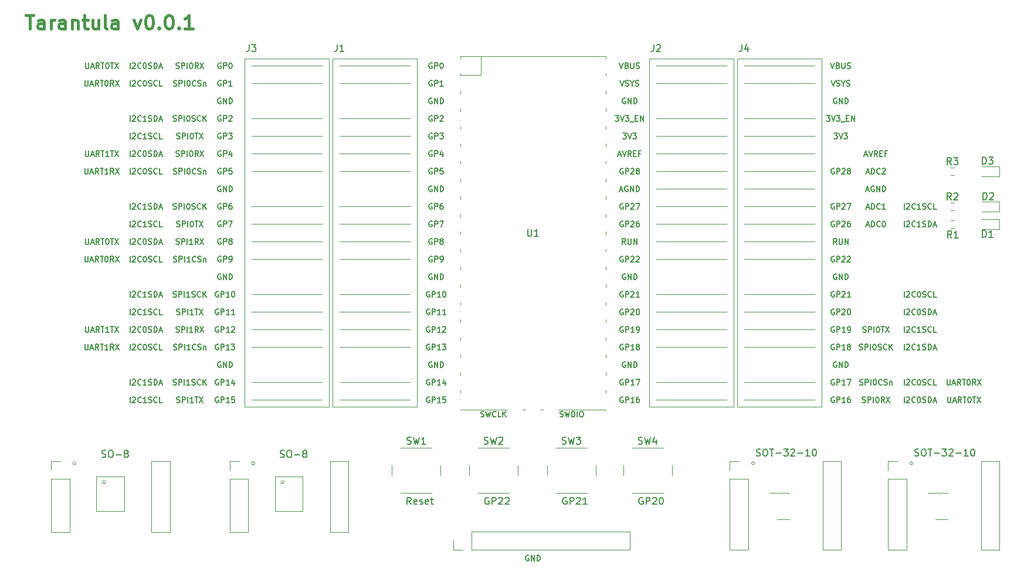
<source format=gbr>
%TF.GenerationSoftware,KiCad,Pcbnew,7.0.5-7.0.5~ubuntu22.04.1*%
%TF.CreationDate,2023-07-14T20:09:26+02:00*%
%TF.ProjectId,pico_breakout,7069636f-5f62-4726-9561-6b6f75742e6b,rev?*%
%TF.SameCoordinates,Original*%
%TF.FileFunction,Legend,Top*%
%TF.FilePolarity,Positive*%
%FSLAX46Y46*%
G04 Gerber Fmt 4.6, Leading zero omitted, Abs format (unit mm)*
G04 Created by KiCad (PCBNEW 7.0.5-7.0.5~ubuntu22.04.1) date 2023-07-14 20:09:26*
%MOMM*%
%LPD*%
G01*
G04 APERTURE LIST*
%ADD10C,0.100000*%
%ADD11C,0.160000*%
%ADD12C,0.400000*%
%ADD13C,0.150000*%
%ADD14C,0.120000*%
G04 APERTURE END LIST*
D10*
X144780000Y-53340000D02*
X154940000Y-53340000D01*
X157480000Y-53340000D02*
X167640000Y-53340000D01*
D11*
X68834286Y-35921775D02*
X68834286Y-35121775D01*
X69177142Y-35197965D02*
X69215238Y-35159870D01*
X69215238Y-35159870D02*
X69291428Y-35121775D01*
X69291428Y-35121775D02*
X69481904Y-35121775D01*
X69481904Y-35121775D02*
X69558095Y-35159870D01*
X69558095Y-35159870D02*
X69596190Y-35197965D01*
X69596190Y-35197965D02*
X69634285Y-35274156D01*
X69634285Y-35274156D02*
X69634285Y-35350346D01*
X69634285Y-35350346D02*
X69596190Y-35464632D01*
X69596190Y-35464632D02*
X69139047Y-35921775D01*
X69139047Y-35921775D02*
X69634285Y-35921775D01*
X70434286Y-35845584D02*
X70396190Y-35883680D01*
X70396190Y-35883680D02*
X70281905Y-35921775D01*
X70281905Y-35921775D02*
X70205714Y-35921775D01*
X70205714Y-35921775D02*
X70091428Y-35883680D01*
X70091428Y-35883680D02*
X70015238Y-35807489D01*
X70015238Y-35807489D02*
X69977143Y-35731299D01*
X69977143Y-35731299D02*
X69939047Y-35578918D01*
X69939047Y-35578918D02*
X69939047Y-35464632D01*
X69939047Y-35464632D02*
X69977143Y-35312251D01*
X69977143Y-35312251D02*
X70015238Y-35236060D01*
X70015238Y-35236060D02*
X70091428Y-35159870D01*
X70091428Y-35159870D02*
X70205714Y-35121775D01*
X70205714Y-35121775D02*
X70281905Y-35121775D01*
X70281905Y-35121775D02*
X70396190Y-35159870D01*
X70396190Y-35159870D02*
X70434286Y-35197965D01*
X70929524Y-35121775D02*
X71005714Y-35121775D01*
X71005714Y-35121775D02*
X71081905Y-35159870D01*
X71081905Y-35159870D02*
X71120000Y-35197965D01*
X71120000Y-35197965D02*
X71158095Y-35274156D01*
X71158095Y-35274156D02*
X71196190Y-35426537D01*
X71196190Y-35426537D02*
X71196190Y-35617013D01*
X71196190Y-35617013D02*
X71158095Y-35769394D01*
X71158095Y-35769394D02*
X71120000Y-35845584D01*
X71120000Y-35845584D02*
X71081905Y-35883680D01*
X71081905Y-35883680D02*
X71005714Y-35921775D01*
X71005714Y-35921775D02*
X70929524Y-35921775D01*
X70929524Y-35921775D02*
X70853333Y-35883680D01*
X70853333Y-35883680D02*
X70815238Y-35845584D01*
X70815238Y-35845584D02*
X70777143Y-35769394D01*
X70777143Y-35769394D02*
X70739047Y-35617013D01*
X70739047Y-35617013D02*
X70739047Y-35426537D01*
X70739047Y-35426537D02*
X70777143Y-35274156D01*
X70777143Y-35274156D02*
X70815238Y-35197965D01*
X70815238Y-35197965D02*
X70853333Y-35159870D01*
X70853333Y-35159870D02*
X70929524Y-35121775D01*
X71500952Y-35883680D02*
X71615238Y-35921775D01*
X71615238Y-35921775D02*
X71805714Y-35921775D01*
X71805714Y-35921775D02*
X71881905Y-35883680D01*
X71881905Y-35883680D02*
X71920000Y-35845584D01*
X71920000Y-35845584D02*
X71958095Y-35769394D01*
X71958095Y-35769394D02*
X71958095Y-35693203D01*
X71958095Y-35693203D02*
X71920000Y-35617013D01*
X71920000Y-35617013D02*
X71881905Y-35578918D01*
X71881905Y-35578918D02*
X71805714Y-35540822D01*
X71805714Y-35540822D02*
X71653333Y-35502727D01*
X71653333Y-35502727D02*
X71577143Y-35464632D01*
X71577143Y-35464632D02*
X71539048Y-35426537D01*
X71539048Y-35426537D02*
X71500952Y-35350346D01*
X71500952Y-35350346D02*
X71500952Y-35274156D01*
X71500952Y-35274156D02*
X71539048Y-35197965D01*
X71539048Y-35197965D02*
X71577143Y-35159870D01*
X71577143Y-35159870D02*
X71653333Y-35121775D01*
X71653333Y-35121775D02*
X71843810Y-35121775D01*
X71843810Y-35121775D02*
X71958095Y-35159870D01*
X72300953Y-35921775D02*
X72300953Y-35121775D01*
X72300953Y-35121775D02*
X72491429Y-35121775D01*
X72491429Y-35121775D02*
X72605715Y-35159870D01*
X72605715Y-35159870D02*
X72681905Y-35236060D01*
X72681905Y-35236060D02*
X72720000Y-35312251D01*
X72720000Y-35312251D02*
X72758096Y-35464632D01*
X72758096Y-35464632D02*
X72758096Y-35578918D01*
X72758096Y-35578918D02*
X72720000Y-35731299D01*
X72720000Y-35731299D02*
X72681905Y-35807489D01*
X72681905Y-35807489D02*
X72605715Y-35883680D01*
X72605715Y-35883680D02*
X72491429Y-35921775D01*
X72491429Y-35921775D02*
X72300953Y-35921775D01*
X73062857Y-35693203D02*
X73443810Y-35693203D01*
X72986667Y-35921775D02*
X73253334Y-35121775D01*
X73253334Y-35121775D02*
X73520000Y-35921775D01*
X170497618Y-63099870D02*
X170421428Y-63061775D01*
X170421428Y-63061775D02*
X170307142Y-63061775D01*
X170307142Y-63061775D02*
X170192856Y-63099870D01*
X170192856Y-63099870D02*
X170116666Y-63176060D01*
X170116666Y-63176060D02*
X170078571Y-63252251D01*
X170078571Y-63252251D02*
X170040475Y-63404632D01*
X170040475Y-63404632D02*
X170040475Y-63518918D01*
X170040475Y-63518918D02*
X170078571Y-63671299D01*
X170078571Y-63671299D02*
X170116666Y-63747489D01*
X170116666Y-63747489D02*
X170192856Y-63823680D01*
X170192856Y-63823680D02*
X170307142Y-63861775D01*
X170307142Y-63861775D02*
X170383333Y-63861775D01*
X170383333Y-63861775D02*
X170497618Y-63823680D01*
X170497618Y-63823680D02*
X170535714Y-63785584D01*
X170535714Y-63785584D02*
X170535714Y-63518918D01*
X170535714Y-63518918D02*
X170383333Y-63518918D01*
X170878571Y-63861775D02*
X170878571Y-63061775D01*
X170878571Y-63061775D02*
X171183333Y-63061775D01*
X171183333Y-63061775D02*
X171259523Y-63099870D01*
X171259523Y-63099870D02*
X171297618Y-63137965D01*
X171297618Y-63137965D02*
X171335714Y-63214156D01*
X171335714Y-63214156D02*
X171335714Y-63328441D01*
X171335714Y-63328441D02*
X171297618Y-63404632D01*
X171297618Y-63404632D02*
X171259523Y-63442727D01*
X171259523Y-63442727D02*
X171183333Y-63480822D01*
X171183333Y-63480822D02*
X170878571Y-63480822D01*
X171640475Y-63137965D02*
X171678571Y-63099870D01*
X171678571Y-63099870D02*
X171754761Y-63061775D01*
X171754761Y-63061775D02*
X171945237Y-63061775D01*
X171945237Y-63061775D02*
X172021428Y-63099870D01*
X172021428Y-63099870D02*
X172059523Y-63137965D01*
X172059523Y-63137965D02*
X172097618Y-63214156D01*
X172097618Y-63214156D02*
X172097618Y-63290346D01*
X172097618Y-63290346D02*
X172059523Y-63404632D01*
X172059523Y-63404632D02*
X171602380Y-63861775D01*
X171602380Y-63861775D02*
X172097618Y-63861775D01*
X172402380Y-63137965D02*
X172440476Y-63099870D01*
X172440476Y-63099870D02*
X172516666Y-63061775D01*
X172516666Y-63061775D02*
X172707142Y-63061775D01*
X172707142Y-63061775D02*
X172783333Y-63099870D01*
X172783333Y-63099870D02*
X172821428Y-63137965D01*
X172821428Y-63137965D02*
X172859523Y-63214156D01*
X172859523Y-63214156D02*
X172859523Y-63290346D01*
X172859523Y-63290346D02*
X172821428Y-63404632D01*
X172821428Y-63404632D02*
X172364285Y-63861775D01*
X172364285Y-63861775D02*
X172859523Y-63861775D01*
X180613333Y-56241775D02*
X180613333Y-55441775D01*
X180956189Y-55517965D02*
X180994285Y-55479870D01*
X180994285Y-55479870D02*
X181070475Y-55441775D01*
X181070475Y-55441775D02*
X181260951Y-55441775D01*
X181260951Y-55441775D02*
X181337142Y-55479870D01*
X181337142Y-55479870D02*
X181375237Y-55517965D01*
X181375237Y-55517965D02*
X181413332Y-55594156D01*
X181413332Y-55594156D02*
X181413332Y-55670346D01*
X181413332Y-55670346D02*
X181375237Y-55784632D01*
X181375237Y-55784632D02*
X180918094Y-56241775D01*
X180918094Y-56241775D02*
X181413332Y-56241775D01*
X182213333Y-56165584D02*
X182175237Y-56203680D01*
X182175237Y-56203680D02*
X182060952Y-56241775D01*
X182060952Y-56241775D02*
X181984761Y-56241775D01*
X181984761Y-56241775D02*
X181870475Y-56203680D01*
X181870475Y-56203680D02*
X181794285Y-56127489D01*
X181794285Y-56127489D02*
X181756190Y-56051299D01*
X181756190Y-56051299D02*
X181718094Y-55898918D01*
X181718094Y-55898918D02*
X181718094Y-55784632D01*
X181718094Y-55784632D02*
X181756190Y-55632251D01*
X181756190Y-55632251D02*
X181794285Y-55556060D01*
X181794285Y-55556060D02*
X181870475Y-55479870D01*
X181870475Y-55479870D02*
X181984761Y-55441775D01*
X181984761Y-55441775D02*
X182060952Y-55441775D01*
X182060952Y-55441775D02*
X182175237Y-55479870D01*
X182175237Y-55479870D02*
X182213333Y-55517965D01*
X182975237Y-56241775D02*
X182518094Y-56241775D01*
X182746666Y-56241775D02*
X182746666Y-55441775D01*
X182746666Y-55441775D02*
X182670475Y-55556060D01*
X182670475Y-55556060D02*
X182594285Y-55632251D01*
X182594285Y-55632251D02*
X182518094Y-55670346D01*
X183279999Y-56203680D02*
X183394285Y-56241775D01*
X183394285Y-56241775D02*
X183584761Y-56241775D01*
X183584761Y-56241775D02*
X183660952Y-56203680D01*
X183660952Y-56203680D02*
X183699047Y-56165584D01*
X183699047Y-56165584D02*
X183737142Y-56089394D01*
X183737142Y-56089394D02*
X183737142Y-56013203D01*
X183737142Y-56013203D02*
X183699047Y-55937013D01*
X183699047Y-55937013D02*
X183660952Y-55898918D01*
X183660952Y-55898918D02*
X183584761Y-55860822D01*
X183584761Y-55860822D02*
X183432380Y-55822727D01*
X183432380Y-55822727D02*
X183356190Y-55784632D01*
X183356190Y-55784632D02*
X183318095Y-55746537D01*
X183318095Y-55746537D02*
X183279999Y-55670346D01*
X183279999Y-55670346D02*
X183279999Y-55594156D01*
X183279999Y-55594156D02*
X183318095Y-55517965D01*
X183318095Y-55517965D02*
X183356190Y-55479870D01*
X183356190Y-55479870D02*
X183432380Y-55441775D01*
X183432380Y-55441775D02*
X183622857Y-55441775D01*
X183622857Y-55441775D02*
X183737142Y-55479870D01*
X184537143Y-56165584D02*
X184499047Y-56203680D01*
X184499047Y-56203680D02*
X184384762Y-56241775D01*
X184384762Y-56241775D02*
X184308571Y-56241775D01*
X184308571Y-56241775D02*
X184194285Y-56203680D01*
X184194285Y-56203680D02*
X184118095Y-56127489D01*
X184118095Y-56127489D02*
X184080000Y-56051299D01*
X184080000Y-56051299D02*
X184041904Y-55898918D01*
X184041904Y-55898918D02*
X184041904Y-55784632D01*
X184041904Y-55784632D02*
X184080000Y-55632251D01*
X184080000Y-55632251D02*
X184118095Y-55556060D01*
X184118095Y-55556060D02*
X184194285Y-55479870D01*
X184194285Y-55479870D02*
X184308571Y-55441775D01*
X184308571Y-55441775D02*
X184384762Y-55441775D01*
X184384762Y-55441775D02*
X184499047Y-55479870D01*
X184499047Y-55479870D02*
X184537143Y-55517965D01*
X185260952Y-56241775D02*
X184880000Y-56241775D01*
X184880000Y-56241775D02*
X184880000Y-55441775D01*
X75127142Y-38423680D02*
X75241428Y-38461775D01*
X75241428Y-38461775D02*
X75431904Y-38461775D01*
X75431904Y-38461775D02*
X75508095Y-38423680D01*
X75508095Y-38423680D02*
X75546190Y-38385584D01*
X75546190Y-38385584D02*
X75584285Y-38309394D01*
X75584285Y-38309394D02*
X75584285Y-38233203D01*
X75584285Y-38233203D02*
X75546190Y-38157013D01*
X75546190Y-38157013D02*
X75508095Y-38118918D01*
X75508095Y-38118918D02*
X75431904Y-38080822D01*
X75431904Y-38080822D02*
X75279523Y-38042727D01*
X75279523Y-38042727D02*
X75203333Y-38004632D01*
X75203333Y-38004632D02*
X75165238Y-37966537D01*
X75165238Y-37966537D02*
X75127142Y-37890346D01*
X75127142Y-37890346D02*
X75127142Y-37814156D01*
X75127142Y-37814156D02*
X75165238Y-37737965D01*
X75165238Y-37737965D02*
X75203333Y-37699870D01*
X75203333Y-37699870D02*
X75279523Y-37661775D01*
X75279523Y-37661775D02*
X75470000Y-37661775D01*
X75470000Y-37661775D02*
X75584285Y-37699870D01*
X75927143Y-38461775D02*
X75927143Y-37661775D01*
X75927143Y-37661775D02*
X76231905Y-37661775D01*
X76231905Y-37661775D02*
X76308095Y-37699870D01*
X76308095Y-37699870D02*
X76346190Y-37737965D01*
X76346190Y-37737965D02*
X76384286Y-37814156D01*
X76384286Y-37814156D02*
X76384286Y-37928441D01*
X76384286Y-37928441D02*
X76346190Y-38004632D01*
X76346190Y-38004632D02*
X76308095Y-38042727D01*
X76308095Y-38042727D02*
X76231905Y-38080822D01*
X76231905Y-38080822D02*
X75927143Y-38080822D01*
X76727143Y-38461775D02*
X76727143Y-37661775D01*
X77260476Y-37661775D02*
X77336666Y-37661775D01*
X77336666Y-37661775D02*
X77412857Y-37699870D01*
X77412857Y-37699870D02*
X77450952Y-37737965D01*
X77450952Y-37737965D02*
X77489047Y-37814156D01*
X77489047Y-37814156D02*
X77527142Y-37966537D01*
X77527142Y-37966537D02*
X77527142Y-38157013D01*
X77527142Y-38157013D02*
X77489047Y-38309394D01*
X77489047Y-38309394D02*
X77450952Y-38385584D01*
X77450952Y-38385584D02*
X77412857Y-38423680D01*
X77412857Y-38423680D02*
X77336666Y-38461775D01*
X77336666Y-38461775D02*
X77260476Y-38461775D01*
X77260476Y-38461775D02*
X77184285Y-38423680D01*
X77184285Y-38423680D02*
X77146190Y-38385584D01*
X77146190Y-38385584D02*
X77108095Y-38309394D01*
X77108095Y-38309394D02*
X77069999Y-38157013D01*
X77069999Y-38157013D02*
X77069999Y-37966537D01*
X77069999Y-37966537D02*
X77108095Y-37814156D01*
X77108095Y-37814156D02*
X77146190Y-37737965D01*
X77146190Y-37737965D02*
X77184285Y-37699870D01*
X77184285Y-37699870D02*
X77260476Y-37661775D01*
X78327143Y-38385584D02*
X78289047Y-38423680D01*
X78289047Y-38423680D02*
X78174762Y-38461775D01*
X78174762Y-38461775D02*
X78098571Y-38461775D01*
X78098571Y-38461775D02*
X77984285Y-38423680D01*
X77984285Y-38423680D02*
X77908095Y-38347489D01*
X77908095Y-38347489D02*
X77870000Y-38271299D01*
X77870000Y-38271299D02*
X77831904Y-38118918D01*
X77831904Y-38118918D02*
X77831904Y-38004632D01*
X77831904Y-38004632D02*
X77870000Y-37852251D01*
X77870000Y-37852251D02*
X77908095Y-37776060D01*
X77908095Y-37776060D02*
X77984285Y-37699870D01*
X77984285Y-37699870D02*
X78098571Y-37661775D01*
X78098571Y-37661775D02*
X78174762Y-37661775D01*
X78174762Y-37661775D02*
X78289047Y-37699870D01*
X78289047Y-37699870D02*
X78327143Y-37737965D01*
X78631904Y-38423680D02*
X78746190Y-38461775D01*
X78746190Y-38461775D02*
X78936666Y-38461775D01*
X78936666Y-38461775D02*
X79012857Y-38423680D01*
X79012857Y-38423680D02*
X79050952Y-38385584D01*
X79050952Y-38385584D02*
X79089047Y-38309394D01*
X79089047Y-38309394D02*
X79089047Y-38233203D01*
X79089047Y-38233203D02*
X79050952Y-38157013D01*
X79050952Y-38157013D02*
X79012857Y-38118918D01*
X79012857Y-38118918D02*
X78936666Y-38080822D01*
X78936666Y-38080822D02*
X78784285Y-38042727D01*
X78784285Y-38042727D02*
X78708095Y-38004632D01*
X78708095Y-38004632D02*
X78670000Y-37966537D01*
X78670000Y-37966537D02*
X78631904Y-37890346D01*
X78631904Y-37890346D02*
X78631904Y-37814156D01*
X78631904Y-37814156D02*
X78670000Y-37737965D01*
X78670000Y-37737965D02*
X78708095Y-37699870D01*
X78708095Y-37699870D02*
X78784285Y-37661775D01*
X78784285Y-37661775D02*
X78974762Y-37661775D01*
X78974762Y-37661775D02*
X79089047Y-37699870D01*
X79431905Y-37928441D02*
X79431905Y-38461775D01*
X79431905Y-38004632D02*
X79470000Y-37966537D01*
X79470000Y-37966537D02*
X79546190Y-37928441D01*
X79546190Y-37928441D02*
X79660476Y-37928441D01*
X79660476Y-37928441D02*
X79736667Y-37966537D01*
X79736667Y-37966537D02*
X79774762Y-38042727D01*
X79774762Y-38042727D02*
X79774762Y-38461775D01*
X140017618Y-63099870D02*
X139941428Y-63061775D01*
X139941428Y-63061775D02*
X139827142Y-63061775D01*
X139827142Y-63061775D02*
X139712856Y-63099870D01*
X139712856Y-63099870D02*
X139636666Y-63176060D01*
X139636666Y-63176060D02*
X139598571Y-63252251D01*
X139598571Y-63252251D02*
X139560475Y-63404632D01*
X139560475Y-63404632D02*
X139560475Y-63518918D01*
X139560475Y-63518918D02*
X139598571Y-63671299D01*
X139598571Y-63671299D02*
X139636666Y-63747489D01*
X139636666Y-63747489D02*
X139712856Y-63823680D01*
X139712856Y-63823680D02*
X139827142Y-63861775D01*
X139827142Y-63861775D02*
X139903333Y-63861775D01*
X139903333Y-63861775D02*
X140017618Y-63823680D01*
X140017618Y-63823680D02*
X140055714Y-63785584D01*
X140055714Y-63785584D02*
X140055714Y-63518918D01*
X140055714Y-63518918D02*
X139903333Y-63518918D01*
X140398571Y-63861775D02*
X140398571Y-63061775D01*
X140398571Y-63061775D02*
X140703333Y-63061775D01*
X140703333Y-63061775D02*
X140779523Y-63099870D01*
X140779523Y-63099870D02*
X140817618Y-63137965D01*
X140817618Y-63137965D02*
X140855714Y-63214156D01*
X140855714Y-63214156D02*
X140855714Y-63328441D01*
X140855714Y-63328441D02*
X140817618Y-63404632D01*
X140817618Y-63404632D02*
X140779523Y-63442727D01*
X140779523Y-63442727D02*
X140703333Y-63480822D01*
X140703333Y-63480822D02*
X140398571Y-63480822D01*
X141160475Y-63137965D02*
X141198571Y-63099870D01*
X141198571Y-63099870D02*
X141274761Y-63061775D01*
X141274761Y-63061775D02*
X141465237Y-63061775D01*
X141465237Y-63061775D02*
X141541428Y-63099870D01*
X141541428Y-63099870D02*
X141579523Y-63137965D01*
X141579523Y-63137965D02*
X141617618Y-63214156D01*
X141617618Y-63214156D02*
X141617618Y-63290346D01*
X141617618Y-63290346D02*
X141579523Y-63404632D01*
X141579523Y-63404632D02*
X141122380Y-63861775D01*
X141122380Y-63861775D02*
X141617618Y-63861775D01*
X141922380Y-63137965D02*
X141960476Y-63099870D01*
X141960476Y-63099870D02*
X142036666Y-63061775D01*
X142036666Y-63061775D02*
X142227142Y-63061775D01*
X142227142Y-63061775D02*
X142303333Y-63099870D01*
X142303333Y-63099870D02*
X142341428Y-63137965D01*
X142341428Y-63137965D02*
X142379523Y-63214156D01*
X142379523Y-63214156D02*
X142379523Y-63290346D01*
X142379523Y-63290346D02*
X142341428Y-63404632D01*
X142341428Y-63404632D02*
X141884285Y-63861775D01*
X141884285Y-63861775D02*
X142379523Y-63861775D01*
X140360476Y-78339870D02*
X140284286Y-78301775D01*
X140284286Y-78301775D02*
X140170000Y-78301775D01*
X140170000Y-78301775D02*
X140055714Y-78339870D01*
X140055714Y-78339870D02*
X139979524Y-78416060D01*
X139979524Y-78416060D02*
X139941429Y-78492251D01*
X139941429Y-78492251D02*
X139903333Y-78644632D01*
X139903333Y-78644632D02*
X139903333Y-78758918D01*
X139903333Y-78758918D02*
X139941429Y-78911299D01*
X139941429Y-78911299D02*
X139979524Y-78987489D01*
X139979524Y-78987489D02*
X140055714Y-79063680D01*
X140055714Y-79063680D02*
X140170000Y-79101775D01*
X140170000Y-79101775D02*
X140246191Y-79101775D01*
X140246191Y-79101775D02*
X140360476Y-79063680D01*
X140360476Y-79063680D02*
X140398572Y-79025584D01*
X140398572Y-79025584D02*
X140398572Y-78758918D01*
X140398572Y-78758918D02*
X140246191Y-78758918D01*
X140741429Y-79101775D02*
X140741429Y-78301775D01*
X140741429Y-78301775D02*
X141198572Y-79101775D01*
X141198572Y-79101775D02*
X141198572Y-78301775D01*
X141579524Y-79101775D02*
X141579524Y-78301775D01*
X141579524Y-78301775D02*
X141770000Y-78301775D01*
X141770000Y-78301775D02*
X141884286Y-78339870D01*
X141884286Y-78339870D02*
X141960476Y-78416060D01*
X141960476Y-78416060D02*
X141998571Y-78492251D01*
X141998571Y-78492251D02*
X142036667Y-78644632D01*
X142036667Y-78644632D02*
X142036667Y-78758918D01*
X142036667Y-78758918D02*
X141998571Y-78911299D01*
X141998571Y-78911299D02*
X141960476Y-78987489D01*
X141960476Y-78987489D02*
X141884286Y-79063680D01*
X141884286Y-79063680D02*
X141770000Y-79101775D01*
X141770000Y-79101775D02*
X141579524Y-79101775D01*
X112458571Y-37699870D02*
X112382381Y-37661775D01*
X112382381Y-37661775D02*
X112268095Y-37661775D01*
X112268095Y-37661775D02*
X112153809Y-37699870D01*
X112153809Y-37699870D02*
X112077619Y-37776060D01*
X112077619Y-37776060D02*
X112039524Y-37852251D01*
X112039524Y-37852251D02*
X112001428Y-38004632D01*
X112001428Y-38004632D02*
X112001428Y-38118918D01*
X112001428Y-38118918D02*
X112039524Y-38271299D01*
X112039524Y-38271299D02*
X112077619Y-38347489D01*
X112077619Y-38347489D02*
X112153809Y-38423680D01*
X112153809Y-38423680D02*
X112268095Y-38461775D01*
X112268095Y-38461775D02*
X112344286Y-38461775D01*
X112344286Y-38461775D02*
X112458571Y-38423680D01*
X112458571Y-38423680D02*
X112496667Y-38385584D01*
X112496667Y-38385584D02*
X112496667Y-38118918D01*
X112496667Y-38118918D02*
X112344286Y-38118918D01*
X112839524Y-38461775D02*
X112839524Y-37661775D01*
X112839524Y-37661775D02*
X113144286Y-37661775D01*
X113144286Y-37661775D02*
X113220476Y-37699870D01*
X113220476Y-37699870D02*
X113258571Y-37737965D01*
X113258571Y-37737965D02*
X113296667Y-37814156D01*
X113296667Y-37814156D02*
X113296667Y-37928441D01*
X113296667Y-37928441D02*
X113258571Y-38004632D01*
X113258571Y-38004632D02*
X113220476Y-38042727D01*
X113220476Y-38042727D02*
X113144286Y-38080822D01*
X113144286Y-38080822D02*
X112839524Y-38080822D01*
X114058571Y-38461775D02*
X113601428Y-38461775D01*
X113830000Y-38461775D02*
X113830000Y-37661775D01*
X113830000Y-37661775D02*
X113753809Y-37776060D01*
X113753809Y-37776060D02*
X113677619Y-37852251D01*
X113677619Y-37852251D02*
X113601428Y-37890346D01*
X180594286Y-76561775D02*
X180594286Y-75761775D01*
X180937142Y-75837965D02*
X180975238Y-75799870D01*
X180975238Y-75799870D02*
X181051428Y-75761775D01*
X181051428Y-75761775D02*
X181241904Y-75761775D01*
X181241904Y-75761775D02*
X181318095Y-75799870D01*
X181318095Y-75799870D02*
X181356190Y-75837965D01*
X181356190Y-75837965D02*
X181394285Y-75914156D01*
X181394285Y-75914156D02*
X181394285Y-75990346D01*
X181394285Y-75990346D02*
X181356190Y-76104632D01*
X181356190Y-76104632D02*
X180899047Y-76561775D01*
X180899047Y-76561775D02*
X181394285Y-76561775D01*
X182194286Y-76485584D02*
X182156190Y-76523680D01*
X182156190Y-76523680D02*
X182041905Y-76561775D01*
X182041905Y-76561775D02*
X181965714Y-76561775D01*
X181965714Y-76561775D02*
X181851428Y-76523680D01*
X181851428Y-76523680D02*
X181775238Y-76447489D01*
X181775238Y-76447489D02*
X181737143Y-76371299D01*
X181737143Y-76371299D02*
X181699047Y-76218918D01*
X181699047Y-76218918D02*
X181699047Y-76104632D01*
X181699047Y-76104632D02*
X181737143Y-75952251D01*
X181737143Y-75952251D02*
X181775238Y-75876060D01*
X181775238Y-75876060D02*
X181851428Y-75799870D01*
X181851428Y-75799870D02*
X181965714Y-75761775D01*
X181965714Y-75761775D02*
X182041905Y-75761775D01*
X182041905Y-75761775D02*
X182156190Y-75799870D01*
X182156190Y-75799870D02*
X182194286Y-75837965D01*
X182956190Y-76561775D02*
X182499047Y-76561775D01*
X182727619Y-76561775D02*
X182727619Y-75761775D01*
X182727619Y-75761775D02*
X182651428Y-75876060D01*
X182651428Y-75876060D02*
X182575238Y-75952251D01*
X182575238Y-75952251D02*
X182499047Y-75990346D01*
X183260952Y-76523680D02*
X183375238Y-76561775D01*
X183375238Y-76561775D02*
X183565714Y-76561775D01*
X183565714Y-76561775D02*
X183641905Y-76523680D01*
X183641905Y-76523680D02*
X183680000Y-76485584D01*
X183680000Y-76485584D02*
X183718095Y-76409394D01*
X183718095Y-76409394D02*
X183718095Y-76333203D01*
X183718095Y-76333203D02*
X183680000Y-76257013D01*
X183680000Y-76257013D02*
X183641905Y-76218918D01*
X183641905Y-76218918D02*
X183565714Y-76180822D01*
X183565714Y-76180822D02*
X183413333Y-76142727D01*
X183413333Y-76142727D02*
X183337143Y-76104632D01*
X183337143Y-76104632D02*
X183299048Y-76066537D01*
X183299048Y-76066537D02*
X183260952Y-75990346D01*
X183260952Y-75990346D02*
X183260952Y-75914156D01*
X183260952Y-75914156D02*
X183299048Y-75837965D01*
X183299048Y-75837965D02*
X183337143Y-75799870D01*
X183337143Y-75799870D02*
X183413333Y-75761775D01*
X183413333Y-75761775D02*
X183603810Y-75761775D01*
X183603810Y-75761775D02*
X183718095Y-75799870D01*
X184060953Y-76561775D02*
X184060953Y-75761775D01*
X184060953Y-75761775D02*
X184251429Y-75761775D01*
X184251429Y-75761775D02*
X184365715Y-75799870D01*
X184365715Y-75799870D02*
X184441905Y-75876060D01*
X184441905Y-75876060D02*
X184480000Y-75952251D01*
X184480000Y-75952251D02*
X184518096Y-76104632D01*
X184518096Y-76104632D02*
X184518096Y-76218918D01*
X184518096Y-76218918D02*
X184480000Y-76371299D01*
X184480000Y-76371299D02*
X184441905Y-76447489D01*
X184441905Y-76447489D02*
X184365715Y-76523680D01*
X184365715Y-76523680D02*
X184251429Y-76561775D01*
X184251429Y-76561775D02*
X184060953Y-76561775D01*
X184822857Y-76333203D02*
X185203810Y-76333203D01*
X184746667Y-76561775D02*
X185013334Y-75761775D01*
X185013334Y-75761775D02*
X185280000Y-76561775D01*
X81597618Y-80879870D02*
X81521428Y-80841775D01*
X81521428Y-80841775D02*
X81407142Y-80841775D01*
X81407142Y-80841775D02*
X81292856Y-80879870D01*
X81292856Y-80879870D02*
X81216666Y-80956060D01*
X81216666Y-80956060D02*
X81178571Y-81032251D01*
X81178571Y-81032251D02*
X81140475Y-81184632D01*
X81140475Y-81184632D02*
X81140475Y-81298918D01*
X81140475Y-81298918D02*
X81178571Y-81451299D01*
X81178571Y-81451299D02*
X81216666Y-81527489D01*
X81216666Y-81527489D02*
X81292856Y-81603680D01*
X81292856Y-81603680D02*
X81407142Y-81641775D01*
X81407142Y-81641775D02*
X81483333Y-81641775D01*
X81483333Y-81641775D02*
X81597618Y-81603680D01*
X81597618Y-81603680D02*
X81635714Y-81565584D01*
X81635714Y-81565584D02*
X81635714Y-81298918D01*
X81635714Y-81298918D02*
X81483333Y-81298918D01*
X81978571Y-81641775D02*
X81978571Y-80841775D01*
X81978571Y-80841775D02*
X82283333Y-80841775D01*
X82283333Y-80841775D02*
X82359523Y-80879870D01*
X82359523Y-80879870D02*
X82397618Y-80917965D01*
X82397618Y-80917965D02*
X82435714Y-80994156D01*
X82435714Y-80994156D02*
X82435714Y-81108441D01*
X82435714Y-81108441D02*
X82397618Y-81184632D01*
X82397618Y-81184632D02*
X82359523Y-81222727D01*
X82359523Y-81222727D02*
X82283333Y-81260822D01*
X82283333Y-81260822D02*
X81978571Y-81260822D01*
X83197618Y-81641775D02*
X82740475Y-81641775D01*
X82969047Y-81641775D02*
X82969047Y-80841775D01*
X82969047Y-80841775D02*
X82892856Y-80956060D01*
X82892856Y-80956060D02*
X82816666Y-81032251D01*
X82816666Y-81032251D02*
X82740475Y-81070346D01*
X83883333Y-81108441D02*
X83883333Y-81641775D01*
X83692857Y-80803680D02*
X83502380Y-81375108D01*
X83502380Y-81375108D02*
X83997619Y-81375108D01*
X62331905Y-37661775D02*
X62331905Y-38309394D01*
X62331905Y-38309394D02*
X62370000Y-38385584D01*
X62370000Y-38385584D02*
X62408095Y-38423680D01*
X62408095Y-38423680D02*
X62484286Y-38461775D01*
X62484286Y-38461775D02*
X62636667Y-38461775D01*
X62636667Y-38461775D02*
X62712857Y-38423680D01*
X62712857Y-38423680D02*
X62750952Y-38385584D01*
X62750952Y-38385584D02*
X62789048Y-38309394D01*
X62789048Y-38309394D02*
X62789048Y-37661775D01*
X63131904Y-38233203D02*
X63512857Y-38233203D01*
X63055714Y-38461775D02*
X63322381Y-37661775D01*
X63322381Y-37661775D02*
X63589047Y-38461775D01*
X64312857Y-38461775D02*
X64046190Y-38080822D01*
X63855714Y-38461775D02*
X63855714Y-37661775D01*
X63855714Y-37661775D02*
X64160476Y-37661775D01*
X64160476Y-37661775D02*
X64236666Y-37699870D01*
X64236666Y-37699870D02*
X64274761Y-37737965D01*
X64274761Y-37737965D02*
X64312857Y-37814156D01*
X64312857Y-37814156D02*
X64312857Y-37928441D01*
X64312857Y-37928441D02*
X64274761Y-38004632D01*
X64274761Y-38004632D02*
X64236666Y-38042727D01*
X64236666Y-38042727D02*
X64160476Y-38080822D01*
X64160476Y-38080822D02*
X63855714Y-38080822D01*
X64541428Y-37661775D02*
X64998571Y-37661775D01*
X64769999Y-38461775D02*
X64769999Y-37661775D01*
X65417619Y-37661775D02*
X65493809Y-37661775D01*
X65493809Y-37661775D02*
X65570000Y-37699870D01*
X65570000Y-37699870D02*
X65608095Y-37737965D01*
X65608095Y-37737965D02*
X65646190Y-37814156D01*
X65646190Y-37814156D02*
X65684285Y-37966537D01*
X65684285Y-37966537D02*
X65684285Y-38157013D01*
X65684285Y-38157013D02*
X65646190Y-38309394D01*
X65646190Y-38309394D02*
X65608095Y-38385584D01*
X65608095Y-38385584D02*
X65570000Y-38423680D01*
X65570000Y-38423680D02*
X65493809Y-38461775D01*
X65493809Y-38461775D02*
X65417619Y-38461775D01*
X65417619Y-38461775D02*
X65341428Y-38423680D01*
X65341428Y-38423680D02*
X65303333Y-38385584D01*
X65303333Y-38385584D02*
X65265238Y-38309394D01*
X65265238Y-38309394D02*
X65227142Y-38157013D01*
X65227142Y-38157013D02*
X65227142Y-37966537D01*
X65227142Y-37966537D02*
X65265238Y-37814156D01*
X65265238Y-37814156D02*
X65303333Y-37737965D01*
X65303333Y-37737965D02*
X65341428Y-37699870D01*
X65341428Y-37699870D02*
X65417619Y-37661775D01*
X66484286Y-38461775D02*
X66217619Y-38080822D01*
X66027143Y-38461775D02*
X66027143Y-37661775D01*
X66027143Y-37661775D02*
X66331905Y-37661775D01*
X66331905Y-37661775D02*
X66408095Y-37699870D01*
X66408095Y-37699870D02*
X66446190Y-37737965D01*
X66446190Y-37737965D02*
X66484286Y-37814156D01*
X66484286Y-37814156D02*
X66484286Y-37928441D01*
X66484286Y-37928441D02*
X66446190Y-38004632D01*
X66446190Y-38004632D02*
X66408095Y-38042727D01*
X66408095Y-38042727D02*
X66331905Y-38080822D01*
X66331905Y-38080822D02*
X66027143Y-38080822D01*
X66750952Y-37661775D02*
X67284286Y-38461775D01*
X67284286Y-37661775D02*
X66750952Y-38461775D01*
X126390476Y-106279870D02*
X126314286Y-106241775D01*
X126314286Y-106241775D02*
X126200000Y-106241775D01*
X126200000Y-106241775D02*
X126085714Y-106279870D01*
X126085714Y-106279870D02*
X126009524Y-106356060D01*
X126009524Y-106356060D02*
X125971429Y-106432251D01*
X125971429Y-106432251D02*
X125933333Y-106584632D01*
X125933333Y-106584632D02*
X125933333Y-106698918D01*
X125933333Y-106698918D02*
X125971429Y-106851299D01*
X125971429Y-106851299D02*
X126009524Y-106927489D01*
X126009524Y-106927489D02*
X126085714Y-107003680D01*
X126085714Y-107003680D02*
X126200000Y-107041775D01*
X126200000Y-107041775D02*
X126276191Y-107041775D01*
X126276191Y-107041775D02*
X126390476Y-107003680D01*
X126390476Y-107003680D02*
X126428572Y-106965584D01*
X126428572Y-106965584D02*
X126428572Y-106698918D01*
X126428572Y-106698918D02*
X126276191Y-106698918D01*
X126771429Y-107041775D02*
X126771429Y-106241775D01*
X126771429Y-106241775D02*
X127228572Y-107041775D01*
X127228572Y-107041775D02*
X127228572Y-106241775D01*
X127609524Y-107041775D02*
X127609524Y-106241775D01*
X127609524Y-106241775D02*
X127800000Y-106241775D01*
X127800000Y-106241775D02*
X127914286Y-106279870D01*
X127914286Y-106279870D02*
X127990476Y-106356060D01*
X127990476Y-106356060D02*
X128028571Y-106432251D01*
X128028571Y-106432251D02*
X128066667Y-106584632D01*
X128066667Y-106584632D02*
X128066667Y-106698918D01*
X128066667Y-106698918D02*
X128028571Y-106851299D01*
X128028571Y-106851299D02*
X127990476Y-106927489D01*
X127990476Y-106927489D02*
X127914286Y-107003680D01*
X127914286Y-107003680D02*
X127800000Y-107041775D01*
X127800000Y-107041775D02*
X127609524Y-107041775D01*
X170497618Y-68179870D02*
X170421428Y-68141775D01*
X170421428Y-68141775D02*
X170307142Y-68141775D01*
X170307142Y-68141775D02*
X170192856Y-68179870D01*
X170192856Y-68179870D02*
X170116666Y-68256060D01*
X170116666Y-68256060D02*
X170078571Y-68332251D01*
X170078571Y-68332251D02*
X170040475Y-68484632D01*
X170040475Y-68484632D02*
X170040475Y-68598918D01*
X170040475Y-68598918D02*
X170078571Y-68751299D01*
X170078571Y-68751299D02*
X170116666Y-68827489D01*
X170116666Y-68827489D02*
X170192856Y-68903680D01*
X170192856Y-68903680D02*
X170307142Y-68941775D01*
X170307142Y-68941775D02*
X170383333Y-68941775D01*
X170383333Y-68941775D02*
X170497618Y-68903680D01*
X170497618Y-68903680D02*
X170535714Y-68865584D01*
X170535714Y-68865584D02*
X170535714Y-68598918D01*
X170535714Y-68598918D02*
X170383333Y-68598918D01*
X170878571Y-68941775D02*
X170878571Y-68141775D01*
X170878571Y-68141775D02*
X171183333Y-68141775D01*
X171183333Y-68141775D02*
X171259523Y-68179870D01*
X171259523Y-68179870D02*
X171297618Y-68217965D01*
X171297618Y-68217965D02*
X171335714Y-68294156D01*
X171335714Y-68294156D02*
X171335714Y-68408441D01*
X171335714Y-68408441D02*
X171297618Y-68484632D01*
X171297618Y-68484632D02*
X171259523Y-68522727D01*
X171259523Y-68522727D02*
X171183333Y-68560822D01*
X171183333Y-68560822D02*
X170878571Y-68560822D01*
X171640475Y-68217965D02*
X171678571Y-68179870D01*
X171678571Y-68179870D02*
X171754761Y-68141775D01*
X171754761Y-68141775D02*
X171945237Y-68141775D01*
X171945237Y-68141775D02*
X172021428Y-68179870D01*
X172021428Y-68179870D02*
X172059523Y-68217965D01*
X172059523Y-68217965D02*
X172097618Y-68294156D01*
X172097618Y-68294156D02*
X172097618Y-68370346D01*
X172097618Y-68370346D02*
X172059523Y-68484632D01*
X172059523Y-68484632D02*
X171602380Y-68941775D01*
X171602380Y-68941775D02*
X172097618Y-68941775D01*
X172859523Y-68941775D02*
X172402380Y-68941775D01*
X172630952Y-68941775D02*
X172630952Y-68141775D01*
X172630952Y-68141775D02*
X172554761Y-68256060D01*
X172554761Y-68256060D02*
X172478571Y-68332251D01*
X172478571Y-68332251D02*
X172402380Y-68370346D01*
X68853333Y-38461775D02*
X68853333Y-37661775D01*
X69196189Y-37737965D02*
X69234285Y-37699870D01*
X69234285Y-37699870D02*
X69310475Y-37661775D01*
X69310475Y-37661775D02*
X69500951Y-37661775D01*
X69500951Y-37661775D02*
X69577142Y-37699870D01*
X69577142Y-37699870D02*
X69615237Y-37737965D01*
X69615237Y-37737965D02*
X69653332Y-37814156D01*
X69653332Y-37814156D02*
X69653332Y-37890346D01*
X69653332Y-37890346D02*
X69615237Y-38004632D01*
X69615237Y-38004632D02*
X69158094Y-38461775D01*
X69158094Y-38461775D02*
X69653332Y-38461775D01*
X70453333Y-38385584D02*
X70415237Y-38423680D01*
X70415237Y-38423680D02*
X70300952Y-38461775D01*
X70300952Y-38461775D02*
X70224761Y-38461775D01*
X70224761Y-38461775D02*
X70110475Y-38423680D01*
X70110475Y-38423680D02*
X70034285Y-38347489D01*
X70034285Y-38347489D02*
X69996190Y-38271299D01*
X69996190Y-38271299D02*
X69958094Y-38118918D01*
X69958094Y-38118918D02*
X69958094Y-38004632D01*
X69958094Y-38004632D02*
X69996190Y-37852251D01*
X69996190Y-37852251D02*
X70034285Y-37776060D01*
X70034285Y-37776060D02*
X70110475Y-37699870D01*
X70110475Y-37699870D02*
X70224761Y-37661775D01*
X70224761Y-37661775D02*
X70300952Y-37661775D01*
X70300952Y-37661775D02*
X70415237Y-37699870D01*
X70415237Y-37699870D02*
X70453333Y-37737965D01*
X70948571Y-37661775D02*
X71024761Y-37661775D01*
X71024761Y-37661775D02*
X71100952Y-37699870D01*
X71100952Y-37699870D02*
X71139047Y-37737965D01*
X71139047Y-37737965D02*
X71177142Y-37814156D01*
X71177142Y-37814156D02*
X71215237Y-37966537D01*
X71215237Y-37966537D02*
X71215237Y-38157013D01*
X71215237Y-38157013D02*
X71177142Y-38309394D01*
X71177142Y-38309394D02*
X71139047Y-38385584D01*
X71139047Y-38385584D02*
X71100952Y-38423680D01*
X71100952Y-38423680D02*
X71024761Y-38461775D01*
X71024761Y-38461775D02*
X70948571Y-38461775D01*
X70948571Y-38461775D02*
X70872380Y-38423680D01*
X70872380Y-38423680D02*
X70834285Y-38385584D01*
X70834285Y-38385584D02*
X70796190Y-38309394D01*
X70796190Y-38309394D02*
X70758094Y-38157013D01*
X70758094Y-38157013D02*
X70758094Y-37966537D01*
X70758094Y-37966537D02*
X70796190Y-37814156D01*
X70796190Y-37814156D02*
X70834285Y-37737965D01*
X70834285Y-37737965D02*
X70872380Y-37699870D01*
X70872380Y-37699870D02*
X70948571Y-37661775D01*
X71519999Y-38423680D02*
X71634285Y-38461775D01*
X71634285Y-38461775D02*
X71824761Y-38461775D01*
X71824761Y-38461775D02*
X71900952Y-38423680D01*
X71900952Y-38423680D02*
X71939047Y-38385584D01*
X71939047Y-38385584D02*
X71977142Y-38309394D01*
X71977142Y-38309394D02*
X71977142Y-38233203D01*
X71977142Y-38233203D02*
X71939047Y-38157013D01*
X71939047Y-38157013D02*
X71900952Y-38118918D01*
X71900952Y-38118918D02*
X71824761Y-38080822D01*
X71824761Y-38080822D02*
X71672380Y-38042727D01*
X71672380Y-38042727D02*
X71596190Y-38004632D01*
X71596190Y-38004632D02*
X71558095Y-37966537D01*
X71558095Y-37966537D02*
X71519999Y-37890346D01*
X71519999Y-37890346D02*
X71519999Y-37814156D01*
X71519999Y-37814156D02*
X71558095Y-37737965D01*
X71558095Y-37737965D02*
X71596190Y-37699870D01*
X71596190Y-37699870D02*
X71672380Y-37661775D01*
X71672380Y-37661775D02*
X71862857Y-37661775D01*
X71862857Y-37661775D02*
X71977142Y-37699870D01*
X72777143Y-38385584D02*
X72739047Y-38423680D01*
X72739047Y-38423680D02*
X72624762Y-38461775D01*
X72624762Y-38461775D02*
X72548571Y-38461775D01*
X72548571Y-38461775D02*
X72434285Y-38423680D01*
X72434285Y-38423680D02*
X72358095Y-38347489D01*
X72358095Y-38347489D02*
X72320000Y-38271299D01*
X72320000Y-38271299D02*
X72281904Y-38118918D01*
X72281904Y-38118918D02*
X72281904Y-38004632D01*
X72281904Y-38004632D02*
X72320000Y-37852251D01*
X72320000Y-37852251D02*
X72358095Y-37776060D01*
X72358095Y-37776060D02*
X72434285Y-37699870D01*
X72434285Y-37699870D02*
X72548571Y-37661775D01*
X72548571Y-37661775D02*
X72624762Y-37661775D01*
X72624762Y-37661775D02*
X72739047Y-37699870D01*
X72739047Y-37699870D02*
X72777143Y-37737965D01*
X73500952Y-38461775D02*
X73120000Y-38461775D01*
X73120000Y-38461775D02*
X73120000Y-37661775D01*
X68853333Y-76561775D02*
X68853333Y-75761775D01*
X69196189Y-75837965D02*
X69234285Y-75799870D01*
X69234285Y-75799870D02*
X69310475Y-75761775D01*
X69310475Y-75761775D02*
X69500951Y-75761775D01*
X69500951Y-75761775D02*
X69577142Y-75799870D01*
X69577142Y-75799870D02*
X69615237Y-75837965D01*
X69615237Y-75837965D02*
X69653332Y-75914156D01*
X69653332Y-75914156D02*
X69653332Y-75990346D01*
X69653332Y-75990346D02*
X69615237Y-76104632D01*
X69615237Y-76104632D02*
X69158094Y-76561775D01*
X69158094Y-76561775D02*
X69653332Y-76561775D01*
X70453333Y-76485584D02*
X70415237Y-76523680D01*
X70415237Y-76523680D02*
X70300952Y-76561775D01*
X70300952Y-76561775D02*
X70224761Y-76561775D01*
X70224761Y-76561775D02*
X70110475Y-76523680D01*
X70110475Y-76523680D02*
X70034285Y-76447489D01*
X70034285Y-76447489D02*
X69996190Y-76371299D01*
X69996190Y-76371299D02*
X69958094Y-76218918D01*
X69958094Y-76218918D02*
X69958094Y-76104632D01*
X69958094Y-76104632D02*
X69996190Y-75952251D01*
X69996190Y-75952251D02*
X70034285Y-75876060D01*
X70034285Y-75876060D02*
X70110475Y-75799870D01*
X70110475Y-75799870D02*
X70224761Y-75761775D01*
X70224761Y-75761775D02*
X70300952Y-75761775D01*
X70300952Y-75761775D02*
X70415237Y-75799870D01*
X70415237Y-75799870D02*
X70453333Y-75837965D01*
X70948571Y-75761775D02*
X71024761Y-75761775D01*
X71024761Y-75761775D02*
X71100952Y-75799870D01*
X71100952Y-75799870D02*
X71139047Y-75837965D01*
X71139047Y-75837965D02*
X71177142Y-75914156D01*
X71177142Y-75914156D02*
X71215237Y-76066537D01*
X71215237Y-76066537D02*
X71215237Y-76257013D01*
X71215237Y-76257013D02*
X71177142Y-76409394D01*
X71177142Y-76409394D02*
X71139047Y-76485584D01*
X71139047Y-76485584D02*
X71100952Y-76523680D01*
X71100952Y-76523680D02*
X71024761Y-76561775D01*
X71024761Y-76561775D02*
X70948571Y-76561775D01*
X70948571Y-76561775D02*
X70872380Y-76523680D01*
X70872380Y-76523680D02*
X70834285Y-76485584D01*
X70834285Y-76485584D02*
X70796190Y-76409394D01*
X70796190Y-76409394D02*
X70758094Y-76257013D01*
X70758094Y-76257013D02*
X70758094Y-76066537D01*
X70758094Y-76066537D02*
X70796190Y-75914156D01*
X70796190Y-75914156D02*
X70834285Y-75837965D01*
X70834285Y-75837965D02*
X70872380Y-75799870D01*
X70872380Y-75799870D02*
X70948571Y-75761775D01*
X71519999Y-76523680D02*
X71634285Y-76561775D01*
X71634285Y-76561775D02*
X71824761Y-76561775D01*
X71824761Y-76561775D02*
X71900952Y-76523680D01*
X71900952Y-76523680D02*
X71939047Y-76485584D01*
X71939047Y-76485584D02*
X71977142Y-76409394D01*
X71977142Y-76409394D02*
X71977142Y-76333203D01*
X71977142Y-76333203D02*
X71939047Y-76257013D01*
X71939047Y-76257013D02*
X71900952Y-76218918D01*
X71900952Y-76218918D02*
X71824761Y-76180822D01*
X71824761Y-76180822D02*
X71672380Y-76142727D01*
X71672380Y-76142727D02*
X71596190Y-76104632D01*
X71596190Y-76104632D02*
X71558095Y-76066537D01*
X71558095Y-76066537D02*
X71519999Y-75990346D01*
X71519999Y-75990346D02*
X71519999Y-75914156D01*
X71519999Y-75914156D02*
X71558095Y-75837965D01*
X71558095Y-75837965D02*
X71596190Y-75799870D01*
X71596190Y-75799870D02*
X71672380Y-75761775D01*
X71672380Y-75761775D02*
X71862857Y-75761775D01*
X71862857Y-75761775D02*
X71977142Y-75799870D01*
X72777143Y-76485584D02*
X72739047Y-76523680D01*
X72739047Y-76523680D02*
X72624762Y-76561775D01*
X72624762Y-76561775D02*
X72548571Y-76561775D01*
X72548571Y-76561775D02*
X72434285Y-76523680D01*
X72434285Y-76523680D02*
X72358095Y-76447489D01*
X72358095Y-76447489D02*
X72320000Y-76371299D01*
X72320000Y-76371299D02*
X72281904Y-76218918D01*
X72281904Y-76218918D02*
X72281904Y-76104632D01*
X72281904Y-76104632D02*
X72320000Y-75952251D01*
X72320000Y-75952251D02*
X72358095Y-75876060D01*
X72358095Y-75876060D02*
X72434285Y-75799870D01*
X72434285Y-75799870D02*
X72548571Y-75761775D01*
X72548571Y-75761775D02*
X72624762Y-75761775D01*
X72624762Y-75761775D02*
X72739047Y-75799870D01*
X72739047Y-75799870D02*
X72777143Y-75837965D01*
X73500952Y-76561775D02*
X73120000Y-76561775D01*
X73120000Y-76561775D02*
X73120000Y-75761775D01*
X68834286Y-68941775D02*
X68834286Y-68141775D01*
X69177142Y-68217965D02*
X69215238Y-68179870D01*
X69215238Y-68179870D02*
X69291428Y-68141775D01*
X69291428Y-68141775D02*
X69481904Y-68141775D01*
X69481904Y-68141775D02*
X69558095Y-68179870D01*
X69558095Y-68179870D02*
X69596190Y-68217965D01*
X69596190Y-68217965D02*
X69634285Y-68294156D01*
X69634285Y-68294156D02*
X69634285Y-68370346D01*
X69634285Y-68370346D02*
X69596190Y-68484632D01*
X69596190Y-68484632D02*
X69139047Y-68941775D01*
X69139047Y-68941775D02*
X69634285Y-68941775D01*
X70434286Y-68865584D02*
X70396190Y-68903680D01*
X70396190Y-68903680D02*
X70281905Y-68941775D01*
X70281905Y-68941775D02*
X70205714Y-68941775D01*
X70205714Y-68941775D02*
X70091428Y-68903680D01*
X70091428Y-68903680D02*
X70015238Y-68827489D01*
X70015238Y-68827489D02*
X69977143Y-68751299D01*
X69977143Y-68751299D02*
X69939047Y-68598918D01*
X69939047Y-68598918D02*
X69939047Y-68484632D01*
X69939047Y-68484632D02*
X69977143Y-68332251D01*
X69977143Y-68332251D02*
X70015238Y-68256060D01*
X70015238Y-68256060D02*
X70091428Y-68179870D01*
X70091428Y-68179870D02*
X70205714Y-68141775D01*
X70205714Y-68141775D02*
X70281905Y-68141775D01*
X70281905Y-68141775D02*
X70396190Y-68179870D01*
X70396190Y-68179870D02*
X70434286Y-68217965D01*
X71196190Y-68941775D02*
X70739047Y-68941775D01*
X70967619Y-68941775D02*
X70967619Y-68141775D01*
X70967619Y-68141775D02*
X70891428Y-68256060D01*
X70891428Y-68256060D02*
X70815238Y-68332251D01*
X70815238Y-68332251D02*
X70739047Y-68370346D01*
X71500952Y-68903680D02*
X71615238Y-68941775D01*
X71615238Y-68941775D02*
X71805714Y-68941775D01*
X71805714Y-68941775D02*
X71881905Y-68903680D01*
X71881905Y-68903680D02*
X71920000Y-68865584D01*
X71920000Y-68865584D02*
X71958095Y-68789394D01*
X71958095Y-68789394D02*
X71958095Y-68713203D01*
X71958095Y-68713203D02*
X71920000Y-68637013D01*
X71920000Y-68637013D02*
X71881905Y-68598918D01*
X71881905Y-68598918D02*
X71805714Y-68560822D01*
X71805714Y-68560822D02*
X71653333Y-68522727D01*
X71653333Y-68522727D02*
X71577143Y-68484632D01*
X71577143Y-68484632D02*
X71539048Y-68446537D01*
X71539048Y-68446537D02*
X71500952Y-68370346D01*
X71500952Y-68370346D02*
X71500952Y-68294156D01*
X71500952Y-68294156D02*
X71539048Y-68217965D01*
X71539048Y-68217965D02*
X71577143Y-68179870D01*
X71577143Y-68179870D02*
X71653333Y-68141775D01*
X71653333Y-68141775D02*
X71843810Y-68141775D01*
X71843810Y-68141775D02*
X71958095Y-68179870D01*
X72300953Y-68941775D02*
X72300953Y-68141775D01*
X72300953Y-68141775D02*
X72491429Y-68141775D01*
X72491429Y-68141775D02*
X72605715Y-68179870D01*
X72605715Y-68179870D02*
X72681905Y-68256060D01*
X72681905Y-68256060D02*
X72720000Y-68332251D01*
X72720000Y-68332251D02*
X72758096Y-68484632D01*
X72758096Y-68484632D02*
X72758096Y-68598918D01*
X72758096Y-68598918D02*
X72720000Y-68751299D01*
X72720000Y-68751299D02*
X72681905Y-68827489D01*
X72681905Y-68827489D02*
X72605715Y-68903680D01*
X72605715Y-68903680D02*
X72491429Y-68941775D01*
X72491429Y-68941775D02*
X72300953Y-68941775D01*
X73062857Y-68713203D02*
X73443810Y-68713203D01*
X72986667Y-68941775D02*
X73253334Y-68141775D01*
X73253334Y-68141775D02*
X73520000Y-68941775D01*
X68834286Y-81641775D02*
X68834286Y-80841775D01*
X69177142Y-80917965D02*
X69215238Y-80879870D01*
X69215238Y-80879870D02*
X69291428Y-80841775D01*
X69291428Y-80841775D02*
X69481904Y-80841775D01*
X69481904Y-80841775D02*
X69558095Y-80879870D01*
X69558095Y-80879870D02*
X69596190Y-80917965D01*
X69596190Y-80917965D02*
X69634285Y-80994156D01*
X69634285Y-80994156D02*
X69634285Y-81070346D01*
X69634285Y-81070346D02*
X69596190Y-81184632D01*
X69596190Y-81184632D02*
X69139047Y-81641775D01*
X69139047Y-81641775D02*
X69634285Y-81641775D01*
X70434286Y-81565584D02*
X70396190Y-81603680D01*
X70396190Y-81603680D02*
X70281905Y-81641775D01*
X70281905Y-81641775D02*
X70205714Y-81641775D01*
X70205714Y-81641775D02*
X70091428Y-81603680D01*
X70091428Y-81603680D02*
X70015238Y-81527489D01*
X70015238Y-81527489D02*
X69977143Y-81451299D01*
X69977143Y-81451299D02*
X69939047Y-81298918D01*
X69939047Y-81298918D02*
X69939047Y-81184632D01*
X69939047Y-81184632D02*
X69977143Y-81032251D01*
X69977143Y-81032251D02*
X70015238Y-80956060D01*
X70015238Y-80956060D02*
X70091428Y-80879870D01*
X70091428Y-80879870D02*
X70205714Y-80841775D01*
X70205714Y-80841775D02*
X70281905Y-80841775D01*
X70281905Y-80841775D02*
X70396190Y-80879870D01*
X70396190Y-80879870D02*
X70434286Y-80917965D01*
X71196190Y-81641775D02*
X70739047Y-81641775D01*
X70967619Y-81641775D02*
X70967619Y-80841775D01*
X70967619Y-80841775D02*
X70891428Y-80956060D01*
X70891428Y-80956060D02*
X70815238Y-81032251D01*
X70815238Y-81032251D02*
X70739047Y-81070346D01*
X71500952Y-81603680D02*
X71615238Y-81641775D01*
X71615238Y-81641775D02*
X71805714Y-81641775D01*
X71805714Y-81641775D02*
X71881905Y-81603680D01*
X71881905Y-81603680D02*
X71920000Y-81565584D01*
X71920000Y-81565584D02*
X71958095Y-81489394D01*
X71958095Y-81489394D02*
X71958095Y-81413203D01*
X71958095Y-81413203D02*
X71920000Y-81337013D01*
X71920000Y-81337013D02*
X71881905Y-81298918D01*
X71881905Y-81298918D02*
X71805714Y-81260822D01*
X71805714Y-81260822D02*
X71653333Y-81222727D01*
X71653333Y-81222727D02*
X71577143Y-81184632D01*
X71577143Y-81184632D02*
X71539048Y-81146537D01*
X71539048Y-81146537D02*
X71500952Y-81070346D01*
X71500952Y-81070346D02*
X71500952Y-80994156D01*
X71500952Y-80994156D02*
X71539048Y-80917965D01*
X71539048Y-80917965D02*
X71577143Y-80879870D01*
X71577143Y-80879870D02*
X71653333Y-80841775D01*
X71653333Y-80841775D02*
X71843810Y-80841775D01*
X71843810Y-80841775D02*
X71958095Y-80879870D01*
X72300953Y-81641775D02*
X72300953Y-80841775D01*
X72300953Y-80841775D02*
X72491429Y-80841775D01*
X72491429Y-80841775D02*
X72605715Y-80879870D01*
X72605715Y-80879870D02*
X72681905Y-80956060D01*
X72681905Y-80956060D02*
X72720000Y-81032251D01*
X72720000Y-81032251D02*
X72758096Y-81184632D01*
X72758096Y-81184632D02*
X72758096Y-81298918D01*
X72758096Y-81298918D02*
X72720000Y-81451299D01*
X72720000Y-81451299D02*
X72681905Y-81527489D01*
X72681905Y-81527489D02*
X72605715Y-81603680D01*
X72605715Y-81603680D02*
X72491429Y-81641775D01*
X72491429Y-81641775D02*
X72300953Y-81641775D01*
X73062857Y-81413203D02*
X73443810Y-81413203D01*
X72986667Y-81641775D02*
X73253334Y-80841775D01*
X73253334Y-80841775D02*
X73520000Y-81641775D01*
X75489047Y-73983680D02*
X75603333Y-74021775D01*
X75603333Y-74021775D02*
X75793809Y-74021775D01*
X75793809Y-74021775D02*
X75870000Y-73983680D01*
X75870000Y-73983680D02*
X75908095Y-73945584D01*
X75908095Y-73945584D02*
X75946190Y-73869394D01*
X75946190Y-73869394D02*
X75946190Y-73793203D01*
X75946190Y-73793203D02*
X75908095Y-73717013D01*
X75908095Y-73717013D02*
X75870000Y-73678918D01*
X75870000Y-73678918D02*
X75793809Y-73640822D01*
X75793809Y-73640822D02*
X75641428Y-73602727D01*
X75641428Y-73602727D02*
X75565238Y-73564632D01*
X75565238Y-73564632D02*
X75527143Y-73526537D01*
X75527143Y-73526537D02*
X75489047Y-73450346D01*
X75489047Y-73450346D02*
X75489047Y-73374156D01*
X75489047Y-73374156D02*
X75527143Y-73297965D01*
X75527143Y-73297965D02*
X75565238Y-73259870D01*
X75565238Y-73259870D02*
X75641428Y-73221775D01*
X75641428Y-73221775D02*
X75831905Y-73221775D01*
X75831905Y-73221775D02*
X75946190Y-73259870D01*
X76289048Y-74021775D02*
X76289048Y-73221775D01*
X76289048Y-73221775D02*
X76593810Y-73221775D01*
X76593810Y-73221775D02*
X76670000Y-73259870D01*
X76670000Y-73259870D02*
X76708095Y-73297965D01*
X76708095Y-73297965D02*
X76746191Y-73374156D01*
X76746191Y-73374156D02*
X76746191Y-73488441D01*
X76746191Y-73488441D02*
X76708095Y-73564632D01*
X76708095Y-73564632D02*
X76670000Y-73602727D01*
X76670000Y-73602727D02*
X76593810Y-73640822D01*
X76593810Y-73640822D02*
X76289048Y-73640822D01*
X77089048Y-74021775D02*
X77089048Y-73221775D01*
X77889047Y-74021775D02*
X77431904Y-74021775D01*
X77660476Y-74021775D02*
X77660476Y-73221775D01*
X77660476Y-73221775D02*
X77584285Y-73336060D01*
X77584285Y-73336060D02*
X77508095Y-73412251D01*
X77508095Y-73412251D02*
X77431904Y-73450346D01*
X78689048Y-74021775D02*
X78422381Y-73640822D01*
X78231905Y-74021775D02*
X78231905Y-73221775D01*
X78231905Y-73221775D02*
X78536667Y-73221775D01*
X78536667Y-73221775D02*
X78612857Y-73259870D01*
X78612857Y-73259870D02*
X78650952Y-73297965D01*
X78650952Y-73297965D02*
X78689048Y-73374156D01*
X78689048Y-73374156D02*
X78689048Y-73488441D01*
X78689048Y-73488441D02*
X78650952Y-73564632D01*
X78650952Y-73564632D02*
X78612857Y-73602727D01*
X78612857Y-73602727D02*
X78536667Y-73640822D01*
X78536667Y-73640822D02*
X78231905Y-73640822D01*
X78955714Y-73221775D02*
X79489048Y-74021775D01*
X79489048Y-73221775D02*
X78955714Y-74021775D01*
X112458571Y-58019870D02*
X112382381Y-57981775D01*
X112382381Y-57981775D02*
X112268095Y-57981775D01*
X112268095Y-57981775D02*
X112153809Y-58019870D01*
X112153809Y-58019870D02*
X112077619Y-58096060D01*
X112077619Y-58096060D02*
X112039524Y-58172251D01*
X112039524Y-58172251D02*
X112001428Y-58324632D01*
X112001428Y-58324632D02*
X112001428Y-58438918D01*
X112001428Y-58438918D02*
X112039524Y-58591299D01*
X112039524Y-58591299D02*
X112077619Y-58667489D01*
X112077619Y-58667489D02*
X112153809Y-58743680D01*
X112153809Y-58743680D02*
X112268095Y-58781775D01*
X112268095Y-58781775D02*
X112344286Y-58781775D01*
X112344286Y-58781775D02*
X112458571Y-58743680D01*
X112458571Y-58743680D02*
X112496667Y-58705584D01*
X112496667Y-58705584D02*
X112496667Y-58438918D01*
X112496667Y-58438918D02*
X112344286Y-58438918D01*
X112839524Y-58781775D02*
X112839524Y-57981775D01*
X112839524Y-57981775D02*
X113144286Y-57981775D01*
X113144286Y-57981775D02*
X113220476Y-58019870D01*
X113220476Y-58019870D02*
X113258571Y-58057965D01*
X113258571Y-58057965D02*
X113296667Y-58134156D01*
X113296667Y-58134156D02*
X113296667Y-58248441D01*
X113296667Y-58248441D02*
X113258571Y-58324632D01*
X113258571Y-58324632D02*
X113220476Y-58362727D01*
X113220476Y-58362727D02*
X113144286Y-58400822D01*
X113144286Y-58400822D02*
X112839524Y-58400822D01*
X113563333Y-57981775D02*
X114096667Y-57981775D01*
X114096667Y-57981775D02*
X113753809Y-58781775D01*
X170078571Y-37661775D02*
X170345238Y-38461775D01*
X170345238Y-38461775D02*
X170611904Y-37661775D01*
X170840475Y-38423680D02*
X170954761Y-38461775D01*
X170954761Y-38461775D02*
X171145237Y-38461775D01*
X171145237Y-38461775D02*
X171221428Y-38423680D01*
X171221428Y-38423680D02*
X171259523Y-38385584D01*
X171259523Y-38385584D02*
X171297618Y-38309394D01*
X171297618Y-38309394D02*
X171297618Y-38233203D01*
X171297618Y-38233203D02*
X171259523Y-38157013D01*
X171259523Y-38157013D02*
X171221428Y-38118918D01*
X171221428Y-38118918D02*
X171145237Y-38080822D01*
X171145237Y-38080822D02*
X170992856Y-38042727D01*
X170992856Y-38042727D02*
X170916666Y-38004632D01*
X170916666Y-38004632D02*
X170878571Y-37966537D01*
X170878571Y-37966537D02*
X170840475Y-37890346D01*
X170840475Y-37890346D02*
X170840475Y-37814156D01*
X170840475Y-37814156D02*
X170878571Y-37737965D01*
X170878571Y-37737965D02*
X170916666Y-37699870D01*
X170916666Y-37699870D02*
X170992856Y-37661775D01*
X170992856Y-37661775D02*
X171183333Y-37661775D01*
X171183333Y-37661775D02*
X171297618Y-37699870D01*
X171792857Y-38080822D02*
X171792857Y-38461775D01*
X171526190Y-37661775D02*
X171792857Y-38080822D01*
X171792857Y-38080822D02*
X172059523Y-37661775D01*
X172288094Y-38423680D02*
X172402380Y-38461775D01*
X172402380Y-38461775D02*
X172592856Y-38461775D01*
X172592856Y-38461775D02*
X172669047Y-38423680D01*
X172669047Y-38423680D02*
X172707142Y-38385584D01*
X172707142Y-38385584D02*
X172745237Y-38309394D01*
X172745237Y-38309394D02*
X172745237Y-38233203D01*
X172745237Y-38233203D02*
X172707142Y-38157013D01*
X172707142Y-38157013D02*
X172669047Y-38118918D01*
X172669047Y-38118918D02*
X172592856Y-38080822D01*
X172592856Y-38080822D02*
X172440475Y-38042727D01*
X172440475Y-38042727D02*
X172364285Y-38004632D01*
X172364285Y-38004632D02*
X172326190Y-37966537D01*
X172326190Y-37966537D02*
X172288094Y-37890346D01*
X172288094Y-37890346D02*
X172288094Y-37814156D01*
X172288094Y-37814156D02*
X172326190Y-37737965D01*
X172326190Y-37737965D02*
X172364285Y-37699870D01*
X172364285Y-37699870D02*
X172440475Y-37661775D01*
X172440475Y-37661775D02*
X172630952Y-37661775D01*
X172630952Y-37661775D02*
X172745237Y-37699870D01*
X174891904Y-48393203D02*
X175272857Y-48393203D01*
X174815714Y-48621775D02*
X175082381Y-47821775D01*
X175082381Y-47821775D02*
X175349047Y-48621775D01*
X175501428Y-47821775D02*
X175768095Y-48621775D01*
X175768095Y-48621775D02*
X176034761Y-47821775D01*
X176758571Y-48621775D02*
X176491904Y-48240822D01*
X176301428Y-48621775D02*
X176301428Y-47821775D01*
X176301428Y-47821775D02*
X176606190Y-47821775D01*
X176606190Y-47821775D02*
X176682380Y-47859870D01*
X176682380Y-47859870D02*
X176720475Y-47897965D01*
X176720475Y-47897965D02*
X176758571Y-47974156D01*
X176758571Y-47974156D02*
X176758571Y-48088441D01*
X176758571Y-48088441D02*
X176720475Y-48164632D01*
X176720475Y-48164632D02*
X176682380Y-48202727D01*
X176682380Y-48202727D02*
X176606190Y-48240822D01*
X176606190Y-48240822D02*
X176301428Y-48240822D01*
X177101428Y-48202727D02*
X177368094Y-48202727D01*
X177482380Y-48621775D02*
X177101428Y-48621775D01*
X177101428Y-48621775D02*
X177101428Y-47821775D01*
X177101428Y-47821775D02*
X177482380Y-47821775D01*
X178091904Y-48202727D02*
X177825238Y-48202727D01*
X177825238Y-48621775D02*
X177825238Y-47821775D01*
X177825238Y-47821775D02*
X178206190Y-47821775D01*
X112420476Y-78339870D02*
X112344286Y-78301775D01*
X112344286Y-78301775D02*
X112230000Y-78301775D01*
X112230000Y-78301775D02*
X112115714Y-78339870D01*
X112115714Y-78339870D02*
X112039524Y-78416060D01*
X112039524Y-78416060D02*
X112001429Y-78492251D01*
X112001429Y-78492251D02*
X111963333Y-78644632D01*
X111963333Y-78644632D02*
X111963333Y-78758918D01*
X111963333Y-78758918D02*
X112001429Y-78911299D01*
X112001429Y-78911299D02*
X112039524Y-78987489D01*
X112039524Y-78987489D02*
X112115714Y-79063680D01*
X112115714Y-79063680D02*
X112230000Y-79101775D01*
X112230000Y-79101775D02*
X112306191Y-79101775D01*
X112306191Y-79101775D02*
X112420476Y-79063680D01*
X112420476Y-79063680D02*
X112458572Y-79025584D01*
X112458572Y-79025584D02*
X112458572Y-78758918D01*
X112458572Y-78758918D02*
X112306191Y-78758918D01*
X112801429Y-79101775D02*
X112801429Y-78301775D01*
X112801429Y-78301775D02*
X113258572Y-79101775D01*
X113258572Y-79101775D02*
X113258572Y-78301775D01*
X113639524Y-79101775D02*
X113639524Y-78301775D01*
X113639524Y-78301775D02*
X113830000Y-78301775D01*
X113830000Y-78301775D02*
X113944286Y-78339870D01*
X113944286Y-78339870D02*
X114020476Y-78416060D01*
X114020476Y-78416060D02*
X114058571Y-78492251D01*
X114058571Y-78492251D02*
X114096667Y-78644632D01*
X114096667Y-78644632D02*
X114096667Y-78758918D01*
X114096667Y-78758918D02*
X114058571Y-78911299D01*
X114058571Y-78911299D02*
X114020476Y-78987489D01*
X114020476Y-78987489D02*
X113944286Y-79063680D01*
X113944286Y-79063680D02*
X113830000Y-79101775D01*
X113830000Y-79101775D02*
X113639524Y-79101775D01*
X75489047Y-48583680D02*
X75603333Y-48621775D01*
X75603333Y-48621775D02*
X75793809Y-48621775D01*
X75793809Y-48621775D02*
X75870000Y-48583680D01*
X75870000Y-48583680D02*
X75908095Y-48545584D01*
X75908095Y-48545584D02*
X75946190Y-48469394D01*
X75946190Y-48469394D02*
X75946190Y-48393203D01*
X75946190Y-48393203D02*
X75908095Y-48317013D01*
X75908095Y-48317013D02*
X75870000Y-48278918D01*
X75870000Y-48278918D02*
X75793809Y-48240822D01*
X75793809Y-48240822D02*
X75641428Y-48202727D01*
X75641428Y-48202727D02*
X75565238Y-48164632D01*
X75565238Y-48164632D02*
X75527143Y-48126537D01*
X75527143Y-48126537D02*
X75489047Y-48050346D01*
X75489047Y-48050346D02*
X75489047Y-47974156D01*
X75489047Y-47974156D02*
X75527143Y-47897965D01*
X75527143Y-47897965D02*
X75565238Y-47859870D01*
X75565238Y-47859870D02*
X75641428Y-47821775D01*
X75641428Y-47821775D02*
X75831905Y-47821775D01*
X75831905Y-47821775D02*
X75946190Y-47859870D01*
X76289048Y-48621775D02*
X76289048Y-47821775D01*
X76289048Y-47821775D02*
X76593810Y-47821775D01*
X76593810Y-47821775D02*
X76670000Y-47859870D01*
X76670000Y-47859870D02*
X76708095Y-47897965D01*
X76708095Y-47897965D02*
X76746191Y-47974156D01*
X76746191Y-47974156D02*
X76746191Y-48088441D01*
X76746191Y-48088441D02*
X76708095Y-48164632D01*
X76708095Y-48164632D02*
X76670000Y-48202727D01*
X76670000Y-48202727D02*
X76593810Y-48240822D01*
X76593810Y-48240822D02*
X76289048Y-48240822D01*
X77089048Y-48621775D02*
X77089048Y-47821775D01*
X77622381Y-47821775D02*
X77698571Y-47821775D01*
X77698571Y-47821775D02*
X77774762Y-47859870D01*
X77774762Y-47859870D02*
X77812857Y-47897965D01*
X77812857Y-47897965D02*
X77850952Y-47974156D01*
X77850952Y-47974156D02*
X77889047Y-48126537D01*
X77889047Y-48126537D02*
X77889047Y-48317013D01*
X77889047Y-48317013D02*
X77850952Y-48469394D01*
X77850952Y-48469394D02*
X77812857Y-48545584D01*
X77812857Y-48545584D02*
X77774762Y-48583680D01*
X77774762Y-48583680D02*
X77698571Y-48621775D01*
X77698571Y-48621775D02*
X77622381Y-48621775D01*
X77622381Y-48621775D02*
X77546190Y-48583680D01*
X77546190Y-48583680D02*
X77508095Y-48545584D01*
X77508095Y-48545584D02*
X77470000Y-48469394D01*
X77470000Y-48469394D02*
X77431904Y-48317013D01*
X77431904Y-48317013D02*
X77431904Y-48126537D01*
X77431904Y-48126537D02*
X77470000Y-47974156D01*
X77470000Y-47974156D02*
X77508095Y-47897965D01*
X77508095Y-47897965D02*
X77546190Y-47859870D01*
X77546190Y-47859870D02*
X77622381Y-47821775D01*
X78689048Y-48621775D02*
X78422381Y-48240822D01*
X78231905Y-48621775D02*
X78231905Y-47821775D01*
X78231905Y-47821775D02*
X78536667Y-47821775D01*
X78536667Y-47821775D02*
X78612857Y-47859870D01*
X78612857Y-47859870D02*
X78650952Y-47897965D01*
X78650952Y-47897965D02*
X78689048Y-47974156D01*
X78689048Y-47974156D02*
X78689048Y-48088441D01*
X78689048Y-48088441D02*
X78650952Y-48164632D01*
X78650952Y-48164632D02*
X78612857Y-48202727D01*
X78612857Y-48202727D02*
X78536667Y-48240822D01*
X78536667Y-48240822D02*
X78231905Y-48240822D01*
X78955714Y-47821775D02*
X79489048Y-48621775D01*
X79489048Y-47821775D02*
X78955714Y-48621775D01*
X140379524Y-61321775D02*
X140112857Y-60940822D01*
X139922381Y-61321775D02*
X139922381Y-60521775D01*
X139922381Y-60521775D02*
X140227143Y-60521775D01*
X140227143Y-60521775D02*
X140303333Y-60559870D01*
X140303333Y-60559870D02*
X140341428Y-60597965D01*
X140341428Y-60597965D02*
X140379524Y-60674156D01*
X140379524Y-60674156D02*
X140379524Y-60788441D01*
X140379524Y-60788441D02*
X140341428Y-60864632D01*
X140341428Y-60864632D02*
X140303333Y-60902727D01*
X140303333Y-60902727D02*
X140227143Y-60940822D01*
X140227143Y-60940822D02*
X139922381Y-60940822D01*
X140722381Y-60521775D02*
X140722381Y-61169394D01*
X140722381Y-61169394D02*
X140760476Y-61245584D01*
X140760476Y-61245584D02*
X140798571Y-61283680D01*
X140798571Y-61283680D02*
X140874762Y-61321775D01*
X140874762Y-61321775D02*
X141027143Y-61321775D01*
X141027143Y-61321775D02*
X141103333Y-61283680D01*
X141103333Y-61283680D02*
X141141428Y-61245584D01*
X141141428Y-61245584D02*
X141179524Y-61169394D01*
X141179524Y-61169394D02*
X141179524Y-60521775D01*
X141560476Y-61321775D02*
X141560476Y-60521775D01*
X141560476Y-60521775D02*
X142017619Y-61321775D01*
X142017619Y-61321775D02*
X142017619Y-60521775D01*
X75127142Y-63823680D02*
X75241428Y-63861775D01*
X75241428Y-63861775D02*
X75431904Y-63861775D01*
X75431904Y-63861775D02*
X75508095Y-63823680D01*
X75508095Y-63823680D02*
X75546190Y-63785584D01*
X75546190Y-63785584D02*
X75584285Y-63709394D01*
X75584285Y-63709394D02*
X75584285Y-63633203D01*
X75584285Y-63633203D02*
X75546190Y-63557013D01*
X75546190Y-63557013D02*
X75508095Y-63518918D01*
X75508095Y-63518918D02*
X75431904Y-63480822D01*
X75431904Y-63480822D02*
X75279523Y-63442727D01*
X75279523Y-63442727D02*
X75203333Y-63404632D01*
X75203333Y-63404632D02*
X75165238Y-63366537D01*
X75165238Y-63366537D02*
X75127142Y-63290346D01*
X75127142Y-63290346D02*
X75127142Y-63214156D01*
X75127142Y-63214156D02*
X75165238Y-63137965D01*
X75165238Y-63137965D02*
X75203333Y-63099870D01*
X75203333Y-63099870D02*
X75279523Y-63061775D01*
X75279523Y-63061775D02*
X75470000Y-63061775D01*
X75470000Y-63061775D02*
X75584285Y-63099870D01*
X75927143Y-63861775D02*
X75927143Y-63061775D01*
X75927143Y-63061775D02*
X76231905Y-63061775D01*
X76231905Y-63061775D02*
X76308095Y-63099870D01*
X76308095Y-63099870D02*
X76346190Y-63137965D01*
X76346190Y-63137965D02*
X76384286Y-63214156D01*
X76384286Y-63214156D02*
X76384286Y-63328441D01*
X76384286Y-63328441D02*
X76346190Y-63404632D01*
X76346190Y-63404632D02*
X76308095Y-63442727D01*
X76308095Y-63442727D02*
X76231905Y-63480822D01*
X76231905Y-63480822D02*
X75927143Y-63480822D01*
X76727143Y-63861775D02*
X76727143Y-63061775D01*
X77527142Y-63861775D02*
X77069999Y-63861775D01*
X77298571Y-63861775D02*
X77298571Y-63061775D01*
X77298571Y-63061775D02*
X77222380Y-63176060D01*
X77222380Y-63176060D02*
X77146190Y-63252251D01*
X77146190Y-63252251D02*
X77069999Y-63290346D01*
X78327143Y-63785584D02*
X78289047Y-63823680D01*
X78289047Y-63823680D02*
X78174762Y-63861775D01*
X78174762Y-63861775D02*
X78098571Y-63861775D01*
X78098571Y-63861775D02*
X77984285Y-63823680D01*
X77984285Y-63823680D02*
X77908095Y-63747489D01*
X77908095Y-63747489D02*
X77870000Y-63671299D01*
X77870000Y-63671299D02*
X77831904Y-63518918D01*
X77831904Y-63518918D02*
X77831904Y-63404632D01*
X77831904Y-63404632D02*
X77870000Y-63252251D01*
X77870000Y-63252251D02*
X77908095Y-63176060D01*
X77908095Y-63176060D02*
X77984285Y-63099870D01*
X77984285Y-63099870D02*
X78098571Y-63061775D01*
X78098571Y-63061775D02*
X78174762Y-63061775D01*
X78174762Y-63061775D02*
X78289047Y-63099870D01*
X78289047Y-63099870D02*
X78327143Y-63137965D01*
X78631904Y-63823680D02*
X78746190Y-63861775D01*
X78746190Y-63861775D02*
X78936666Y-63861775D01*
X78936666Y-63861775D02*
X79012857Y-63823680D01*
X79012857Y-63823680D02*
X79050952Y-63785584D01*
X79050952Y-63785584D02*
X79089047Y-63709394D01*
X79089047Y-63709394D02*
X79089047Y-63633203D01*
X79089047Y-63633203D02*
X79050952Y-63557013D01*
X79050952Y-63557013D02*
X79012857Y-63518918D01*
X79012857Y-63518918D02*
X78936666Y-63480822D01*
X78936666Y-63480822D02*
X78784285Y-63442727D01*
X78784285Y-63442727D02*
X78708095Y-63404632D01*
X78708095Y-63404632D02*
X78670000Y-63366537D01*
X78670000Y-63366537D02*
X78631904Y-63290346D01*
X78631904Y-63290346D02*
X78631904Y-63214156D01*
X78631904Y-63214156D02*
X78670000Y-63137965D01*
X78670000Y-63137965D02*
X78708095Y-63099870D01*
X78708095Y-63099870D02*
X78784285Y-63061775D01*
X78784285Y-63061775D02*
X78974762Y-63061775D01*
X78974762Y-63061775D02*
X79089047Y-63099870D01*
X79431905Y-63328441D02*
X79431905Y-63861775D01*
X79431905Y-63404632D02*
X79470000Y-63366537D01*
X79470000Y-63366537D02*
X79546190Y-63328441D01*
X79546190Y-63328441D02*
X79660476Y-63328441D01*
X79660476Y-63328441D02*
X79736667Y-63366537D01*
X79736667Y-63366537D02*
X79774762Y-63442727D01*
X79774762Y-63442727D02*
X79774762Y-63861775D01*
X112458571Y-42779870D02*
X112382381Y-42741775D01*
X112382381Y-42741775D02*
X112268095Y-42741775D01*
X112268095Y-42741775D02*
X112153809Y-42779870D01*
X112153809Y-42779870D02*
X112077619Y-42856060D01*
X112077619Y-42856060D02*
X112039524Y-42932251D01*
X112039524Y-42932251D02*
X112001428Y-43084632D01*
X112001428Y-43084632D02*
X112001428Y-43198918D01*
X112001428Y-43198918D02*
X112039524Y-43351299D01*
X112039524Y-43351299D02*
X112077619Y-43427489D01*
X112077619Y-43427489D02*
X112153809Y-43503680D01*
X112153809Y-43503680D02*
X112268095Y-43541775D01*
X112268095Y-43541775D02*
X112344286Y-43541775D01*
X112344286Y-43541775D02*
X112458571Y-43503680D01*
X112458571Y-43503680D02*
X112496667Y-43465584D01*
X112496667Y-43465584D02*
X112496667Y-43198918D01*
X112496667Y-43198918D02*
X112344286Y-43198918D01*
X112839524Y-43541775D02*
X112839524Y-42741775D01*
X112839524Y-42741775D02*
X113144286Y-42741775D01*
X113144286Y-42741775D02*
X113220476Y-42779870D01*
X113220476Y-42779870D02*
X113258571Y-42817965D01*
X113258571Y-42817965D02*
X113296667Y-42894156D01*
X113296667Y-42894156D02*
X113296667Y-43008441D01*
X113296667Y-43008441D02*
X113258571Y-43084632D01*
X113258571Y-43084632D02*
X113220476Y-43122727D01*
X113220476Y-43122727D02*
X113144286Y-43160822D01*
X113144286Y-43160822D02*
X112839524Y-43160822D01*
X113601428Y-42817965D02*
X113639524Y-42779870D01*
X113639524Y-42779870D02*
X113715714Y-42741775D01*
X113715714Y-42741775D02*
X113906190Y-42741775D01*
X113906190Y-42741775D02*
X113982381Y-42779870D01*
X113982381Y-42779870D02*
X114020476Y-42817965D01*
X114020476Y-42817965D02*
X114058571Y-42894156D01*
X114058571Y-42894156D02*
X114058571Y-42970346D01*
X114058571Y-42970346D02*
X114020476Y-43084632D01*
X114020476Y-43084632D02*
X113563333Y-43541775D01*
X113563333Y-43541775D02*
X114058571Y-43541775D01*
X138893809Y-42741775D02*
X139389047Y-42741775D01*
X139389047Y-42741775D02*
X139122381Y-43046537D01*
X139122381Y-43046537D02*
X139236666Y-43046537D01*
X139236666Y-43046537D02*
X139312857Y-43084632D01*
X139312857Y-43084632D02*
X139350952Y-43122727D01*
X139350952Y-43122727D02*
X139389047Y-43198918D01*
X139389047Y-43198918D02*
X139389047Y-43389394D01*
X139389047Y-43389394D02*
X139350952Y-43465584D01*
X139350952Y-43465584D02*
X139312857Y-43503680D01*
X139312857Y-43503680D02*
X139236666Y-43541775D01*
X139236666Y-43541775D02*
X139008095Y-43541775D01*
X139008095Y-43541775D02*
X138931904Y-43503680D01*
X138931904Y-43503680D02*
X138893809Y-43465584D01*
X139617619Y-42741775D02*
X139884286Y-43541775D01*
X139884286Y-43541775D02*
X140150952Y-42741775D01*
X140341428Y-42741775D02*
X140836666Y-42741775D01*
X140836666Y-42741775D02*
X140570000Y-43046537D01*
X140570000Y-43046537D02*
X140684285Y-43046537D01*
X140684285Y-43046537D02*
X140760476Y-43084632D01*
X140760476Y-43084632D02*
X140798571Y-43122727D01*
X140798571Y-43122727D02*
X140836666Y-43198918D01*
X140836666Y-43198918D02*
X140836666Y-43389394D01*
X140836666Y-43389394D02*
X140798571Y-43465584D01*
X140798571Y-43465584D02*
X140760476Y-43503680D01*
X140760476Y-43503680D02*
X140684285Y-43541775D01*
X140684285Y-43541775D02*
X140455714Y-43541775D01*
X140455714Y-43541775D02*
X140379523Y-43503680D01*
X140379523Y-43503680D02*
X140341428Y-43465584D01*
X140989048Y-43617965D02*
X141598571Y-43617965D01*
X141789048Y-43122727D02*
X142055714Y-43122727D01*
X142170000Y-43541775D02*
X141789048Y-43541775D01*
X141789048Y-43541775D02*
X141789048Y-42741775D01*
X141789048Y-42741775D02*
X142170000Y-42741775D01*
X142512858Y-43541775D02*
X142512858Y-42741775D01*
X142512858Y-42741775D02*
X142970001Y-43541775D01*
X142970001Y-43541775D02*
X142970001Y-42741775D01*
X62331905Y-63061775D02*
X62331905Y-63709394D01*
X62331905Y-63709394D02*
X62370000Y-63785584D01*
X62370000Y-63785584D02*
X62408095Y-63823680D01*
X62408095Y-63823680D02*
X62484286Y-63861775D01*
X62484286Y-63861775D02*
X62636667Y-63861775D01*
X62636667Y-63861775D02*
X62712857Y-63823680D01*
X62712857Y-63823680D02*
X62750952Y-63785584D01*
X62750952Y-63785584D02*
X62789048Y-63709394D01*
X62789048Y-63709394D02*
X62789048Y-63061775D01*
X63131904Y-63633203D02*
X63512857Y-63633203D01*
X63055714Y-63861775D02*
X63322381Y-63061775D01*
X63322381Y-63061775D02*
X63589047Y-63861775D01*
X64312857Y-63861775D02*
X64046190Y-63480822D01*
X63855714Y-63861775D02*
X63855714Y-63061775D01*
X63855714Y-63061775D02*
X64160476Y-63061775D01*
X64160476Y-63061775D02*
X64236666Y-63099870D01*
X64236666Y-63099870D02*
X64274761Y-63137965D01*
X64274761Y-63137965D02*
X64312857Y-63214156D01*
X64312857Y-63214156D02*
X64312857Y-63328441D01*
X64312857Y-63328441D02*
X64274761Y-63404632D01*
X64274761Y-63404632D02*
X64236666Y-63442727D01*
X64236666Y-63442727D02*
X64160476Y-63480822D01*
X64160476Y-63480822D02*
X63855714Y-63480822D01*
X64541428Y-63061775D02*
X64998571Y-63061775D01*
X64769999Y-63861775D02*
X64769999Y-63061775D01*
X65417619Y-63061775D02*
X65493809Y-63061775D01*
X65493809Y-63061775D02*
X65570000Y-63099870D01*
X65570000Y-63099870D02*
X65608095Y-63137965D01*
X65608095Y-63137965D02*
X65646190Y-63214156D01*
X65646190Y-63214156D02*
X65684285Y-63366537D01*
X65684285Y-63366537D02*
X65684285Y-63557013D01*
X65684285Y-63557013D02*
X65646190Y-63709394D01*
X65646190Y-63709394D02*
X65608095Y-63785584D01*
X65608095Y-63785584D02*
X65570000Y-63823680D01*
X65570000Y-63823680D02*
X65493809Y-63861775D01*
X65493809Y-63861775D02*
X65417619Y-63861775D01*
X65417619Y-63861775D02*
X65341428Y-63823680D01*
X65341428Y-63823680D02*
X65303333Y-63785584D01*
X65303333Y-63785584D02*
X65265238Y-63709394D01*
X65265238Y-63709394D02*
X65227142Y-63557013D01*
X65227142Y-63557013D02*
X65227142Y-63366537D01*
X65227142Y-63366537D02*
X65265238Y-63214156D01*
X65265238Y-63214156D02*
X65303333Y-63137965D01*
X65303333Y-63137965D02*
X65341428Y-63099870D01*
X65341428Y-63099870D02*
X65417619Y-63061775D01*
X66484286Y-63861775D02*
X66217619Y-63480822D01*
X66027143Y-63861775D02*
X66027143Y-63061775D01*
X66027143Y-63061775D02*
X66331905Y-63061775D01*
X66331905Y-63061775D02*
X66408095Y-63099870D01*
X66408095Y-63099870D02*
X66446190Y-63137965D01*
X66446190Y-63137965D02*
X66484286Y-63214156D01*
X66484286Y-63214156D02*
X66484286Y-63328441D01*
X66484286Y-63328441D02*
X66446190Y-63404632D01*
X66446190Y-63404632D02*
X66408095Y-63442727D01*
X66408095Y-63442727D02*
X66331905Y-63480822D01*
X66331905Y-63480822D02*
X66027143Y-63480822D01*
X66750952Y-63061775D02*
X67284286Y-63861775D01*
X67284286Y-63061775D02*
X66750952Y-63861775D01*
X81597618Y-68179870D02*
X81521428Y-68141775D01*
X81521428Y-68141775D02*
X81407142Y-68141775D01*
X81407142Y-68141775D02*
X81292856Y-68179870D01*
X81292856Y-68179870D02*
X81216666Y-68256060D01*
X81216666Y-68256060D02*
X81178571Y-68332251D01*
X81178571Y-68332251D02*
X81140475Y-68484632D01*
X81140475Y-68484632D02*
X81140475Y-68598918D01*
X81140475Y-68598918D02*
X81178571Y-68751299D01*
X81178571Y-68751299D02*
X81216666Y-68827489D01*
X81216666Y-68827489D02*
X81292856Y-68903680D01*
X81292856Y-68903680D02*
X81407142Y-68941775D01*
X81407142Y-68941775D02*
X81483333Y-68941775D01*
X81483333Y-68941775D02*
X81597618Y-68903680D01*
X81597618Y-68903680D02*
X81635714Y-68865584D01*
X81635714Y-68865584D02*
X81635714Y-68598918D01*
X81635714Y-68598918D02*
X81483333Y-68598918D01*
X81978571Y-68941775D02*
X81978571Y-68141775D01*
X81978571Y-68141775D02*
X82283333Y-68141775D01*
X82283333Y-68141775D02*
X82359523Y-68179870D01*
X82359523Y-68179870D02*
X82397618Y-68217965D01*
X82397618Y-68217965D02*
X82435714Y-68294156D01*
X82435714Y-68294156D02*
X82435714Y-68408441D01*
X82435714Y-68408441D02*
X82397618Y-68484632D01*
X82397618Y-68484632D02*
X82359523Y-68522727D01*
X82359523Y-68522727D02*
X82283333Y-68560822D01*
X82283333Y-68560822D02*
X81978571Y-68560822D01*
X83197618Y-68941775D02*
X82740475Y-68941775D01*
X82969047Y-68941775D02*
X82969047Y-68141775D01*
X82969047Y-68141775D02*
X82892856Y-68256060D01*
X82892856Y-68256060D02*
X82816666Y-68332251D01*
X82816666Y-68332251D02*
X82740475Y-68370346D01*
X83692857Y-68141775D02*
X83769047Y-68141775D01*
X83769047Y-68141775D02*
X83845238Y-68179870D01*
X83845238Y-68179870D02*
X83883333Y-68217965D01*
X83883333Y-68217965D02*
X83921428Y-68294156D01*
X83921428Y-68294156D02*
X83959523Y-68446537D01*
X83959523Y-68446537D02*
X83959523Y-68637013D01*
X83959523Y-68637013D02*
X83921428Y-68789394D01*
X83921428Y-68789394D02*
X83883333Y-68865584D01*
X83883333Y-68865584D02*
X83845238Y-68903680D01*
X83845238Y-68903680D02*
X83769047Y-68941775D01*
X83769047Y-68941775D02*
X83692857Y-68941775D01*
X83692857Y-68941775D02*
X83616666Y-68903680D01*
X83616666Y-68903680D02*
X83578571Y-68865584D01*
X83578571Y-68865584D02*
X83540476Y-68789394D01*
X83540476Y-68789394D02*
X83502380Y-68637013D01*
X83502380Y-68637013D02*
X83502380Y-68446537D01*
X83502380Y-68446537D02*
X83540476Y-68294156D01*
X83540476Y-68294156D02*
X83578571Y-68217965D01*
X83578571Y-68217965D02*
X83616666Y-68179870D01*
X83616666Y-68179870D02*
X83692857Y-68141775D01*
X75584285Y-46043680D02*
X75698571Y-46081775D01*
X75698571Y-46081775D02*
X75889047Y-46081775D01*
X75889047Y-46081775D02*
X75965238Y-46043680D01*
X75965238Y-46043680D02*
X76003333Y-46005584D01*
X76003333Y-46005584D02*
X76041428Y-45929394D01*
X76041428Y-45929394D02*
X76041428Y-45853203D01*
X76041428Y-45853203D02*
X76003333Y-45777013D01*
X76003333Y-45777013D02*
X75965238Y-45738918D01*
X75965238Y-45738918D02*
X75889047Y-45700822D01*
X75889047Y-45700822D02*
X75736666Y-45662727D01*
X75736666Y-45662727D02*
X75660476Y-45624632D01*
X75660476Y-45624632D02*
X75622381Y-45586537D01*
X75622381Y-45586537D02*
X75584285Y-45510346D01*
X75584285Y-45510346D02*
X75584285Y-45434156D01*
X75584285Y-45434156D02*
X75622381Y-45357965D01*
X75622381Y-45357965D02*
X75660476Y-45319870D01*
X75660476Y-45319870D02*
X75736666Y-45281775D01*
X75736666Y-45281775D02*
X75927143Y-45281775D01*
X75927143Y-45281775D02*
X76041428Y-45319870D01*
X76384286Y-46081775D02*
X76384286Y-45281775D01*
X76384286Y-45281775D02*
X76689048Y-45281775D01*
X76689048Y-45281775D02*
X76765238Y-45319870D01*
X76765238Y-45319870D02*
X76803333Y-45357965D01*
X76803333Y-45357965D02*
X76841429Y-45434156D01*
X76841429Y-45434156D02*
X76841429Y-45548441D01*
X76841429Y-45548441D02*
X76803333Y-45624632D01*
X76803333Y-45624632D02*
X76765238Y-45662727D01*
X76765238Y-45662727D02*
X76689048Y-45700822D01*
X76689048Y-45700822D02*
X76384286Y-45700822D01*
X77184286Y-46081775D02*
X77184286Y-45281775D01*
X77717619Y-45281775D02*
X77793809Y-45281775D01*
X77793809Y-45281775D02*
X77870000Y-45319870D01*
X77870000Y-45319870D02*
X77908095Y-45357965D01*
X77908095Y-45357965D02*
X77946190Y-45434156D01*
X77946190Y-45434156D02*
X77984285Y-45586537D01*
X77984285Y-45586537D02*
X77984285Y-45777013D01*
X77984285Y-45777013D02*
X77946190Y-45929394D01*
X77946190Y-45929394D02*
X77908095Y-46005584D01*
X77908095Y-46005584D02*
X77870000Y-46043680D01*
X77870000Y-46043680D02*
X77793809Y-46081775D01*
X77793809Y-46081775D02*
X77717619Y-46081775D01*
X77717619Y-46081775D02*
X77641428Y-46043680D01*
X77641428Y-46043680D02*
X77603333Y-46005584D01*
X77603333Y-46005584D02*
X77565238Y-45929394D01*
X77565238Y-45929394D02*
X77527142Y-45777013D01*
X77527142Y-45777013D02*
X77527142Y-45586537D01*
X77527142Y-45586537D02*
X77565238Y-45434156D01*
X77565238Y-45434156D02*
X77603333Y-45357965D01*
X77603333Y-45357965D02*
X77641428Y-45319870D01*
X77641428Y-45319870D02*
X77717619Y-45281775D01*
X78212857Y-45281775D02*
X78670000Y-45281775D01*
X78441428Y-46081775D02*
X78441428Y-45281775D01*
X78860476Y-45281775D02*
X79393810Y-46081775D01*
X79393810Y-45281775D02*
X78860476Y-46081775D01*
X75584285Y-84143680D02*
X75698571Y-84181775D01*
X75698571Y-84181775D02*
X75889047Y-84181775D01*
X75889047Y-84181775D02*
X75965238Y-84143680D01*
X75965238Y-84143680D02*
X76003333Y-84105584D01*
X76003333Y-84105584D02*
X76041428Y-84029394D01*
X76041428Y-84029394D02*
X76041428Y-83953203D01*
X76041428Y-83953203D02*
X76003333Y-83877013D01*
X76003333Y-83877013D02*
X75965238Y-83838918D01*
X75965238Y-83838918D02*
X75889047Y-83800822D01*
X75889047Y-83800822D02*
X75736666Y-83762727D01*
X75736666Y-83762727D02*
X75660476Y-83724632D01*
X75660476Y-83724632D02*
X75622381Y-83686537D01*
X75622381Y-83686537D02*
X75584285Y-83610346D01*
X75584285Y-83610346D02*
X75584285Y-83534156D01*
X75584285Y-83534156D02*
X75622381Y-83457965D01*
X75622381Y-83457965D02*
X75660476Y-83419870D01*
X75660476Y-83419870D02*
X75736666Y-83381775D01*
X75736666Y-83381775D02*
X75927143Y-83381775D01*
X75927143Y-83381775D02*
X76041428Y-83419870D01*
X76384286Y-84181775D02*
X76384286Y-83381775D01*
X76384286Y-83381775D02*
X76689048Y-83381775D01*
X76689048Y-83381775D02*
X76765238Y-83419870D01*
X76765238Y-83419870D02*
X76803333Y-83457965D01*
X76803333Y-83457965D02*
X76841429Y-83534156D01*
X76841429Y-83534156D02*
X76841429Y-83648441D01*
X76841429Y-83648441D02*
X76803333Y-83724632D01*
X76803333Y-83724632D02*
X76765238Y-83762727D01*
X76765238Y-83762727D02*
X76689048Y-83800822D01*
X76689048Y-83800822D02*
X76384286Y-83800822D01*
X77184286Y-84181775D02*
X77184286Y-83381775D01*
X77984285Y-84181775D02*
X77527142Y-84181775D01*
X77755714Y-84181775D02*
X77755714Y-83381775D01*
X77755714Y-83381775D02*
X77679523Y-83496060D01*
X77679523Y-83496060D02*
X77603333Y-83572251D01*
X77603333Y-83572251D02*
X77527142Y-83610346D01*
X78212857Y-83381775D02*
X78670000Y-83381775D01*
X78441428Y-84181775D02*
X78441428Y-83381775D01*
X78860476Y-83381775D02*
X79393810Y-84181775D01*
X79393810Y-83381775D02*
X78860476Y-84181775D01*
X170497618Y-80879870D02*
X170421428Y-80841775D01*
X170421428Y-80841775D02*
X170307142Y-80841775D01*
X170307142Y-80841775D02*
X170192856Y-80879870D01*
X170192856Y-80879870D02*
X170116666Y-80956060D01*
X170116666Y-80956060D02*
X170078571Y-81032251D01*
X170078571Y-81032251D02*
X170040475Y-81184632D01*
X170040475Y-81184632D02*
X170040475Y-81298918D01*
X170040475Y-81298918D02*
X170078571Y-81451299D01*
X170078571Y-81451299D02*
X170116666Y-81527489D01*
X170116666Y-81527489D02*
X170192856Y-81603680D01*
X170192856Y-81603680D02*
X170307142Y-81641775D01*
X170307142Y-81641775D02*
X170383333Y-81641775D01*
X170383333Y-81641775D02*
X170497618Y-81603680D01*
X170497618Y-81603680D02*
X170535714Y-81565584D01*
X170535714Y-81565584D02*
X170535714Y-81298918D01*
X170535714Y-81298918D02*
X170383333Y-81298918D01*
X170878571Y-81641775D02*
X170878571Y-80841775D01*
X170878571Y-80841775D02*
X171183333Y-80841775D01*
X171183333Y-80841775D02*
X171259523Y-80879870D01*
X171259523Y-80879870D02*
X171297618Y-80917965D01*
X171297618Y-80917965D02*
X171335714Y-80994156D01*
X171335714Y-80994156D02*
X171335714Y-81108441D01*
X171335714Y-81108441D02*
X171297618Y-81184632D01*
X171297618Y-81184632D02*
X171259523Y-81222727D01*
X171259523Y-81222727D02*
X171183333Y-81260822D01*
X171183333Y-81260822D02*
X170878571Y-81260822D01*
X172097618Y-81641775D02*
X171640475Y-81641775D01*
X171869047Y-81641775D02*
X171869047Y-80841775D01*
X171869047Y-80841775D02*
X171792856Y-80956060D01*
X171792856Y-80956060D02*
X171716666Y-81032251D01*
X171716666Y-81032251D02*
X171640475Y-81070346D01*
X172364285Y-80841775D02*
X172897619Y-80841775D01*
X172897619Y-80841775D02*
X172554761Y-81641775D01*
X81597618Y-70719870D02*
X81521428Y-70681775D01*
X81521428Y-70681775D02*
X81407142Y-70681775D01*
X81407142Y-70681775D02*
X81292856Y-70719870D01*
X81292856Y-70719870D02*
X81216666Y-70796060D01*
X81216666Y-70796060D02*
X81178571Y-70872251D01*
X81178571Y-70872251D02*
X81140475Y-71024632D01*
X81140475Y-71024632D02*
X81140475Y-71138918D01*
X81140475Y-71138918D02*
X81178571Y-71291299D01*
X81178571Y-71291299D02*
X81216666Y-71367489D01*
X81216666Y-71367489D02*
X81292856Y-71443680D01*
X81292856Y-71443680D02*
X81407142Y-71481775D01*
X81407142Y-71481775D02*
X81483333Y-71481775D01*
X81483333Y-71481775D02*
X81597618Y-71443680D01*
X81597618Y-71443680D02*
X81635714Y-71405584D01*
X81635714Y-71405584D02*
X81635714Y-71138918D01*
X81635714Y-71138918D02*
X81483333Y-71138918D01*
X81978571Y-71481775D02*
X81978571Y-70681775D01*
X81978571Y-70681775D02*
X82283333Y-70681775D01*
X82283333Y-70681775D02*
X82359523Y-70719870D01*
X82359523Y-70719870D02*
X82397618Y-70757965D01*
X82397618Y-70757965D02*
X82435714Y-70834156D01*
X82435714Y-70834156D02*
X82435714Y-70948441D01*
X82435714Y-70948441D02*
X82397618Y-71024632D01*
X82397618Y-71024632D02*
X82359523Y-71062727D01*
X82359523Y-71062727D02*
X82283333Y-71100822D01*
X82283333Y-71100822D02*
X81978571Y-71100822D01*
X83197618Y-71481775D02*
X82740475Y-71481775D01*
X82969047Y-71481775D02*
X82969047Y-70681775D01*
X82969047Y-70681775D02*
X82892856Y-70796060D01*
X82892856Y-70796060D02*
X82816666Y-70872251D01*
X82816666Y-70872251D02*
X82740475Y-70910346D01*
X83959523Y-71481775D02*
X83502380Y-71481775D01*
X83730952Y-71481775D02*
X83730952Y-70681775D01*
X83730952Y-70681775D02*
X83654761Y-70796060D01*
X83654761Y-70796060D02*
X83578571Y-70872251D01*
X83578571Y-70872251D02*
X83502380Y-70910346D01*
X81597618Y-73259870D02*
X81521428Y-73221775D01*
X81521428Y-73221775D02*
X81407142Y-73221775D01*
X81407142Y-73221775D02*
X81292856Y-73259870D01*
X81292856Y-73259870D02*
X81216666Y-73336060D01*
X81216666Y-73336060D02*
X81178571Y-73412251D01*
X81178571Y-73412251D02*
X81140475Y-73564632D01*
X81140475Y-73564632D02*
X81140475Y-73678918D01*
X81140475Y-73678918D02*
X81178571Y-73831299D01*
X81178571Y-73831299D02*
X81216666Y-73907489D01*
X81216666Y-73907489D02*
X81292856Y-73983680D01*
X81292856Y-73983680D02*
X81407142Y-74021775D01*
X81407142Y-74021775D02*
X81483333Y-74021775D01*
X81483333Y-74021775D02*
X81597618Y-73983680D01*
X81597618Y-73983680D02*
X81635714Y-73945584D01*
X81635714Y-73945584D02*
X81635714Y-73678918D01*
X81635714Y-73678918D02*
X81483333Y-73678918D01*
X81978571Y-74021775D02*
X81978571Y-73221775D01*
X81978571Y-73221775D02*
X82283333Y-73221775D01*
X82283333Y-73221775D02*
X82359523Y-73259870D01*
X82359523Y-73259870D02*
X82397618Y-73297965D01*
X82397618Y-73297965D02*
X82435714Y-73374156D01*
X82435714Y-73374156D02*
X82435714Y-73488441D01*
X82435714Y-73488441D02*
X82397618Y-73564632D01*
X82397618Y-73564632D02*
X82359523Y-73602727D01*
X82359523Y-73602727D02*
X82283333Y-73640822D01*
X82283333Y-73640822D02*
X81978571Y-73640822D01*
X83197618Y-74021775D02*
X82740475Y-74021775D01*
X82969047Y-74021775D02*
X82969047Y-73221775D01*
X82969047Y-73221775D02*
X82892856Y-73336060D01*
X82892856Y-73336060D02*
X82816666Y-73412251D01*
X82816666Y-73412251D02*
X82740475Y-73450346D01*
X83502380Y-73297965D02*
X83540476Y-73259870D01*
X83540476Y-73259870D02*
X83616666Y-73221775D01*
X83616666Y-73221775D02*
X83807142Y-73221775D01*
X83807142Y-73221775D02*
X83883333Y-73259870D01*
X83883333Y-73259870D02*
X83921428Y-73297965D01*
X83921428Y-73297965D02*
X83959523Y-73374156D01*
X83959523Y-73374156D02*
X83959523Y-73450346D01*
X83959523Y-73450346D02*
X83921428Y-73564632D01*
X83921428Y-73564632D02*
X83464285Y-74021775D01*
X83464285Y-74021775D02*
X83959523Y-74021775D01*
X186791905Y-80841775D02*
X186791905Y-81489394D01*
X186791905Y-81489394D02*
X186830000Y-81565584D01*
X186830000Y-81565584D02*
X186868095Y-81603680D01*
X186868095Y-81603680D02*
X186944286Y-81641775D01*
X186944286Y-81641775D02*
X187096667Y-81641775D01*
X187096667Y-81641775D02*
X187172857Y-81603680D01*
X187172857Y-81603680D02*
X187210952Y-81565584D01*
X187210952Y-81565584D02*
X187249048Y-81489394D01*
X187249048Y-81489394D02*
X187249048Y-80841775D01*
X187591904Y-81413203D02*
X187972857Y-81413203D01*
X187515714Y-81641775D02*
X187782381Y-80841775D01*
X187782381Y-80841775D02*
X188049047Y-81641775D01*
X188772857Y-81641775D02*
X188506190Y-81260822D01*
X188315714Y-81641775D02*
X188315714Y-80841775D01*
X188315714Y-80841775D02*
X188620476Y-80841775D01*
X188620476Y-80841775D02*
X188696666Y-80879870D01*
X188696666Y-80879870D02*
X188734761Y-80917965D01*
X188734761Y-80917965D02*
X188772857Y-80994156D01*
X188772857Y-80994156D02*
X188772857Y-81108441D01*
X188772857Y-81108441D02*
X188734761Y-81184632D01*
X188734761Y-81184632D02*
X188696666Y-81222727D01*
X188696666Y-81222727D02*
X188620476Y-81260822D01*
X188620476Y-81260822D02*
X188315714Y-81260822D01*
X189001428Y-80841775D02*
X189458571Y-80841775D01*
X189229999Y-81641775D02*
X189229999Y-80841775D01*
X189877619Y-80841775D02*
X189953809Y-80841775D01*
X189953809Y-80841775D02*
X190030000Y-80879870D01*
X190030000Y-80879870D02*
X190068095Y-80917965D01*
X190068095Y-80917965D02*
X190106190Y-80994156D01*
X190106190Y-80994156D02*
X190144285Y-81146537D01*
X190144285Y-81146537D02*
X190144285Y-81337013D01*
X190144285Y-81337013D02*
X190106190Y-81489394D01*
X190106190Y-81489394D02*
X190068095Y-81565584D01*
X190068095Y-81565584D02*
X190030000Y-81603680D01*
X190030000Y-81603680D02*
X189953809Y-81641775D01*
X189953809Y-81641775D02*
X189877619Y-81641775D01*
X189877619Y-81641775D02*
X189801428Y-81603680D01*
X189801428Y-81603680D02*
X189763333Y-81565584D01*
X189763333Y-81565584D02*
X189725238Y-81489394D01*
X189725238Y-81489394D02*
X189687142Y-81337013D01*
X189687142Y-81337013D02*
X189687142Y-81146537D01*
X189687142Y-81146537D02*
X189725238Y-80994156D01*
X189725238Y-80994156D02*
X189763333Y-80917965D01*
X189763333Y-80917965D02*
X189801428Y-80879870D01*
X189801428Y-80879870D02*
X189877619Y-80841775D01*
X190944286Y-81641775D02*
X190677619Y-81260822D01*
X190487143Y-81641775D02*
X190487143Y-80841775D01*
X190487143Y-80841775D02*
X190791905Y-80841775D01*
X190791905Y-80841775D02*
X190868095Y-80879870D01*
X190868095Y-80879870D02*
X190906190Y-80917965D01*
X190906190Y-80917965D02*
X190944286Y-80994156D01*
X190944286Y-80994156D02*
X190944286Y-81108441D01*
X190944286Y-81108441D02*
X190906190Y-81184632D01*
X190906190Y-81184632D02*
X190868095Y-81222727D01*
X190868095Y-81222727D02*
X190791905Y-81260822D01*
X190791905Y-81260822D02*
X190487143Y-81260822D01*
X191210952Y-80841775D02*
X191744286Y-81641775D01*
X191744286Y-80841775D02*
X191210952Y-81641775D01*
X174644285Y-73983680D02*
X174758571Y-74021775D01*
X174758571Y-74021775D02*
X174949047Y-74021775D01*
X174949047Y-74021775D02*
X175025238Y-73983680D01*
X175025238Y-73983680D02*
X175063333Y-73945584D01*
X175063333Y-73945584D02*
X175101428Y-73869394D01*
X175101428Y-73869394D02*
X175101428Y-73793203D01*
X175101428Y-73793203D02*
X175063333Y-73717013D01*
X175063333Y-73717013D02*
X175025238Y-73678918D01*
X175025238Y-73678918D02*
X174949047Y-73640822D01*
X174949047Y-73640822D02*
X174796666Y-73602727D01*
X174796666Y-73602727D02*
X174720476Y-73564632D01*
X174720476Y-73564632D02*
X174682381Y-73526537D01*
X174682381Y-73526537D02*
X174644285Y-73450346D01*
X174644285Y-73450346D02*
X174644285Y-73374156D01*
X174644285Y-73374156D02*
X174682381Y-73297965D01*
X174682381Y-73297965D02*
X174720476Y-73259870D01*
X174720476Y-73259870D02*
X174796666Y-73221775D01*
X174796666Y-73221775D02*
X174987143Y-73221775D01*
X174987143Y-73221775D02*
X175101428Y-73259870D01*
X175444286Y-74021775D02*
X175444286Y-73221775D01*
X175444286Y-73221775D02*
X175749048Y-73221775D01*
X175749048Y-73221775D02*
X175825238Y-73259870D01*
X175825238Y-73259870D02*
X175863333Y-73297965D01*
X175863333Y-73297965D02*
X175901429Y-73374156D01*
X175901429Y-73374156D02*
X175901429Y-73488441D01*
X175901429Y-73488441D02*
X175863333Y-73564632D01*
X175863333Y-73564632D02*
X175825238Y-73602727D01*
X175825238Y-73602727D02*
X175749048Y-73640822D01*
X175749048Y-73640822D02*
X175444286Y-73640822D01*
X176244286Y-74021775D02*
X176244286Y-73221775D01*
X176777619Y-73221775D02*
X176853809Y-73221775D01*
X176853809Y-73221775D02*
X176930000Y-73259870D01*
X176930000Y-73259870D02*
X176968095Y-73297965D01*
X176968095Y-73297965D02*
X177006190Y-73374156D01*
X177006190Y-73374156D02*
X177044285Y-73526537D01*
X177044285Y-73526537D02*
X177044285Y-73717013D01*
X177044285Y-73717013D02*
X177006190Y-73869394D01*
X177006190Y-73869394D02*
X176968095Y-73945584D01*
X176968095Y-73945584D02*
X176930000Y-73983680D01*
X176930000Y-73983680D02*
X176853809Y-74021775D01*
X176853809Y-74021775D02*
X176777619Y-74021775D01*
X176777619Y-74021775D02*
X176701428Y-73983680D01*
X176701428Y-73983680D02*
X176663333Y-73945584D01*
X176663333Y-73945584D02*
X176625238Y-73869394D01*
X176625238Y-73869394D02*
X176587142Y-73717013D01*
X176587142Y-73717013D02*
X176587142Y-73526537D01*
X176587142Y-73526537D02*
X176625238Y-73374156D01*
X176625238Y-73374156D02*
X176663333Y-73297965D01*
X176663333Y-73297965D02*
X176701428Y-73259870D01*
X176701428Y-73259870D02*
X176777619Y-73221775D01*
X177272857Y-73221775D02*
X177730000Y-73221775D01*
X177501428Y-74021775D02*
X177501428Y-73221775D01*
X177920476Y-73221775D02*
X178453810Y-74021775D01*
X178453810Y-73221775D02*
X177920476Y-74021775D01*
X169373809Y-42741775D02*
X169869047Y-42741775D01*
X169869047Y-42741775D02*
X169602381Y-43046537D01*
X169602381Y-43046537D02*
X169716666Y-43046537D01*
X169716666Y-43046537D02*
X169792857Y-43084632D01*
X169792857Y-43084632D02*
X169830952Y-43122727D01*
X169830952Y-43122727D02*
X169869047Y-43198918D01*
X169869047Y-43198918D02*
X169869047Y-43389394D01*
X169869047Y-43389394D02*
X169830952Y-43465584D01*
X169830952Y-43465584D02*
X169792857Y-43503680D01*
X169792857Y-43503680D02*
X169716666Y-43541775D01*
X169716666Y-43541775D02*
X169488095Y-43541775D01*
X169488095Y-43541775D02*
X169411904Y-43503680D01*
X169411904Y-43503680D02*
X169373809Y-43465584D01*
X170097619Y-42741775D02*
X170364286Y-43541775D01*
X170364286Y-43541775D02*
X170630952Y-42741775D01*
X170821428Y-42741775D02*
X171316666Y-42741775D01*
X171316666Y-42741775D02*
X171050000Y-43046537D01*
X171050000Y-43046537D02*
X171164285Y-43046537D01*
X171164285Y-43046537D02*
X171240476Y-43084632D01*
X171240476Y-43084632D02*
X171278571Y-43122727D01*
X171278571Y-43122727D02*
X171316666Y-43198918D01*
X171316666Y-43198918D02*
X171316666Y-43389394D01*
X171316666Y-43389394D02*
X171278571Y-43465584D01*
X171278571Y-43465584D02*
X171240476Y-43503680D01*
X171240476Y-43503680D02*
X171164285Y-43541775D01*
X171164285Y-43541775D02*
X170935714Y-43541775D01*
X170935714Y-43541775D02*
X170859523Y-43503680D01*
X170859523Y-43503680D02*
X170821428Y-43465584D01*
X171469048Y-43617965D02*
X172078571Y-43617965D01*
X172269048Y-43122727D02*
X172535714Y-43122727D01*
X172650000Y-43541775D02*
X172269048Y-43541775D01*
X172269048Y-43541775D02*
X172269048Y-42741775D01*
X172269048Y-42741775D02*
X172650000Y-42741775D01*
X172992858Y-43541775D02*
X172992858Y-42741775D01*
X172992858Y-42741775D02*
X173450001Y-43541775D01*
X173450001Y-43541775D02*
X173450001Y-42741775D01*
D12*
X53793633Y-28214438D02*
X54936490Y-28214438D01*
X54365061Y-30214438D02*
X54365061Y-28214438D01*
X56460300Y-30214438D02*
X56460300Y-29166819D01*
X56460300Y-29166819D02*
X56365062Y-28976342D01*
X56365062Y-28976342D02*
X56174586Y-28881104D01*
X56174586Y-28881104D02*
X55793633Y-28881104D01*
X55793633Y-28881104D02*
X55603157Y-28976342D01*
X56460300Y-30119200D02*
X56269824Y-30214438D01*
X56269824Y-30214438D02*
X55793633Y-30214438D01*
X55793633Y-30214438D02*
X55603157Y-30119200D01*
X55603157Y-30119200D02*
X55507919Y-29928723D01*
X55507919Y-29928723D02*
X55507919Y-29738247D01*
X55507919Y-29738247D02*
X55603157Y-29547771D01*
X55603157Y-29547771D02*
X55793633Y-29452533D01*
X55793633Y-29452533D02*
X56269824Y-29452533D01*
X56269824Y-29452533D02*
X56460300Y-29357295D01*
X57412681Y-30214438D02*
X57412681Y-28881104D01*
X57412681Y-29262057D02*
X57507919Y-29071580D01*
X57507919Y-29071580D02*
X57603157Y-28976342D01*
X57603157Y-28976342D02*
X57793633Y-28881104D01*
X57793633Y-28881104D02*
X57984110Y-28881104D01*
X59507919Y-30214438D02*
X59507919Y-29166819D01*
X59507919Y-29166819D02*
X59412681Y-28976342D01*
X59412681Y-28976342D02*
X59222205Y-28881104D01*
X59222205Y-28881104D02*
X58841252Y-28881104D01*
X58841252Y-28881104D02*
X58650776Y-28976342D01*
X59507919Y-30119200D02*
X59317443Y-30214438D01*
X59317443Y-30214438D02*
X58841252Y-30214438D01*
X58841252Y-30214438D02*
X58650776Y-30119200D01*
X58650776Y-30119200D02*
X58555538Y-29928723D01*
X58555538Y-29928723D02*
X58555538Y-29738247D01*
X58555538Y-29738247D02*
X58650776Y-29547771D01*
X58650776Y-29547771D02*
X58841252Y-29452533D01*
X58841252Y-29452533D02*
X59317443Y-29452533D01*
X59317443Y-29452533D02*
X59507919Y-29357295D01*
X60460300Y-28881104D02*
X60460300Y-30214438D01*
X60460300Y-29071580D02*
X60555538Y-28976342D01*
X60555538Y-28976342D02*
X60746014Y-28881104D01*
X60746014Y-28881104D02*
X61031729Y-28881104D01*
X61031729Y-28881104D02*
X61222205Y-28976342D01*
X61222205Y-28976342D02*
X61317443Y-29166819D01*
X61317443Y-29166819D02*
X61317443Y-30214438D01*
X61984110Y-28881104D02*
X62746014Y-28881104D01*
X62269824Y-28214438D02*
X62269824Y-29928723D01*
X62269824Y-29928723D02*
X62365062Y-30119200D01*
X62365062Y-30119200D02*
X62555538Y-30214438D01*
X62555538Y-30214438D02*
X62746014Y-30214438D01*
X64269824Y-28881104D02*
X64269824Y-30214438D01*
X63412681Y-28881104D02*
X63412681Y-29928723D01*
X63412681Y-29928723D02*
X63507919Y-30119200D01*
X63507919Y-30119200D02*
X63698395Y-30214438D01*
X63698395Y-30214438D02*
X63984110Y-30214438D01*
X63984110Y-30214438D02*
X64174586Y-30119200D01*
X64174586Y-30119200D02*
X64269824Y-30023961D01*
X65507919Y-30214438D02*
X65317443Y-30119200D01*
X65317443Y-30119200D02*
X65222205Y-29928723D01*
X65222205Y-29928723D02*
X65222205Y-28214438D01*
X67126967Y-30214438D02*
X67126967Y-29166819D01*
X67126967Y-29166819D02*
X67031729Y-28976342D01*
X67031729Y-28976342D02*
X66841253Y-28881104D01*
X66841253Y-28881104D02*
X66460300Y-28881104D01*
X66460300Y-28881104D02*
X66269824Y-28976342D01*
X67126967Y-30119200D02*
X66936491Y-30214438D01*
X66936491Y-30214438D02*
X66460300Y-30214438D01*
X66460300Y-30214438D02*
X66269824Y-30119200D01*
X66269824Y-30119200D02*
X66174586Y-29928723D01*
X66174586Y-29928723D02*
X66174586Y-29738247D01*
X66174586Y-29738247D02*
X66269824Y-29547771D01*
X66269824Y-29547771D02*
X66460300Y-29452533D01*
X66460300Y-29452533D02*
X66936491Y-29452533D01*
X66936491Y-29452533D02*
X67126967Y-29357295D01*
X69412682Y-28881104D02*
X69888872Y-30214438D01*
X69888872Y-30214438D02*
X70365063Y-28881104D01*
X71507920Y-28214438D02*
X71698397Y-28214438D01*
X71698397Y-28214438D02*
X71888873Y-28309676D01*
X71888873Y-28309676D02*
X71984111Y-28404914D01*
X71984111Y-28404914D02*
X72079349Y-28595390D01*
X72079349Y-28595390D02*
X72174587Y-28976342D01*
X72174587Y-28976342D02*
X72174587Y-29452533D01*
X72174587Y-29452533D02*
X72079349Y-29833485D01*
X72079349Y-29833485D02*
X71984111Y-30023961D01*
X71984111Y-30023961D02*
X71888873Y-30119200D01*
X71888873Y-30119200D02*
X71698397Y-30214438D01*
X71698397Y-30214438D02*
X71507920Y-30214438D01*
X71507920Y-30214438D02*
X71317444Y-30119200D01*
X71317444Y-30119200D02*
X71222206Y-30023961D01*
X71222206Y-30023961D02*
X71126968Y-29833485D01*
X71126968Y-29833485D02*
X71031730Y-29452533D01*
X71031730Y-29452533D02*
X71031730Y-28976342D01*
X71031730Y-28976342D02*
X71126968Y-28595390D01*
X71126968Y-28595390D02*
X71222206Y-28404914D01*
X71222206Y-28404914D02*
X71317444Y-28309676D01*
X71317444Y-28309676D02*
X71507920Y-28214438D01*
X73031730Y-30023961D02*
X73126968Y-30119200D01*
X73126968Y-30119200D02*
X73031730Y-30214438D01*
X73031730Y-30214438D02*
X72936492Y-30119200D01*
X72936492Y-30119200D02*
X73031730Y-30023961D01*
X73031730Y-30023961D02*
X73031730Y-30214438D01*
X74365063Y-28214438D02*
X74555540Y-28214438D01*
X74555540Y-28214438D02*
X74746016Y-28309676D01*
X74746016Y-28309676D02*
X74841254Y-28404914D01*
X74841254Y-28404914D02*
X74936492Y-28595390D01*
X74936492Y-28595390D02*
X75031730Y-28976342D01*
X75031730Y-28976342D02*
X75031730Y-29452533D01*
X75031730Y-29452533D02*
X74936492Y-29833485D01*
X74936492Y-29833485D02*
X74841254Y-30023961D01*
X74841254Y-30023961D02*
X74746016Y-30119200D01*
X74746016Y-30119200D02*
X74555540Y-30214438D01*
X74555540Y-30214438D02*
X74365063Y-30214438D01*
X74365063Y-30214438D02*
X74174587Y-30119200D01*
X74174587Y-30119200D02*
X74079349Y-30023961D01*
X74079349Y-30023961D02*
X73984111Y-29833485D01*
X73984111Y-29833485D02*
X73888873Y-29452533D01*
X73888873Y-29452533D02*
X73888873Y-28976342D01*
X73888873Y-28976342D02*
X73984111Y-28595390D01*
X73984111Y-28595390D02*
X74079349Y-28404914D01*
X74079349Y-28404914D02*
X74174587Y-28309676D01*
X74174587Y-28309676D02*
X74365063Y-28214438D01*
X75888873Y-30023961D02*
X75984111Y-30119200D01*
X75984111Y-30119200D02*
X75888873Y-30214438D01*
X75888873Y-30214438D02*
X75793635Y-30119200D01*
X75793635Y-30119200D02*
X75888873Y-30023961D01*
X75888873Y-30023961D02*
X75888873Y-30214438D01*
X77888873Y-30214438D02*
X76746016Y-30214438D01*
X77317444Y-30214438D02*
X77317444Y-28214438D01*
X77317444Y-28214438D02*
X77126968Y-28500152D01*
X77126968Y-28500152D02*
X76936492Y-28690628D01*
X76936492Y-28690628D02*
X76746016Y-28785866D01*
D11*
X170497618Y-70719870D02*
X170421428Y-70681775D01*
X170421428Y-70681775D02*
X170307142Y-70681775D01*
X170307142Y-70681775D02*
X170192856Y-70719870D01*
X170192856Y-70719870D02*
X170116666Y-70796060D01*
X170116666Y-70796060D02*
X170078571Y-70872251D01*
X170078571Y-70872251D02*
X170040475Y-71024632D01*
X170040475Y-71024632D02*
X170040475Y-71138918D01*
X170040475Y-71138918D02*
X170078571Y-71291299D01*
X170078571Y-71291299D02*
X170116666Y-71367489D01*
X170116666Y-71367489D02*
X170192856Y-71443680D01*
X170192856Y-71443680D02*
X170307142Y-71481775D01*
X170307142Y-71481775D02*
X170383333Y-71481775D01*
X170383333Y-71481775D02*
X170497618Y-71443680D01*
X170497618Y-71443680D02*
X170535714Y-71405584D01*
X170535714Y-71405584D02*
X170535714Y-71138918D01*
X170535714Y-71138918D02*
X170383333Y-71138918D01*
X170878571Y-71481775D02*
X170878571Y-70681775D01*
X170878571Y-70681775D02*
X171183333Y-70681775D01*
X171183333Y-70681775D02*
X171259523Y-70719870D01*
X171259523Y-70719870D02*
X171297618Y-70757965D01*
X171297618Y-70757965D02*
X171335714Y-70834156D01*
X171335714Y-70834156D02*
X171335714Y-70948441D01*
X171335714Y-70948441D02*
X171297618Y-71024632D01*
X171297618Y-71024632D02*
X171259523Y-71062727D01*
X171259523Y-71062727D02*
X171183333Y-71100822D01*
X171183333Y-71100822D02*
X170878571Y-71100822D01*
X171640475Y-70757965D02*
X171678571Y-70719870D01*
X171678571Y-70719870D02*
X171754761Y-70681775D01*
X171754761Y-70681775D02*
X171945237Y-70681775D01*
X171945237Y-70681775D02*
X172021428Y-70719870D01*
X172021428Y-70719870D02*
X172059523Y-70757965D01*
X172059523Y-70757965D02*
X172097618Y-70834156D01*
X172097618Y-70834156D02*
X172097618Y-70910346D01*
X172097618Y-70910346D02*
X172059523Y-71024632D01*
X172059523Y-71024632D02*
X171602380Y-71481775D01*
X171602380Y-71481775D02*
X172097618Y-71481775D01*
X172592857Y-70681775D02*
X172669047Y-70681775D01*
X172669047Y-70681775D02*
X172745238Y-70719870D01*
X172745238Y-70719870D02*
X172783333Y-70757965D01*
X172783333Y-70757965D02*
X172821428Y-70834156D01*
X172821428Y-70834156D02*
X172859523Y-70986537D01*
X172859523Y-70986537D02*
X172859523Y-71177013D01*
X172859523Y-71177013D02*
X172821428Y-71329394D01*
X172821428Y-71329394D02*
X172783333Y-71405584D01*
X172783333Y-71405584D02*
X172745238Y-71443680D01*
X172745238Y-71443680D02*
X172669047Y-71481775D01*
X172669047Y-71481775D02*
X172592857Y-71481775D01*
X172592857Y-71481775D02*
X172516666Y-71443680D01*
X172516666Y-71443680D02*
X172478571Y-71405584D01*
X172478571Y-71405584D02*
X172440476Y-71329394D01*
X172440476Y-71329394D02*
X172402380Y-71177013D01*
X172402380Y-71177013D02*
X172402380Y-70986537D01*
X172402380Y-70986537D02*
X172440476Y-70834156D01*
X172440476Y-70834156D02*
X172478571Y-70757965D01*
X172478571Y-70757965D02*
X172516666Y-70719870D01*
X172516666Y-70719870D02*
X172592857Y-70681775D01*
X62427143Y-73221775D02*
X62427143Y-73869394D01*
X62427143Y-73869394D02*
X62465238Y-73945584D01*
X62465238Y-73945584D02*
X62503333Y-73983680D01*
X62503333Y-73983680D02*
X62579524Y-74021775D01*
X62579524Y-74021775D02*
X62731905Y-74021775D01*
X62731905Y-74021775D02*
X62808095Y-73983680D01*
X62808095Y-73983680D02*
X62846190Y-73945584D01*
X62846190Y-73945584D02*
X62884286Y-73869394D01*
X62884286Y-73869394D02*
X62884286Y-73221775D01*
X63227142Y-73793203D02*
X63608095Y-73793203D01*
X63150952Y-74021775D02*
X63417619Y-73221775D01*
X63417619Y-73221775D02*
X63684285Y-74021775D01*
X64408095Y-74021775D02*
X64141428Y-73640822D01*
X63950952Y-74021775D02*
X63950952Y-73221775D01*
X63950952Y-73221775D02*
X64255714Y-73221775D01*
X64255714Y-73221775D02*
X64331904Y-73259870D01*
X64331904Y-73259870D02*
X64369999Y-73297965D01*
X64369999Y-73297965D02*
X64408095Y-73374156D01*
X64408095Y-73374156D02*
X64408095Y-73488441D01*
X64408095Y-73488441D02*
X64369999Y-73564632D01*
X64369999Y-73564632D02*
X64331904Y-73602727D01*
X64331904Y-73602727D02*
X64255714Y-73640822D01*
X64255714Y-73640822D02*
X63950952Y-73640822D01*
X64636666Y-73221775D02*
X65093809Y-73221775D01*
X64865237Y-74021775D02*
X64865237Y-73221775D01*
X65779523Y-74021775D02*
X65322380Y-74021775D01*
X65550952Y-74021775D02*
X65550952Y-73221775D01*
X65550952Y-73221775D02*
X65474761Y-73336060D01*
X65474761Y-73336060D02*
X65398571Y-73412251D01*
X65398571Y-73412251D02*
X65322380Y-73450346D01*
X66008095Y-73221775D02*
X66465238Y-73221775D01*
X66236666Y-74021775D02*
X66236666Y-73221775D01*
X66655714Y-73221775D02*
X67189048Y-74021775D01*
X67189048Y-73221775D02*
X66655714Y-74021775D01*
X139331904Y-48393203D02*
X139712857Y-48393203D01*
X139255714Y-48621775D02*
X139522381Y-47821775D01*
X139522381Y-47821775D02*
X139789047Y-48621775D01*
X139941428Y-47821775D02*
X140208095Y-48621775D01*
X140208095Y-48621775D02*
X140474761Y-47821775D01*
X141198571Y-48621775D02*
X140931904Y-48240822D01*
X140741428Y-48621775D02*
X140741428Y-47821775D01*
X140741428Y-47821775D02*
X141046190Y-47821775D01*
X141046190Y-47821775D02*
X141122380Y-47859870D01*
X141122380Y-47859870D02*
X141160475Y-47897965D01*
X141160475Y-47897965D02*
X141198571Y-47974156D01*
X141198571Y-47974156D02*
X141198571Y-48088441D01*
X141198571Y-48088441D02*
X141160475Y-48164632D01*
X141160475Y-48164632D02*
X141122380Y-48202727D01*
X141122380Y-48202727D02*
X141046190Y-48240822D01*
X141046190Y-48240822D02*
X140741428Y-48240822D01*
X141541428Y-48202727D02*
X141808094Y-48202727D01*
X141922380Y-48621775D02*
X141541428Y-48621775D01*
X141541428Y-48621775D02*
X141541428Y-47821775D01*
X141541428Y-47821775D02*
X141922380Y-47821775D01*
X142531904Y-48202727D02*
X142265238Y-48202727D01*
X142265238Y-48621775D02*
X142265238Y-47821775D01*
X142265238Y-47821775D02*
X142646190Y-47821775D01*
X62331905Y-75761775D02*
X62331905Y-76409394D01*
X62331905Y-76409394D02*
X62370000Y-76485584D01*
X62370000Y-76485584D02*
X62408095Y-76523680D01*
X62408095Y-76523680D02*
X62484286Y-76561775D01*
X62484286Y-76561775D02*
X62636667Y-76561775D01*
X62636667Y-76561775D02*
X62712857Y-76523680D01*
X62712857Y-76523680D02*
X62750952Y-76485584D01*
X62750952Y-76485584D02*
X62789048Y-76409394D01*
X62789048Y-76409394D02*
X62789048Y-75761775D01*
X63131904Y-76333203D02*
X63512857Y-76333203D01*
X63055714Y-76561775D02*
X63322381Y-75761775D01*
X63322381Y-75761775D02*
X63589047Y-76561775D01*
X64312857Y-76561775D02*
X64046190Y-76180822D01*
X63855714Y-76561775D02*
X63855714Y-75761775D01*
X63855714Y-75761775D02*
X64160476Y-75761775D01*
X64160476Y-75761775D02*
X64236666Y-75799870D01*
X64236666Y-75799870D02*
X64274761Y-75837965D01*
X64274761Y-75837965D02*
X64312857Y-75914156D01*
X64312857Y-75914156D02*
X64312857Y-76028441D01*
X64312857Y-76028441D02*
X64274761Y-76104632D01*
X64274761Y-76104632D02*
X64236666Y-76142727D01*
X64236666Y-76142727D02*
X64160476Y-76180822D01*
X64160476Y-76180822D02*
X63855714Y-76180822D01*
X64541428Y-75761775D02*
X64998571Y-75761775D01*
X64769999Y-76561775D02*
X64769999Y-75761775D01*
X65684285Y-76561775D02*
X65227142Y-76561775D01*
X65455714Y-76561775D02*
X65455714Y-75761775D01*
X65455714Y-75761775D02*
X65379523Y-75876060D01*
X65379523Y-75876060D02*
X65303333Y-75952251D01*
X65303333Y-75952251D02*
X65227142Y-75990346D01*
X66484286Y-76561775D02*
X66217619Y-76180822D01*
X66027143Y-76561775D02*
X66027143Y-75761775D01*
X66027143Y-75761775D02*
X66331905Y-75761775D01*
X66331905Y-75761775D02*
X66408095Y-75799870D01*
X66408095Y-75799870D02*
X66446190Y-75837965D01*
X66446190Y-75837965D02*
X66484286Y-75914156D01*
X66484286Y-75914156D02*
X66484286Y-76028441D01*
X66484286Y-76028441D02*
X66446190Y-76104632D01*
X66446190Y-76104632D02*
X66408095Y-76142727D01*
X66408095Y-76142727D02*
X66331905Y-76180822D01*
X66331905Y-76180822D02*
X66027143Y-76180822D01*
X66750952Y-75761775D02*
X67284286Y-76561775D01*
X67284286Y-75761775D02*
X66750952Y-76561775D01*
X75089047Y-81603680D02*
X75203333Y-81641775D01*
X75203333Y-81641775D02*
X75393809Y-81641775D01*
X75393809Y-81641775D02*
X75470000Y-81603680D01*
X75470000Y-81603680D02*
X75508095Y-81565584D01*
X75508095Y-81565584D02*
X75546190Y-81489394D01*
X75546190Y-81489394D02*
X75546190Y-81413203D01*
X75546190Y-81413203D02*
X75508095Y-81337013D01*
X75508095Y-81337013D02*
X75470000Y-81298918D01*
X75470000Y-81298918D02*
X75393809Y-81260822D01*
X75393809Y-81260822D02*
X75241428Y-81222727D01*
X75241428Y-81222727D02*
X75165238Y-81184632D01*
X75165238Y-81184632D02*
X75127143Y-81146537D01*
X75127143Y-81146537D02*
X75089047Y-81070346D01*
X75089047Y-81070346D02*
X75089047Y-80994156D01*
X75089047Y-80994156D02*
X75127143Y-80917965D01*
X75127143Y-80917965D02*
X75165238Y-80879870D01*
X75165238Y-80879870D02*
X75241428Y-80841775D01*
X75241428Y-80841775D02*
X75431905Y-80841775D01*
X75431905Y-80841775D02*
X75546190Y-80879870D01*
X75889048Y-81641775D02*
X75889048Y-80841775D01*
X75889048Y-80841775D02*
X76193810Y-80841775D01*
X76193810Y-80841775D02*
X76270000Y-80879870D01*
X76270000Y-80879870D02*
X76308095Y-80917965D01*
X76308095Y-80917965D02*
X76346191Y-80994156D01*
X76346191Y-80994156D02*
X76346191Y-81108441D01*
X76346191Y-81108441D02*
X76308095Y-81184632D01*
X76308095Y-81184632D02*
X76270000Y-81222727D01*
X76270000Y-81222727D02*
X76193810Y-81260822D01*
X76193810Y-81260822D02*
X75889048Y-81260822D01*
X76689048Y-81641775D02*
X76689048Y-80841775D01*
X77489047Y-81641775D02*
X77031904Y-81641775D01*
X77260476Y-81641775D02*
X77260476Y-80841775D01*
X77260476Y-80841775D02*
X77184285Y-80956060D01*
X77184285Y-80956060D02*
X77108095Y-81032251D01*
X77108095Y-81032251D02*
X77031904Y-81070346D01*
X77793809Y-81603680D02*
X77908095Y-81641775D01*
X77908095Y-81641775D02*
X78098571Y-81641775D01*
X78098571Y-81641775D02*
X78174762Y-81603680D01*
X78174762Y-81603680D02*
X78212857Y-81565584D01*
X78212857Y-81565584D02*
X78250952Y-81489394D01*
X78250952Y-81489394D02*
X78250952Y-81413203D01*
X78250952Y-81413203D02*
X78212857Y-81337013D01*
X78212857Y-81337013D02*
X78174762Y-81298918D01*
X78174762Y-81298918D02*
X78098571Y-81260822D01*
X78098571Y-81260822D02*
X77946190Y-81222727D01*
X77946190Y-81222727D02*
X77870000Y-81184632D01*
X77870000Y-81184632D02*
X77831905Y-81146537D01*
X77831905Y-81146537D02*
X77793809Y-81070346D01*
X77793809Y-81070346D02*
X77793809Y-80994156D01*
X77793809Y-80994156D02*
X77831905Y-80917965D01*
X77831905Y-80917965D02*
X77870000Y-80879870D01*
X77870000Y-80879870D02*
X77946190Y-80841775D01*
X77946190Y-80841775D02*
X78136667Y-80841775D01*
X78136667Y-80841775D02*
X78250952Y-80879870D01*
X79050953Y-81565584D02*
X79012857Y-81603680D01*
X79012857Y-81603680D02*
X78898572Y-81641775D01*
X78898572Y-81641775D02*
X78822381Y-81641775D01*
X78822381Y-81641775D02*
X78708095Y-81603680D01*
X78708095Y-81603680D02*
X78631905Y-81527489D01*
X78631905Y-81527489D02*
X78593810Y-81451299D01*
X78593810Y-81451299D02*
X78555714Y-81298918D01*
X78555714Y-81298918D02*
X78555714Y-81184632D01*
X78555714Y-81184632D02*
X78593810Y-81032251D01*
X78593810Y-81032251D02*
X78631905Y-80956060D01*
X78631905Y-80956060D02*
X78708095Y-80879870D01*
X78708095Y-80879870D02*
X78822381Y-80841775D01*
X78822381Y-80841775D02*
X78898572Y-80841775D01*
X78898572Y-80841775D02*
X79012857Y-80879870D01*
X79012857Y-80879870D02*
X79050953Y-80917965D01*
X79393810Y-81641775D02*
X79393810Y-80841775D01*
X79850953Y-81641775D02*
X79508095Y-81184632D01*
X79850953Y-80841775D02*
X79393810Y-81298918D01*
X81597618Y-83419870D02*
X81521428Y-83381775D01*
X81521428Y-83381775D02*
X81407142Y-83381775D01*
X81407142Y-83381775D02*
X81292856Y-83419870D01*
X81292856Y-83419870D02*
X81216666Y-83496060D01*
X81216666Y-83496060D02*
X81178571Y-83572251D01*
X81178571Y-83572251D02*
X81140475Y-83724632D01*
X81140475Y-83724632D02*
X81140475Y-83838918D01*
X81140475Y-83838918D02*
X81178571Y-83991299D01*
X81178571Y-83991299D02*
X81216666Y-84067489D01*
X81216666Y-84067489D02*
X81292856Y-84143680D01*
X81292856Y-84143680D02*
X81407142Y-84181775D01*
X81407142Y-84181775D02*
X81483333Y-84181775D01*
X81483333Y-84181775D02*
X81597618Y-84143680D01*
X81597618Y-84143680D02*
X81635714Y-84105584D01*
X81635714Y-84105584D02*
X81635714Y-83838918D01*
X81635714Y-83838918D02*
X81483333Y-83838918D01*
X81978571Y-84181775D02*
X81978571Y-83381775D01*
X81978571Y-83381775D02*
X82283333Y-83381775D01*
X82283333Y-83381775D02*
X82359523Y-83419870D01*
X82359523Y-83419870D02*
X82397618Y-83457965D01*
X82397618Y-83457965D02*
X82435714Y-83534156D01*
X82435714Y-83534156D02*
X82435714Y-83648441D01*
X82435714Y-83648441D02*
X82397618Y-83724632D01*
X82397618Y-83724632D02*
X82359523Y-83762727D01*
X82359523Y-83762727D02*
X82283333Y-83800822D01*
X82283333Y-83800822D02*
X81978571Y-83800822D01*
X83197618Y-84181775D02*
X82740475Y-84181775D01*
X82969047Y-84181775D02*
X82969047Y-83381775D01*
X82969047Y-83381775D02*
X82892856Y-83496060D01*
X82892856Y-83496060D02*
X82816666Y-83572251D01*
X82816666Y-83572251D02*
X82740475Y-83610346D01*
X83921428Y-83381775D02*
X83540476Y-83381775D01*
X83540476Y-83381775D02*
X83502380Y-83762727D01*
X83502380Y-83762727D02*
X83540476Y-83724632D01*
X83540476Y-83724632D02*
X83616666Y-83686537D01*
X83616666Y-83686537D02*
X83807142Y-83686537D01*
X83807142Y-83686537D02*
X83883333Y-83724632D01*
X83883333Y-83724632D02*
X83921428Y-83762727D01*
X83921428Y-83762727D02*
X83959523Y-83838918D01*
X83959523Y-83838918D02*
X83959523Y-84029394D01*
X83959523Y-84029394D02*
X83921428Y-84105584D01*
X83921428Y-84105584D02*
X83883333Y-84143680D01*
X83883333Y-84143680D02*
X83807142Y-84181775D01*
X83807142Y-84181775D02*
X83616666Y-84181775D01*
X83616666Y-84181775D02*
X83540476Y-84143680D01*
X83540476Y-84143680D02*
X83502380Y-84105584D01*
X81978571Y-37699870D02*
X81902381Y-37661775D01*
X81902381Y-37661775D02*
X81788095Y-37661775D01*
X81788095Y-37661775D02*
X81673809Y-37699870D01*
X81673809Y-37699870D02*
X81597619Y-37776060D01*
X81597619Y-37776060D02*
X81559524Y-37852251D01*
X81559524Y-37852251D02*
X81521428Y-38004632D01*
X81521428Y-38004632D02*
X81521428Y-38118918D01*
X81521428Y-38118918D02*
X81559524Y-38271299D01*
X81559524Y-38271299D02*
X81597619Y-38347489D01*
X81597619Y-38347489D02*
X81673809Y-38423680D01*
X81673809Y-38423680D02*
X81788095Y-38461775D01*
X81788095Y-38461775D02*
X81864286Y-38461775D01*
X81864286Y-38461775D02*
X81978571Y-38423680D01*
X81978571Y-38423680D02*
X82016667Y-38385584D01*
X82016667Y-38385584D02*
X82016667Y-38118918D01*
X82016667Y-38118918D02*
X81864286Y-38118918D01*
X82359524Y-38461775D02*
X82359524Y-37661775D01*
X82359524Y-37661775D02*
X82664286Y-37661775D01*
X82664286Y-37661775D02*
X82740476Y-37699870D01*
X82740476Y-37699870D02*
X82778571Y-37737965D01*
X82778571Y-37737965D02*
X82816667Y-37814156D01*
X82816667Y-37814156D02*
X82816667Y-37928441D01*
X82816667Y-37928441D02*
X82778571Y-38004632D01*
X82778571Y-38004632D02*
X82740476Y-38042727D01*
X82740476Y-38042727D02*
X82664286Y-38080822D01*
X82664286Y-38080822D02*
X82359524Y-38080822D01*
X83578571Y-38461775D02*
X83121428Y-38461775D01*
X83350000Y-38461775D02*
X83350000Y-37661775D01*
X83350000Y-37661775D02*
X83273809Y-37776060D01*
X83273809Y-37776060D02*
X83197619Y-37852251D01*
X83197619Y-37852251D02*
X83121428Y-37890346D01*
X175120476Y-53473203D02*
X175501429Y-53473203D01*
X175044286Y-53701775D02*
X175310953Y-52901775D01*
X175310953Y-52901775D02*
X175577619Y-53701775D01*
X176263333Y-52939870D02*
X176187143Y-52901775D01*
X176187143Y-52901775D02*
X176072857Y-52901775D01*
X176072857Y-52901775D02*
X175958571Y-52939870D01*
X175958571Y-52939870D02*
X175882381Y-53016060D01*
X175882381Y-53016060D02*
X175844286Y-53092251D01*
X175844286Y-53092251D02*
X175806190Y-53244632D01*
X175806190Y-53244632D02*
X175806190Y-53358918D01*
X175806190Y-53358918D02*
X175844286Y-53511299D01*
X175844286Y-53511299D02*
X175882381Y-53587489D01*
X175882381Y-53587489D02*
X175958571Y-53663680D01*
X175958571Y-53663680D02*
X176072857Y-53701775D01*
X176072857Y-53701775D02*
X176149048Y-53701775D01*
X176149048Y-53701775D02*
X176263333Y-53663680D01*
X176263333Y-53663680D02*
X176301429Y-53625584D01*
X176301429Y-53625584D02*
X176301429Y-53358918D01*
X176301429Y-53358918D02*
X176149048Y-53358918D01*
X176644286Y-53701775D02*
X176644286Y-52901775D01*
X176644286Y-52901775D02*
X177101429Y-53701775D01*
X177101429Y-53701775D02*
X177101429Y-52901775D01*
X177482381Y-53701775D02*
X177482381Y-52901775D01*
X177482381Y-52901775D02*
X177672857Y-52901775D01*
X177672857Y-52901775D02*
X177787143Y-52939870D01*
X177787143Y-52939870D02*
X177863333Y-53016060D01*
X177863333Y-53016060D02*
X177901428Y-53092251D01*
X177901428Y-53092251D02*
X177939524Y-53244632D01*
X177939524Y-53244632D02*
X177939524Y-53358918D01*
X177939524Y-53358918D02*
X177901428Y-53511299D01*
X177901428Y-53511299D02*
X177863333Y-53587489D01*
X177863333Y-53587489D02*
X177787143Y-53663680D01*
X177787143Y-53663680D02*
X177672857Y-53701775D01*
X177672857Y-53701775D02*
X177482381Y-53701775D01*
X62331905Y-50361775D02*
X62331905Y-51009394D01*
X62331905Y-51009394D02*
X62370000Y-51085584D01*
X62370000Y-51085584D02*
X62408095Y-51123680D01*
X62408095Y-51123680D02*
X62484286Y-51161775D01*
X62484286Y-51161775D02*
X62636667Y-51161775D01*
X62636667Y-51161775D02*
X62712857Y-51123680D01*
X62712857Y-51123680D02*
X62750952Y-51085584D01*
X62750952Y-51085584D02*
X62789048Y-51009394D01*
X62789048Y-51009394D02*
X62789048Y-50361775D01*
X63131904Y-50933203D02*
X63512857Y-50933203D01*
X63055714Y-51161775D02*
X63322381Y-50361775D01*
X63322381Y-50361775D02*
X63589047Y-51161775D01*
X64312857Y-51161775D02*
X64046190Y-50780822D01*
X63855714Y-51161775D02*
X63855714Y-50361775D01*
X63855714Y-50361775D02*
X64160476Y-50361775D01*
X64160476Y-50361775D02*
X64236666Y-50399870D01*
X64236666Y-50399870D02*
X64274761Y-50437965D01*
X64274761Y-50437965D02*
X64312857Y-50514156D01*
X64312857Y-50514156D02*
X64312857Y-50628441D01*
X64312857Y-50628441D02*
X64274761Y-50704632D01*
X64274761Y-50704632D02*
X64236666Y-50742727D01*
X64236666Y-50742727D02*
X64160476Y-50780822D01*
X64160476Y-50780822D02*
X63855714Y-50780822D01*
X64541428Y-50361775D02*
X64998571Y-50361775D01*
X64769999Y-51161775D02*
X64769999Y-50361775D01*
X65684285Y-51161775D02*
X65227142Y-51161775D01*
X65455714Y-51161775D02*
X65455714Y-50361775D01*
X65455714Y-50361775D02*
X65379523Y-50476060D01*
X65379523Y-50476060D02*
X65303333Y-50552251D01*
X65303333Y-50552251D02*
X65227142Y-50590346D01*
X66484286Y-51161775D02*
X66217619Y-50780822D01*
X66027143Y-51161775D02*
X66027143Y-50361775D01*
X66027143Y-50361775D02*
X66331905Y-50361775D01*
X66331905Y-50361775D02*
X66408095Y-50399870D01*
X66408095Y-50399870D02*
X66446190Y-50437965D01*
X66446190Y-50437965D02*
X66484286Y-50514156D01*
X66484286Y-50514156D02*
X66484286Y-50628441D01*
X66484286Y-50628441D02*
X66446190Y-50704632D01*
X66446190Y-50704632D02*
X66408095Y-50742727D01*
X66408095Y-50742727D02*
X66331905Y-50780822D01*
X66331905Y-50780822D02*
X66027143Y-50780822D01*
X66750952Y-50361775D02*
X67284286Y-51161775D01*
X67284286Y-50361775D02*
X66750952Y-51161775D01*
X81978571Y-63099870D02*
X81902381Y-63061775D01*
X81902381Y-63061775D02*
X81788095Y-63061775D01*
X81788095Y-63061775D02*
X81673809Y-63099870D01*
X81673809Y-63099870D02*
X81597619Y-63176060D01*
X81597619Y-63176060D02*
X81559524Y-63252251D01*
X81559524Y-63252251D02*
X81521428Y-63404632D01*
X81521428Y-63404632D02*
X81521428Y-63518918D01*
X81521428Y-63518918D02*
X81559524Y-63671299D01*
X81559524Y-63671299D02*
X81597619Y-63747489D01*
X81597619Y-63747489D02*
X81673809Y-63823680D01*
X81673809Y-63823680D02*
X81788095Y-63861775D01*
X81788095Y-63861775D02*
X81864286Y-63861775D01*
X81864286Y-63861775D02*
X81978571Y-63823680D01*
X81978571Y-63823680D02*
X82016667Y-63785584D01*
X82016667Y-63785584D02*
X82016667Y-63518918D01*
X82016667Y-63518918D02*
X81864286Y-63518918D01*
X82359524Y-63861775D02*
X82359524Y-63061775D01*
X82359524Y-63061775D02*
X82664286Y-63061775D01*
X82664286Y-63061775D02*
X82740476Y-63099870D01*
X82740476Y-63099870D02*
X82778571Y-63137965D01*
X82778571Y-63137965D02*
X82816667Y-63214156D01*
X82816667Y-63214156D02*
X82816667Y-63328441D01*
X82816667Y-63328441D02*
X82778571Y-63404632D01*
X82778571Y-63404632D02*
X82740476Y-63442727D01*
X82740476Y-63442727D02*
X82664286Y-63480822D01*
X82664286Y-63480822D02*
X82359524Y-63480822D01*
X83197619Y-63861775D02*
X83350000Y-63861775D01*
X83350000Y-63861775D02*
X83426190Y-63823680D01*
X83426190Y-63823680D02*
X83464286Y-63785584D01*
X83464286Y-63785584D02*
X83540476Y-63671299D01*
X83540476Y-63671299D02*
X83578571Y-63518918D01*
X83578571Y-63518918D02*
X83578571Y-63214156D01*
X83578571Y-63214156D02*
X83540476Y-63137965D01*
X83540476Y-63137965D02*
X83502381Y-63099870D01*
X83502381Y-63099870D02*
X83426190Y-63061775D01*
X83426190Y-63061775D02*
X83273809Y-63061775D01*
X83273809Y-63061775D02*
X83197619Y-63099870D01*
X83197619Y-63099870D02*
X83159524Y-63137965D01*
X83159524Y-63137965D02*
X83121428Y-63214156D01*
X83121428Y-63214156D02*
X83121428Y-63404632D01*
X83121428Y-63404632D02*
X83159524Y-63480822D01*
X83159524Y-63480822D02*
X83197619Y-63518918D01*
X83197619Y-63518918D02*
X83273809Y-63557013D01*
X83273809Y-63557013D02*
X83426190Y-63557013D01*
X83426190Y-63557013D02*
X83502381Y-63518918D01*
X83502381Y-63518918D02*
X83540476Y-63480822D01*
X83540476Y-63480822D02*
X83578571Y-63404632D01*
X180594286Y-71481775D02*
X180594286Y-70681775D01*
X180937142Y-70757965D02*
X180975238Y-70719870D01*
X180975238Y-70719870D02*
X181051428Y-70681775D01*
X181051428Y-70681775D02*
X181241904Y-70681775D01*
X181241904Y-70681775D02*
X181318095Y-70719870D01*
X181318095Y-70719870D02*
X181356190Y-70757965D01*
X181356190Y-70757965D02*
X181394285Y-70834156D01*
X181394285Y-70834156D02*
X181394285Y-70910346D01*
X181394285Y-70910346D02*
X181356190Y-71024632D01*
X181356190Y-71024632D02*
X180899047Y-71481775D01*
X180899047Y-71481775D02*
X181394285Y-71481775D01*
X182194286Y-71405584D02*
X182156190Y-71443680D01*
X182156190Y-71443680D02*
X182041905Y-71481775D01*
X182041905Y-71481775D02*
X181965714Y-71481775D01*
X181965714Y-71481775D02*
X181851428Y-71443680D01*
X181851428Y-71443680D02*
X181775238Y-71367489D01*
X181775238Y-71367489D02*
X181737143Y-71291299D01*
X181737143Y-71291299D02*
X181699047Y-71138918D01*
X181699047Y-71138918D02*
X181699047Y-71024632D01*
X181699047Y-71024632D02*
X181737143Y-70872251D01*
X181737143Y-70872251D02*
X181775238Y-70796060D01*
X181775238Y-70796060D02*
X181851428Y-70719870D01*
X181851428Y-70719870D02*
X181965714Y-70681775D01*
X181965714Y-70681775D02*
X182041905Y-70681775D01*
X182041905Y-70681775D02*
X182156190Y-70719870D01*
X182156190Y-70719870D02*
X182194286Y-70757965D01*
X182689524Y-70681775D02*
X182765714Y-70681775D01*
X182765714Y-70681775D02*
X182841905Y-70719870D01*
X182841905Y-70719870D02*
X182880000Y-70757965D01*
X182880000Y-70757965D02*
X182918095Y-70834156D01*
X182918095Y-70834156D02*
X182956190Y-70986537D01*
X182956190Y-70986537D02*
X182956190Y-71177013D01*
X182956190Y-71177013D02*
X182918095Y-71329394D01*
X182918095Y-71329394D02*
X182880000Y-71405584D01*
X182880000Y-71405584D02*
X182841905Y-71443680D01*
X182841905Y-71443680D02*
X182765714Y-71481775D01*
X182765714Y-71481775D02*
X182689524Y-71481775D01*
X182689524Y-71481775D02*
X182613333Y-71443680D01*
X182613333Y-71443680D02*
X182575238Y-71405584D01*
X182575238Y-71405584D02*
X182537143Y-71329394D01*
X182537143Y-71329394D02*
X182499047Y-71177013D01*
X182499047Y-71177013D02*
X182499047Y-70986537D01*
X182499047Y-70986537D02*
X182537143Y-70834156D01*
X182537143Y-70834156D02*
X182575238Y-70757965D01*
X182575238Y-70757965D02*
X182613333Y-70719870D01*
X182613333Y-70719870D02*
X182689524Y-70681775D01*
X183260952Y-71443680D02*
X183375238Y-71481775D01*
X183375238Y-71481775D02*
X183565714Y-71481775D01*
X183565714Y-71481775D02*
X183641905Y-71443680D01*
X183641905Y-71443680D02*
X183680000Y-71405584D01*
X183680000Y-71405584D02*
X183718095Y-71329394D01*
X183718095Y-71329394D02*
X183718095Y-71253203D01*
X183718095Y-71253203D02*
X183680000Y-71177013D01*
X183680000Y-71177013D02*
X183641905Y-71138918D01*
X183641905Y-71138918D02*
X183565714Y-71100822D01*
X183565714Y-71100822D02*
X183413333Y-71062727D01*
X183413333Y-71062727D02*
X183337143Y-71024632D01*
X183337143Y-71024632D02*
X183299048Y-70986537D01*
X183299048Y-70986537D02*
X183260952Y-70910346D01*
X183260952Y-70910346D02*
X183260952Y-70834156D01*
X183260952Y-70834156D02*
X183299048Y-70757965D01*
X183299048Y-70757965D02*
X183337143Y-70719870D01*
X183337143Y-70719870D02*
X183413333Y-70681775D01*
X183413333Y-70681775D02*
X183603810Y-70681775D01*
X183603810Y-70681775D02*
X183718095Y-70719870D01*
X184060953Y-71481775D02*
X184060953Y-70681775D01*
X184060953Y-70681775D02*
X184251429Y-70681775D01*
X184251429Y-70681775D02*
X184365715Y-70719870D01*
X184365715Y-70719870D02*
X184441905Y-70796060D01*
X184441905Y-70796060D02*
X184480000Y-70872251D01*
X184480000Y-70872251D02*
X184518096Y-71024632D01*
X184518096Y-71024632D02*
X184518096Y-71138918D01*
X184518096Y-71138918D02*
X184480000Y-71291299D01*
X184480000Y-71291299D02*
X184441905Y-71367489D01*
X184441905Y-71367489D02*
X184365715Y-71443680D01*
X184365715Y-71443680D02*
X184251429Y-71481775D01*
X184251429Y-71481775D02*
X184060953Y-71481775D01*
X184822857Y-71253203D02*
X185203810Y-71253203D01*
X184746667Y-71481775D02*
X185013334Y-70681775D01*
X185013334Y-70681775D02*
X185280000Y-71481775D01*
X81978571Y-50399870D02*
X81902381Y-50361775D01*
X81902381Y-50361775D02*
X81788095Y-50361775D01*
X81788095Y-50361775D02*
X81673809Y-50399870D01*
X81673809Y-50399870D02*
X81597619Y-50476060D01*
X81597619Y-50476060D02*
X81559524Y-50552251D01*
X81559524Y-50552251D02*
X81521428Y-50704632D01*
X81521428Y-50704632D02*
X81521428Y-50818918D01*
X81521428Y-50818918D02*
X81559524Y-50971299D01*
X81559524Y-50971299D02*
X81597619Y-51047489D01*
X81597619Y-51047489D02*
X81673809Y-51123680D01*
X81673809Y-51123680D02*
X81788095Y-51161775D01*
X81788095Y-51161775D02*
X81864286Y-51161775D01*
X81864286Y-51161775D02*
X81978571Y-51123680D01*
X81978571Y-51123680D02*
X82016667Y-51085584D01*
X82016667Y-51085584D02*
X82016667Y-50818918D01*
X82016667Y-50818918D02*
X81864286Y-50818918D01*
X82359524Y-51161775D02*
X82359524Y-50361775D01*
X82359524Y-50361775D02*
X82664286Y-50361775D01*
X82664286Y-50361775D02*
X82740476Y-50399870D01*
X82740476Y-50399870D02*
X82778571Y-50437965D01*
X82778571Y-50437965D02*
X82816667Y-50514156D01*
X82816667Y-50514156D02*
X82816667Y-50628441D01*
X82816667Y-50628441D02*
X82778571Y-50704632D01*
X82778571Y-50704632D02*
X82740476Y-50742727D01*
X82740476Y-50742727D02*
X82664286Y-50780822D01*
X82664286Y-50780822D02*
X82359524Y-50780822D01*
X83540476Y-50361775D02*
X83159524Y-50361775D01*
X83159524Y-50361775D02*
X83121428Y-50742727D01*
X83121428Y-50742727D02*
X83159524Y-50704632D01*
X83159524Y-50704632D02*
X83235714Y-50666537D01*
X83235714Y-50666537D02*
X83426190Y-50666537D01*
X83426190Y-50666537D02*
X83502381Y-50704632D01*
X83502381Y-50704632D02*
X83540476Y-50742727D01*
X83540476Y-50742727D02*
X83578571Y-50818918D01*
X83578571Y-50818918D02*
X83578571Y-51009394D01*
X83578571Y-51009394D02*
X83540476Y-51085584D01*
X83540476Y-51085584D02*
X83502381Y-51123680D01*
X83502381Y-51123680D02*
X83426190Y-51161775D01*
X83426190Y-51161775D02*
X83235714Y-51161775D01*
X83235714Y-51161775D02*
X83159524Y-51123680D01*
X83159524Y-51123680D02*
X83121428Y-51085584D01*
X112420476Y-65639870D02*
X112344286Y-65601775D01*
X112344286Y-65601775D02*
X112230000Y-65601775D01*
X112230000Y-65601775D02*
X112115714Y-65639870D01*
X112115714Y-65639870D02*
X112039524Y-65716060D01*
X112039524Y-65716060D02*
X112001429Y-65792251D01*
X112001429Y-65792251D02*
X111963333Y-65944632D01*
X111963333Y-65944632D02*
X111963333Y-66058918D01*
X111963333Y-66058918D02*
X112001429Y-66211299D01*
X112001429Y-66211299D02*
X112039524Y-66287489D01*
X112039524Y-66287489D02*
X112115714Y-66363680D01*
X112115714Y-66363680D02*
X112230000Y-66401775D01*
X112230000Y-66401775D02*
X112306191Y-66401775D01*
X112306191Y-66401775D02*
X112420476Y-66363680D01*
X112420476Y-66363680D02*
X112458572Y-66325584D01*
X112458572Y-66325584D02*
X112458572Y-66058918D01*
X112458572Y-66058918D02*
X112306191Y-66058918D01*
X112801429Y-66401775D02*
X112801429Y-65601775D01*
X112801429Y-65601775D02*
X113258572Y-66401775D01*
X113258572Y-66401775D02*
X113258572Y-65601775D01*
X113639524Y-66401775D02*
X113639524Y-65601775D01*
X113639524Y-65601775D02*
X113830000Y-65601775D01*
X113830000Y-65601775D02*
X113944286Y-65639870D01*
X113944286Y-65639870D02*
X114020476Y-65716060D01*
X114020476Y-65716060D02*
X114058571Y-65792251D01*
X114058571Y-65792251D02*
X114096667Y-65944632D01*
X114096667Y-65944632D02*
X114096667Y-66058918D01*
X114096667Y-66058918D02*
X114058571Y-66211299D01*
X114058571Y-66211299D02*
X114020476Y-66287489D01*
X114020476Y-66287489D02*
X113944286Y-66363680D01*
X113944286Y-66363680D02*
X113830000Y-66401775D01*
X113830000Y-66401775D02*
X113639524Y-66401775D01*
X140017618Y-80879870D02*
X139941428Y-80841775D01*
X139941428Y-80841775D02*
X139827142Y-80841775D01*
X139827142Y-80841775D02*
X139712856Y-80879870D01*
X139712856Y-80879870D02*
X139636666Y-80956060D01*
X139636666Y-80956060D02*
X139598571Y-81032251D01*
X139598571Y-81032251D02*
X139560475Y-81184632D01*
X139560475Y-81184632D02*
X139560475Y-81298918D01*
X139560475Y-81298918D02*
X139598571Y-81451299D01*
X139598571Y-81451299D02*
X139636666Y-81527489D01*
X139636666Y-81527489D02*
X139712856Y-81603680D01*
X139712856Y-81603680D02*
X139827142Y-81641775D01*
X139827142Y-81641775D02*
X139903333Y-81641775D01*
X139903333Y-81641775D02*
X140017618Y-81603680D01*
X140017618Y-81603680D02*
X140055714Y-81565584D01*
X140055714Y-81565584D02*
X140055714Y-81298918D01*
X140055714Y-81298918D02*
X139903333Y-81298918D01*
X140398571Y-81641775D02*
X140398571Y-80841775D01*
X140398571Y-80841775D02*
X140703333Y-80841775D01*
X140703333Y-80841775D02*
X140779523Y-80879870D01*
X140779523Y-80879870D02*
X140817618Y-80917965D01*
X140817618Y-80917965D02*
X140855714Y-80994156D01*
X140855714Y-80994156D02*
X140855714Y-81108441D01*
X140855714Y-81108441D02*
X140817618Y-81184632D01*
X140817618Y-81184632D02*
X140779523Y-81222727D01*
X140779523Y-81222727D02*
X140703333Y-81260822D01*
X140703333Y-81260822D02*
X140398571Y-81260822D01*
X141617618Y-81641775D02*
X141160475Y-81641775D01*
X141389047Y-81641775D02*
X141389047Y-80841775D01*
X141389047Y-80841775D02*
X141312856Y-80956060D01*
X141312856Y-80956060D02*
X141236666Y-81032251D01*
X141236666Y-81032251D02*
X141160475Y-81070346D01*
X141884285Y-80841775D02*
X142417619Y-80841775D01*
X142417619Y-80841775D02*
X142074761Y-81641775D01*
X81978571Y-58019870D02*
X81902381Y-57981775D01*
X81902381Y-57981775D02*
X81788095Y-57981775D01*
X81788095Y-57981775D02*
X81673809Y-58019870D01*
X81673809Y-58019870D02*
X81597619Y-58096060D01*
X81597619Y-58096060D02*
X81559524Y-58172251D01*
X81559524Y-58172251D02*
X81521428Y-58324632D01*
X81521428Y-58324632D02*
X81521428Y-58438918D01*
X81521428Y-58438918D02*
X81559524Y-58591299D01*
X81559524Y-58591299D02*
X81597619Y-58667489D01*
X81597619Y-58667489D02*
X81673809Y-58743680D01*
X81673809Y-58743680D02*
X81788095Y-58781775D01*
X81788095Y-58781775D02*
X81864286Y-58781775D01*
X81864286Y-58781775D02*
X81978571Y-58743680D01*
X81978571Y-58743680D02*
X82016667Y-58705584D01*
X82016667Y-58705584D02*
X82016667Y-58438918D01*
X82016667Y-58438918D02*
X81864286Y-58438918D01*
X82359524Y-58781775D02*
X82359524Y-57981775D01*
X82359524Y-57981775D02*
X82664286Y-57981775D01*
X82664286Y-57981775D02*
X82740476Y-58019870D01*
X82740476Y-58019870D02*
X82778571Y-58057965D01*
X82778571Y-58057965D02*
X82816667Y-58134156D01*
X82816667Y-58134156D02*
X82816667Y-58248441D01*
X82816667Y-58248441D02*
X82778571Y-58324632D01*
X82778571Y-58324632D02*
X82740476Y-58362727D01*
X82740476Y-58362727D02*
X82664286Y-58400822D01*
X82664286Y-58400822D02*
X82359524Y-58400822D01*
X83083333Y-57981775D02*
X83616667Y-57981775D01*
X83616667Y-57981775D02*
X83273809Y-58781775D01*
X140017618Y-55479870D02*
X139941428Y-55441775D01*
X139941428Y-55441775D02*
X139827142Y-55441775D01*
X139827142Y-55441775D02*
X139712856Y-55479870D01*
X139712856Y-55479870D02*
X139636666Y-55556060D01*
X139636666Y-55556060D02*
X139598571Y-55632251D01*
X139598571Y-55632251D02*
X139560475Y-55784632D01*
X139560475Y-55784632D02*
X139560475Y-55898918D01*
X139560475Y-55898918D02*
X139598571Y-56051299D01*
X139598571Y-56051299D02*
X139636666Y-56127489D01*
X139636666Y-56127489D02*
X139712856Y-56203680D01*
X139712856Y-56203680D02*
X139827142Y-56241775D01*
X139827142Y-56241775D02*
X139903333Y-56241775D01*
X139903333Y-56241775D02*
X140017618Y-56203680D01*
X140017618Y-56203680D02*
X140055714Y-56165584D01*
X140055714Y-56165584D02*
X140055714Y-55898918D01*
X140055714Y-55898918D02*
X139903333Y-55898918D01*
X140398571Y-56241775D02*
X140398571Y-55441775D01*
X140398571Y-55441775D02*
X140703333Y-55441775D01*
X140703333Y-55441775D02*
X140779523Y-55479870D01*
X140779523Y-55479870D02*
X140817618Y-55517965D01*
X140817618Y-55517965D02*
X140855714Y-55594156D01*
X140855714Y-55594156D02*
X140855714Y-55708441D01*
X140855714Y-55708441D02*
X140817618Y-55784632D01*
X140817618Y-55784632D02*
X140779523Y-55822727D01*
X140779523Y-55822727D02*
X140703333Y-55860822D01*
X140703333Y-55860822D02*
X140398571Y-55860822D01*
X141160475Y-55517965D02*
X141198571Y-55479870D01*
X141198571Y-55479870D02*
X141274761Y-55441775D01*
X141274761Y-55441775D02*
X141465237Y-55441775D01*
X141465237Y-55441775D02*
X141541428Y-55479870D01*
X141541428Y-55479870D02*
X141579523Y-55517965D01*
X141579523Y-55517965D02*
X141617618Y-55594156D01*
X141617618Y-55594156D02*
X141617618Y-55670346D01*
X141617618Y-55670346D02*
X141579523Y-55784632D01*
X141579523Y-55784632D02*
X141122380Y-56241775D01*
X141122380Y-56241775D02*
X141617618Y-56241775D01*
X141884285Y-55441775D02*
X142417619Y-55441775D01*
X142417619Y-55441775D02*
X142074761Y-56241775D01*
X112458571Y-45319870D02*
X112382381Y-45281775D01*
X112382381Y-45281775D02*
X112268095Y-45281775D01*
X112268095Y-45281775D02*
X112153809Y-45319870D01*
X112153809Y-45319870D02*
X112077619Y-45396060D01*
X112077619Y-45396060D02*
X112039524Y-45472251D01*
X112039524Y-45472251D02*
X112001428Y-45624632D01*
X112001428Y-45624632D02*
X112001428Y-45738918D01*
X112001428Y-45738918D02*
X112039524Y-45891299D01*
X112039524Y-45891299D02*
X112077619Y-45967489D01*
X112077619Y-45967489D02*
X112153809Y-46043680D01*
X112153809Y-46043680D02*
X112268095Y-46081775D01*
X112268095Y-46081775D02*
X112344286Y-46081775D01*
X112344286Y-46081775D02*
X112458571Y-46043680D01*
X112458571Y-46043680D02*
X112496667Y-46005584D01*
X112496667Y-46005584D02*
X112496667Y-45738918D01*
X112496667Y-45738918D02*
X112344286Y-45738918D01*
X112839524Y-46081775D02*
X112839524Y-45281775D01*
X112839524Y-45281775D02*
X113144286Y-45281775D01*
X113144286Y-45281775D02*
X113220476Y-45319870D01*
X113220476Y-45319870D02*
X113258571Y-45357965D01*
X113258571Y-45357965D02*
X113296667Y-45434156D01*
X113296667Y-45434156D02*
X113296667Y-45548441D01*
X113296667Y-45548441D02*
X113258571Y-45624632D01*
X113258571Y-45624632D02*
X113220476Y-45662727D01*
X113220476Y-45662727D02*
X113144286Y-45700822D01*
X113144286Y-45700822D02*
X112839524Y-45700822D01*
X113563333Y-45281775D02*
X114058571Y-45281775D01*
X114058571Y-45281775D02*
X113791905Y-45586537D01*
X113791905Y-45586537D02*
X113906190Y-45586537D01*
X113906190Y-45586537D02*
X113982381Y-45624632D01*
X113982381Y-45624632D02*
X114020476Y-45662727D01*
X114020476Y-45662727D02*
X114058571Y-45738918D01*
X114058571Y-45738918D02*
X114058571Y-45929394D01*
X114058571Y-45929394D02*
X114020476Y-46005584D01*
X114020476Y-46005584D02*
X113982381Y-46043680D01*
X113982381Y-46043680D02*
X113906190Y-46081775D01*
X113906190Y-46081775D02*
X113677619Y-46081775D01*
X113677619Y-46081775D02*
X113601428Y-46043680D01*
X113601428Y-46043680D02*
X113563333Y-46005584D01*
X75584285Y-58743680D02*
X75698571Y-58781775D01*
X75698571Y-58781775D02*
X75889047Y-58781775D01*
X75889047Y-58781775D02*
X75965238Y-58743680D01*
X75965238Y-58743680D02*
X76003333Y-58705584D01*
X76003333Y-58705584D02*
X76041428Y-58629394D01*
X76041428Y-58629394D02*
X76041428Y-58553203D01*
X76041428Y-58553203D02*
X76003333Y-58477013D01*
X76003333Y-58477013D02*
X75965238Y-58438918D01*
X75965238Y-58438918D02*
X75889047Y-58400822D01*
X75889047Y-58400822D02*
X75736666Y-58362727D01*
X75736666Y-58362727D02*
X75660476Y-58324632D01*
X75660476Y-58324632D02*
X75622381Y-58286537D01*
X75622381Y-58286537D02*
X75584285Y-58210346D01*
X75584285Y-58210346D02*
X75584285Y-58134156D01*
X75584285Y-58134156D02*
X75622381Y-58057965D01*
X75622381Y-58057965D02*
X75660476Y-58019870D01*
X75660476Y-58019870D02*
X75736666Y-57981775D01*
X75736666Y-57981775D02*
X75927143Y-57981775D01*
X75927143Y-57981775D02*
X76041428Y-58019870D01*
X76384286Y-58781775D02*
X76384286Y-57981775D01*
X76384286Y-57981775D02*
X76689048Y-57981775D01*
X76689048Y-57981775D02*
X76765238Y-58019870D01*
X76765238Y-58019870D02*
X76803333Y-58057965D01*
X76803333Y-58057965D02*
X76841429Y-58134156D01*
X76841429Y-58134156D02*
X76841429Y-58248441D01*
X76841429Y-58248441D02*
X76803333Y-58324632D01*
X76803333Y-58324632D02*
X76765238Y-58362727D01*
X76765238Y-58362727D02*
X76689048Y-58400822D01*
X76689048Y-58400822D02*
X76384286Y-58400822D01*
X77184286Y-58781775D02*
X77184286Y-57981775D01*
X77717619Y-57981775D02*
X77793809Y-57981775D01*
X77793809Y-57981775D02*
X77870000Y-58019870D01*
X77870000Y-58019870D02*
X77908095Y-58057965D01*
X77908095Y-58057965D02*
X77946190Y-58134156D01*
X77946190Y-58134156D02*
X77984285Y-58286537D01*
X77984285Y-58286537D02*
X77984285Y-58477013D01*
X77984285Y-58477013D02*
X77946190Y-58629394D01*
X77946190Y-58629394D02*
X77908095Y-58705584D01*
X77908095Y-58705584D02*
X77870000Y-58743680D01*
X77870000Y-58743680D02*
X77793809Y-58781775D01*
X77793809Y-58781775D02*
X77717619Y-58781775D01*
X77717619Y-58781775D02*
X77641428Y-58743680D01*
X77641428Y-58743680D02*
X77603333Y-58705584D01*
X77603333Y-58705584D02*
X77565238Y-58629394D01*
X77565238Y-58629394D02*
X77527142Y-58477013D01*
X77527142Y-58477013D02*
X77527142Y-58286537D01*
X77527142Y-58286537D02*
X77565238Y-58134156D01*
X77565238Y-58134156D02*
X77603333Y-58057965D01*
X77603333Y-58057965D02*
X77641428Y-58019870D01*
X77641428Y-58019870D02*
X77717619Y-57981775D01*
X78212857Y-57981775D02*
X78670000Y-57981775D01*
X78441428Y-58781775D02*
X78441428Y-57981775D01*
X78860476Y-57981775D02*
X79393810Y-58781775D01*
X79393810Y-57981775D02*
X78860476Y-58781775D01*
X68853333Y-46081775D02*
X68853333Y-45281775D01*
X69196189Y-45357965D02*
X69234285Y-45319870D01*
X69234285Y-45319870D02*
X69310475Y-45281775D01*
X69310475Y-45281775D02*
X69500951Y-45281775D01*
X69500951Y-45281775D02*
X69577142Y-45319870D01*
X69577142Y-45319870D02*
X69615237Y-45357965D01*
X69615237Y-45357965D02*
X69653332Y-45434156D01*
X69653332Y-45434156D02*
X69653332Y-45510346D01*
X69653332Y-45510346D02*
X69615237Y-45624632D01*
X69615237Y-45624632D02*
X69158094Y-46081775D01*
X69158094Y-46081775D02*
X69653332Y-46081775D01*
X70453333Y-46005584D02*
X70415237Y-46043680D01*
X70415237Y-46043680D02*
X70300952Y-46081775D01*
X70300952Y-46081775D02*
X70224761Y-46081775D01*
X70224761Y-46081775D02*
X70110475Y-46043680D01*
X70110475Y-46043680D02*
X70034285Y-45967489D01*
X70034285Y-45967489D02*
X69996190Y-45891299D01*
X69996190Y-45891299D02*
X69958094Y-45738918D01*
X69958094Y-45738918D02*
X69958094Y-45624632D01*
X69958094Y-45624632D02*
X69996190Y-45472251D01*
X69996190Y-45472251D02*
X70034285Y-45396060D01*
X70034285Y-45396060D02*
X70110475Y-45319870D01*
X70110475Y-45319870D02*
X70224761Y-45281775D01*
X70224761Y-45281775D02*
X70300952Y-45281775D01*
X70300952Y-45281775D02*
X70415237Y-45319870D01*
X70415237Y-45319870D02*
X70453333Y-45357965D01*
X71215237Y-46081775D02*
X70758094Y-46081775D01*
X70986666Y-46081775D02*
X70986666Y-45281775D01*
X70986666Y-45281775D02*
X70910475Y-45396060D01*
X70910475Y-45396060D02*
X70834285Y-45472251D01*
X70834285Y-45472251D02*
X70758094Y-45510346D01*
X71519999Y-46043680D02*
X71634285Y-46081775D01*
X71634285Y-46081775D02*
X71824761Y-46081775D01*
X71824761Y-46081775D02*
X71900952Y-46043680D01*
X71900952Y-46043680D02*
X71939047Y-46005584D01*
X71939047Y-46005584D02*
X71977142Y-45929394D01*
X71977142Y-45929394D02*
X71977142Y-45853203D01*
X71977142Y-45853203D02*
X71939047Y-45777013D01*
X71939047Y-45777013D02*
X71900952Y-45738918D01*
X71900952Y-45738918D02*
X71824761Y-45700822D01*
X71824761Y-45700822D02*
X71672380Y-45662727D01*
X71672380Y-45662727D02*
X71596190Y-45624632D01*
X71596190Y-45624632D02*
X71558095Y-45586537D01*
X71558095Y-45586537D02*
X71519999Y-45510346D01*
X71519999Y-45510346D02*
X71519999Y-45434156D01*
X71519999Y-45434156D02*
X71558095Y-45357965D01*
X71558095Y-45357965D02*
X71596190Y-45319870D01*
X71596190Y-45319870D02*
X71672380Y-45281775D01*
X71672380Y-45281775D02*
X71862857Y-45281775D01*
X71862857Y-45281775D02*
X71977142Y-45319870D01*
X72777143Y-46005584D02*
X72739047Y-46043680D01*
X72739047Y-46043680D02*
X72624762Y-46081775D01*
X72624762Y-46081775D02*
X72548571Y-46081775D01*
X72548571Y-46081775D02*
X72434285Y-46043680D01*
X72434285Y-46043680D02*
X72358095Y-45967489D01*
X72358095Y-45967489D02*
X72320000Y-45891299D01*
X72320000Y-45891299D02*
X72281904Y-45738918D01*
X72281904Y-45738918D02*
X72281904Y-45624632D01*
X72281904Y-45624632D02*
X72320000Y-45472251D01*
X72320000Y-45472251D02*
X72358095Y-45396060D01*
X72358095Y-45396060D02*
X72434285Y-45319870D01*
X72434285Y-45319870D02*
X72548571Y-45281775D01*
X72548571Y-45281775D02*
X72624762Y-45281775D01*
X72624762Y-45281775D02*
X72739047Y-45319870D01*
X72739047Y-45319870D02*
X72777143Y-45357965D01*
X73500952Y-46081775D02*
X73120000Y-46081775D01*
X73120000Y-46081775D02*
X73120000Y-45281775D01*
X62427143Y-35121775D02*
X62427143Y-35769394D01*
X62427143Y-35769394D02*
X62465238Y-35845584D01*
X62465238Y-35845584D02*
X62503333Y-35883680D01*
X62503333Y-35883680D02*
X62579524Y-35921775D01*
X62579524Y-35921775D02*
X62731905Y-35921775D01*
X62731905Y-35921775D02*
X62808095Y-35883680D01*
X62808095Y-35883680D02*
X62846190Y-35845584D01*
X62846190Y-35845584D02*
X62884286Y-35769394D01*
X62884286Y-35769394D02*
X62884286Y-35121775D01*
X63227142Y-35693203D02*
X63608095Y-35693203D01*
X63150952Y-35921775D02*
X63417619Y-35121775D01*
X63417619Y-35121775D02*
X63684285Y-35921775D01*
X64408095Y-35921775D02*
X64141428Y-35540822D01*
X63950952Y-35921775D02*
X63950952Y-35121775D01*
X63950952Y-35121775D02*
X64255714Y-35121775D01*
X64255714Y-35121775D02*
X64331904Y-35159870D01*
X64331904Y-35159870D02*
X64369999Y-35197965D01*
X64369999Y-35197965D02*
X64408095Y-35274156D01*
X64408095Y-35274156D02*
X64408095Y-35388441D01*
X64408095Y-35388441D02*
X64369999Y-35464632D01*
X64369999Y-35464632D02*
X64331904Y-35502727D01*
X64331904Y-35502727D02*
X64255714Y-35540822D01*
X64255714Y-35540822D02*
X63950952Y-35540822D01*
X64636666Y-35121775D02*
X65093809Y-35121775D01*
X64865237Y-35921775D02*
X64865237Y-35121775D01*
X65512857Y-35121775D02*
X65589047Y-35121775D01*
X65589047Y-35121775D02*
X65665238Y-35159870D01*
X65665238Y-35159870D02*
X65703333Y-35197965D01*
X65703333Y-35197965D02*
X65741428Y-35274156D01*
X65741428Y-35274156D02*
X65779523Y-35426537D01*
X65779523Y-35426537D02*
X65779523Y-35617013D01*
X65779523Y-35617013D02*
X65741428Y-35769394D01*
X65741428Y-35769394D02*
X65703333Y-35845584D01*
X65703333Y-35845584D02*
X65665238Y-35883680D01*
X65665238Y-35883680D02*
X65589047Y-35921775D01*
X65589047Y-35921775D02*
X65512857Y-35921775D01*
X65512857Y-35921775D02*
X65436666Y-35883680D01*
X65436666Y-35883680D02*
X65398571Y-35845584D01*
X65398571Y-35845584D02*
X65360476Y-35769394D01*
X65360476Y-35769394D02*
X65322380Y-35617013D01*
X65322380Y-35617013D02*
X65322380Y-35426537D01*
X65322380Y-35426537D02*
X65360476Y-35274156D01*
X65360476Y-35274156D02*
X65398571Y-35197965D01*
X65398571Y-35197965D02*
X65436666Y-35159870D01*
X65436666Y-35159870D02*
X65512857Y-35121775D01*
X66008095Y-35121775D02*
X66465238Y-35121775D01*
X66236666Y-35921775D02*
X66236666Y-35121775D01*
X66655714Y-35121775D02*
X67189048Y-35921775D01*
X67189048Y-35121775D02*
X66655714Y-35921775D01*
X75089047Y-43503680D02*
X75203333Y-43541775D01*
X75203333Y-43541775D02*
X75393809Y-43541775D01*
X75393809Y-43541775D02*
X75470000Y-43503680D01*
X75470000Y-43503680D02*
X75508095Y-43465584D01*
X75508095Y-43465584D02*
X75546190Y-43389394D01*
X75546190Y-43389394D02*
X75546190Y-43313203D01*
X75546190Y-43313203D02*
X75508095Y-43237013D01*
X75508095Y-43237013D02*
X75470000Y-43198918D01*
X75470000Y-43198918D02*
X75393809Y-43160822D01*
X75393809Y-43160822D02*
X75241428Y-43122727D01*
X75241428Y-43122727D02*
X75165238Y-43084632D01*
X75165238Y-43084632D02*
X75127143Y-43046537D01*
X75127143Y-43046537D02*
X75089047Y-42970346D01*
X75089047Y-42970346D02*
X75089047Y-42894156D01*
X75089047Y-42894156D02*
X75127143Y-42817965D01*
X75127143Y-42817965D02*
X75165238Y-42779870D01*
X75165238Y-42779870D02*
X75241428Y-42741775D01*
X75241428Y-42741775D02*
X75431905Y-42741775D01*
X75431905Y-42741775D02*
X75546190Y-42779870D01*
X75889048Y-43541775D02*
X75889048Y-42741775D01*
X75889048Y-42741775D02*
X76193810Y-42741775D01*
X76193810Y-42741775D02*
X76270000Y-42779870D01*
X76270000Y-42779870D02*
X76308095Y-42817965D01*
X76308095Y-42817965D02*
X76346191Y-42894156D01*
X76346191Y-42894156D02*
X76346191Y-43008441D01*
X76346191Y-43008441D02*
X76308095Y-43084632D01*
X76308095Y-43084632D02*
X76270000Y-43122727D01*
X76270000Y-43122727D02*
X76193810Y-43160822D01*
X76193810Y-43160822D02*
X75889048Y-43160822D01*
X76689048Y-43541775D02*
X76689048Y-42741775D01*
X77222381Y-42741775D02*
X77298571Y-42741775D01*
X77298571Y-42741775D02*
X77374762Y-42779870D01*
X77374762Y-42779870D02*
X77412857Y-42817965D01*
X77412857Y-42817965D02*
X77450952Y-42894156D01*
X77450952Y-42894156D02*
X77489047Y-43046537D01*
X77489047Y-43046537D02*
X77489047Y-43237013D01*
X77489047Y-43237013D02*
X77450952Y-43389394D01*
X77450952Y-43389394D02*
X77412857Y-43465584D01*
X77412857Y-43465584D02*
X77374762Y-43503680D01*
X77374762Y-43503680D02*
X77298571Y-43541775D01*
X77298571Y-43541775D02*
X77222381Y-43541775D01*
X77222381Y-43541775D02*
X77146190Y-43503680D01*
X77146190Y-43503680D02*
X77108095Y-43465584D01*
X77108095Y-43465584D02*
X77070000Y-43389394D01*
X77070000Y-43389394D02*
X77031904Y-43237013D01*
X77031904Y-43237013D02*
X77031904Y-43046537D01*
X77031904Y-43046537D02*
X77070000Y-42894156D01*
X77070000Y-42894156D02*
X77108095Y-42817965D01*
X77108095Y-42817965D02*
X77146190Y-42779870D01*
X77146190Y-42779870D02*
X77222381Y-42741775D01*
X77793809Y-43503680D02*
X77908095Y-43541775D01*
X77908095Y-43541775D02*
X78098571Y-43541775D01*
X78098571Y-43541775D02*
X78174762Y-43503680D01*
X78174762Y-43503680D02*
X78212857Y-43465584D01*
X78212857Y-43465584D02*
X78250952Y-43389394D01*
X78250952Y-43389394D02*
X78250952Y-43313203D01*
X78250952Y-43313203D02*
X78212857Y-43237013D01*
X78212857Y-43237013D02*
X78174762Y-43198918D01*
X78174762Y-43198918D02*
X78098571Y-43160822D01*
X78098571Y-43160822D02*
X77946190Y-43122727D01*
X77946190Y-43122727D02*
X77870000Y-43084632D01*
X77870000Y-43084632D02*
X77831905Y-43046537D01*
X77831905Y-43046537D02*
X77793809Y-42970346D01*
X77793809Y-42970346D02*
X77793809Y-42894156D01*
X77793809Y-42894156D02*
X77831905Y-42817965D01*
X77831905Y-42817965D02*
X77870000Y-42779870D01*
X77870000Y-42779870D02*
X77946190Y-42741775D01*
X77946190Y-42741775D02*
X78136667Y-42741775D01*
X78136667Y-42741775D02*
X78250952Y-42779870D01*
X79050953Y-43465584D02*
X79012857Y-43503680D01*
X79012857Y-43503680D02*
X78898572Y-43541775D01*
X78898572Y-43541775D02*
X78822381Y-43541775D01*
X78822381Y-43541775D02*
X78708095Y-43503680D01*
X78708095Y-43503680D02*
X78631905Y-43427489D01*
X78631905Y-43427489D02*
X78593810Y-43351299D01*
X78593810Y-43351299D02*
X78555714Y-43198918D01*
X78555714Y-43198918D02*
X78555714Y-43084632D01*
X78555714Y-43084632D02*
X78593810Y-42932251D01*
X78593810Y-42932251D02*
X78631905Y-42856060D01*
X78631905Y-42856060D02*
X78708095Y-42779870D01*
X78708095Y-42779870D02*
X78822381Y-42741775D01*
X78822381Y-42741775D02*
X78898572Y-42741775D01*
X78898572Y-42741775D02*
X79012857Y-42779870D01*
X79012857Y-42779870D02*
X79050953Y-42817965D01*
X79393810Y-43541775D02*
X79393810Y-42741775D01*
X79850953Y-43541775D02*
X79508095Y-43084632D01*
X79850953Y-42741775D02*
X79393810Y-43198918D01*
X112077618Y-83419870D02*
X112001428Y-83381775D01*
X112001428Y-83381775D02*
X111887142Y-83381775D01*
X111887142Y-83381775D02*
X111772856Y-83419870D01*
X111772856Y-83419870D02*
X111696666Y-83496060D01*
X111696666Y-83496060D02*
X111658571Y-83572251D01*
X111658571Y-83572251D02*
X111620475Y-83724632D01*
X111620475Y-83724632D02*
X111620475Y-83838918D01*
X111620475Y-83838918D02*
X111658571Y-83991299D01*
X111658571Y-83991299D02*
X111696666Y-84067489D01*
X111696666Y-84067489D02*
X111772856Y-84143680D01*
X111772856Y-84143680D02*
X111887142Y-84181775D01*
X111887142Y-84181775D02*
X111963333Y-84181775D01*
X111963333Y-84181775D02*
X112077618Y-84143680D01*
X112077618Y-84143680D02*
X112115714Y-84105584D01*
X112115714Y-84105584D02*
X112115714Y-83838918D01*
X112115714Y-83838918D02*
X111963333Y-83838918D01*
X112458571Y-84181775D02*
X112458571Y-83381775D01*
X112458571Y-83381775D02*
X112763333Y-83381775D01*
X112763333Y-83381775D02*
X112839523Y-83419870D01*
X112839523Y-83419870D02*
X112877618Y-83457965D01*
X112877618Y-83457965D02*
X112915714Y-83534156D01*
X112915714Y-83534156D02*
X112915714Y-83648441D01*
X112915714Y-83648441D02*
X112877618Y-83724632D01*
X112877618Y-83724632D02*
X112839523Y-83762727D01*
X112839523Y-83762727D02*
X112763333Y-83800822D01*
X112763333Y-83800822D02*
X112458571Y-83800822D01*
X113677618Y-84181775D02*
X113220475Y-84181775D01*
X113449047Y-84181775D02*
X113449047Y-83381775D01*
X113449047Y-83381775D02*
X113372856Y-83496060D01*
X113372856Y-83496060D02*
X113296666Y-83572251D01*
X113296666Y-83572251D02*
X113220475Y-83610346D01*
X114401428Y-83381775D02*
X114020476Y-83381775D01*
X114020476Y-83381775D02*
X113982380Y-83762727D01*
X113982380Y-83762727D02*
X114020476Y-83724632D01*
X114020476Y-83724632D02*
X114096666Y-83686537D01*
X114096666Y-83686537D02*
X114287142Y-83686537D01*
X114287142Y-83686537D02*
X114363333Y-83724632D01*
X114363333Y-83724632D02*
X114401428Y-83762727D01*
X114401428Y-83762727D02*
X114439523Y-83838918D01*
X114439523Y-83838918D02*
X114439523Y-84029394D01*
X114439523Y-84029394D02*
X114401428Y-84105584D01*
X114401428Y-84105584D02*
X114363333Y-84143680D01*
X114363333Y-84143680D02*
X114287142Y-84181775D01*
X114287142Y-84181775D02*
X114096666Y-84181775D01*
X114096666Y-84181775D02*
X114020476Y-84143680D01*
X114020476Y-84143680D02*
X113982380Y-84105584D01*
X68834286Y-48621775D02*
X68834286Y-47821775D01*
X69177142Y-47897965D02*
X69215238Y-47859870D01*
X69215238Y-47859870D02*
X69291428Y-47821775D01*
X69291428Y-47821775D02*
X69481904Y-47821775D01*
X69481904Y-47821775D02*
X69558095Y-47859870D01*
X69558095Y-47859870D02*
X69596190Y-47897965D01*
X69596190Y-47897965D02*
X69634285Y-47974156D01*
X69634285Y-47974156D02*
X69634285Y-48050346D01*
X69634285Y-48050346D02*
X69596190Y-48164632D01*
X69596190Y-48164632D02*
X69139047Y-48621775D01*
X69139047Y-48621775D02*
X69634285Y-48621775D01*
X70434286Y-48545584D02*
X70396190Y-48583680D01*
X70396190Y-48583680D02*
X70281905Y-48621775D01*
X70281905Y-48621775D02*
X70205714Y-48621775D01*
X70205714Y-48621775D02*
X70091428Y-48583680D01*
X70091428Y-48583680D02*
X70015238Y-48507489D01*
X70015238Y-48507489D02*
X69977143Y-48431299D01*
X69977143Y-48431299D02*
X69939047Y-48278918D01*
X69939047Y-48278918D02*
X69939047Y-48164632D01*
X69939047Y-48164632D02*
X69977143Y-48012251D01*
X69977143Y-48012251D02*
X70015238Y-47936060D01*
X70015238Y-47936060D02*
X70091428Y-47859870D01*
X70091428Y-47859870D02*
X70205714Y-47821775D01*
X70205714Y-47821775D02*
X70281905Y-47821775D01*
X70281905Y-47821775D02*
X70396190Y-47859870D01*
X70396190Y-47859870D02*
X70434286Y-47897965D01*
X70929524Y-47821775D02*
X71005714Y-47821775D01*
X71005714Y-47821775D02*
X71081905Y-47859870D01*
X71081905Y-47859870D02*
X71120000Y-47897965D01*
X71120000Y-47897965D02*
X71158095Y-47974156D01*
X71158095Y-47974156D02*
X71196190Y-48126537D01*
X71196190Y-48126537D02*
X71196190Y-48317013D01*
X71196190Y-48317013D02*
X71158095Y-48469394D01*
X71158095Y-48469394D02*
X71120000Y-48545584D01*
X71120000Y-48545584D02*
X71081905Y-48583680D01*
X71081905Y-48583680D02*
X71005714Y-48621775D01*
X71005714Y-48621775D02*
X70929524Y-48621775D01*
X70929524Y-48621775D02*
X70853333Y-48583680D01*
X70853333Y-48583680D02*
X70815238Y-48545584D01*
X70815238Y-48545584D02*
X70777143Y-48469394D01*
X70777143Y-48469394D02*
X70739047Y-48317013D01*
X70739047Y-48317013D02*
X70739047Y-48126537D01*
X70739047Y-48126537D02*
X70777143Y-47974156D01*
X70777143Y-47974156D02*
X70815238Y-47897965D01*
X70815238Y-47897965D02*
X70853333Y-47859870D01*
X70853333Y-47859870D02*
X70929524Y-47821775D01*
X71500952Y-48583680D02*
X71615238Y-48621775D01*
X71615238Y-48621775D02*
X71805714Y-48621775D01*
X71805714Y-48621775D02*
X71881905Y-48583680D01*
X71881905Y-48583680D02*
X71920000Y-48545584D01*
X71920000Y-48545584D02*
X71958095Y-48469394D01*
X71958095Y-48469394D02*
X71958095Y-48393203D01*
X71958095Y-48393203D02*
X71920000Y-48317013D01*
X71920000Y-48317013D02*
X71881905Y-48278918D01*
X71881905Y-48278918D02*
X71805714Y-48240822D01*
X71805714Y-48240822D02*
X71653333Y-48202727D01*
X71653333Y-48202727D02*
X71577143Y-48164632D01*
X71577143Y-48164632D02*
X71539048Y-48126537D01*
X71539048Y-48126537D02*
X71500952Y-48050346D01*
X71500952Y-48050346D02*
X71500952Y-47974156D01*
X71500952Y-47974156D02*
X71539048Y-47897965D01*
X71539048Y-47897965D02*
X71577143Y-47859870D01*
X71577143Y-47859870D02*
X71653333Y-47821775D01*
X71653333Y-47821775D02*
X71843810Y-47821775D01*
X71843810Y-47821775D02*
X71958095Y-47859870D01*
X72300953Y-48621775D02*
X72300953Y-47821775D01*
X72300953Y-47821775D02*
X72491429Y-47821775D01*
X72491429Y-47821775D02*
X72605715Y-47859870D01*
X72605715Y-47859870D02*
X72681905Y-47936060D01*
X72681905Y-47936060D02*
X72720000Y-48012251D01*
X72720000Y-48012251D02*
X72758096Y-48164632D01*
X72758096Y-48164632D02*
X72758096Y-48278918D01*
X72758096Y-48278918D02*
X72720000Y-48431299D01*
X72720000Y-48431299D02*
X72681905Y-48507489D01*
X72681905Y-48507489D02*
X72605715Y-48583680D01*
X72605715Y-48583680D02*
X72491429Y-48621775D01*
X72491429Y-48621775D02*
X72300953Y-48621775D01*
X73062857Y-48393203D02*
X73443810Y-48393203D01*
X72986667Y-48621775D02*
X73253334Y-47821775D01*
X73253334Y-47821775D02*
X73520000Y-48621775D01*
X139560476Y-53473203D02*
X139941429Y-53473203D01*
X139484286Y-53701775D02*
X139750953Y-52901775D01*
X139750953Y-52901775D02*
X140017619Y-53701775D01*
X140703333Y-52939870D02*
X140627143Y-52901775D01*
X140627143Y-52901775D02*
X140512857Y-52901775D01*
X140512857Y-52901775D02*
X140398571Y-52939870D01*
X140398571Y-52939870D02*
X140322381Y-53016060D01*
X140322381Y-53016060D02*
X140284286Y-53092251D01*
X140284286Y-53092251D02*
X140246190Y-53244632D01*
X140246190Y-53244632D02*
X140246190Y-53358918D01*
X140246190Y-53358918D02*
X140284286Y-53511299D01*
X140284286Y-53511299D02*
X140322381Y-53587489D01*
X140322381Y-53587489D02*
X140398571Y-53663680D01*
X140398571Y-53663680D02*
X140512857Y-53701775D01*
X140512857Y-53701775D02*
X140589048Y-53701775D01*
X140589048Y-53701775D02*
X140703333Y-53663680D01*
X140703333Y-53663680D02*
X140741429Y-53625584D01*
X140741429Y-53625584D02*
X140741429Y-53358918D01*
X140741429Y-53358918D02*
X140589048Y-53358918D01*
X141084286Y-53701775D02*
X141084286Y-52901775D01*
X141084286Y-52901775D02*
X141541429Y-53701775D01*
X141541429Y-53701775D02*
X141541429Y-52901775D01*
X141922381Y-53701775D02*
X141922381Y-52901775D01*
X141922381Y-52901775D02*
X142112857Y-52901775D01*
X142112857Y-52901775D02*
X142227143Y-52939870D01*
X142227143Y-52939870D02*
X142303333Y-53016060D01*
X142303333Y-53016060D02*
X142341428Y-53092251D01*
X142341428Y-53092251D02*
X142379524Y-53244632D01*
X142379524Y-53244632D02*
X142379524Y-53358918D01*
X142379524Y-53358918D02*
X142341428Y-53511299D01*
X142341428Y-53511299D02*
X142303333Y-53587489D01*
X142303333Y-53587489D02*
X142227143Y-53663680D01*
X142227143Y-53663680D02*
X142112857Y-53701775D01*
X142112857Y-53701775D02*
X141922381Y-53701775D01*
X112077618Y-73259870D02*
X112001428Y-73221775D01*
X112001428Y-73221775D02*
X111887142Y-73221775D01*
X111887142Y-73221775D02*
X111772856Y-73259870D01*
X111772856Y-73259870D02*
X111696666Y-73336060D01*
X111696666Y-73336060D02*
X111658571Y-73412251D01*
X111658571Y-73412251D02*
X111620475Y-73564632D01*
X111620475Y-73564632D02*
X111620475Y-73678918D01*
X111620475Y-73678918D02*
X111658571Y-73831299D01*
X111658571Y-73831299D02*
X111696666Y-73907489D01*
X111696666Y-73907489D02*
X111772856Y-73983680D01*
X111772856Y-73983680D02*
X111887142Y-74021775D01*
X111887142Y-74021775D02*
X111963333Y-74021775D01*
X111963333Y-74021775D02*
X112077618Y-73983680D01*
X112077618Y-73983680D02*
X112115714Y-73945584D01*
X112115714Y-73945584D02*
X112115714Y-73678918D01*
X112115714Y-73678918D02*
X111963333Y-73678918D01*
X112458571Y-74021775D02*
X112458571Y-73221775D01*
X112458571Y-73221775D02*
X112763333Y-73221775D01*
X112763333Y-73221775D02*
X112839523Y-73259870D01*
X112839523Y-73259870D02*
X112877618Y-73297965D01*
X112877618Y-73297965D02*
X112915714Y-73374156D01*
X112915714Y-73374156D02*
X112915714Y-73488441D01*
X112915714Y-73488441D02*
X112877618Y-73564632D01*
X112877618Y-73564632D02*
X112839523Y-73602727D01*
X112839523Y-73602727D02*
X112763333Y-73640822D01*
X112763333Y-73640822D02*
X112458571Y-73640822D01*
X113677618Y-74021775D02*
X113220475Y-74021775D01*
X113449047Y-74021775D02*
X113449047Y-73221775D01*
X113449047Y-73221775D02*
X113372856Y-73336060D01*
X113372856Y-73336060D02*
X113296666Y-73412251D01*
X113296666Y-73412251D02*
X113220475Y-73450346D01*
X113982380Y-73297965D02*
X114020476Y-73259870D01*
X114020476Y-73259870D02*
X114096666Y-73221775D01*
X114096666Y-73221775D02*
X114287142Y-73221775D01*
X114287142Y-73221775D02*
X114363333Y-73259870D01*
X114363333Y-73259870D02*
X114401428Y-73297965D01*
X114401428Y-73297965D02*
X114439523Y-73374156D01*
X114439523Y-73374156D02*
X114439523Y-73450346D01*
X114439523Y-73450346D02*
X114401428Y-73564632D01*
X114401428Y-73564632D02*
X113944285Y-74021775D01*
X113944285Y-74021775D02*
X114439523Y-74021775D01*
X170840476Y-40239870D02*
X170764286Y-40201775D01*
X170764286Y-40201775D02*
X170650000Y-40201775D01*
X170650000Y-40201775D02*
X170535714Y-40239870D01*
X170535714Y-40239870D02*
X170459524Y-40316060D01*
X170459524Y-40316060D02*
X170421429Y-40392251D01*
X170421429Y-40392251D02*
X170383333Y-40544632D01*
X170383333Y-40544632D02*
X170383333Y-40658918D01*
X170383333Y-40658918D02*
X170421429Y-40811299D01*
X170421429Y-40811299D02*
X170459524Y-40887489D01*
X170459524Y-40887489D02*
X170535714Y-40963680D01*
X170535714Y-40963680D02*
X170650000Y-41001775D01*
X170650000Y-41001775D02*
X170726191Y-41001775D01*
X170726191Y-41001775D02*
X170840476Y-40963680D01*
X170840476Y-40963680D02*
X170878572Y-40925584D01*
X170878572Y-40925584D02*
X170878572Y-40658918D01*
X170878572Y-40658918D02*
X170726191Y-40658918D01*
X171221429Y-41001775D02*
X171221429Y-40201775D01*
X171221429Y-40201775D02*
X171678572Y-41001775D01*
X171678572Y-41001775D02*
X171678572Y-40201775D01*
X172059524Y-41001775D02*
X172059524Y-40201775D01*
X172059524Y-40201775D02*
X172250000Y-40201775D01*
X172250000Y-40201775D02*
X172364286Y-40239870D01*
X172364286Y-40239870D02*
X172440476Y-40316060D01*
X172440476Y-40316060D02*
X172478571Y-40392251D01*
X172478571Y-40392251D02*
X172516667Y-40544632D01*
X172516667Y-40544632D02*
X172516667Y-40658918D01*
X172516667Y-40658918D02*
X172478571Y-40811299D01*
X172478571Y-40811299D02*
X172440476Y-40887489D01*
X172440476Y-40887489D02*
X172364286Y-40963680D01*
X172364286Y-40963680D02*
X172250000Y-41001775D01*
X172250000Y-41001775D02*
X172059524Y-41001775D01*
X140360476Y-40239870D02*
X140284286Y-40201775D01*
X140284286Y-40201775D02*
X140170000Y-40201775D01*
X140170000Y-40201775D02*
X140055714Y-40239870D01*
X140055714Y-40239870D02*
X139979524Y-40316060D01*
X139979524Y-40316060D02*
X139941429Y-40392251D01*
X139941429Y-40392251D02*
X139903333Y-40544632D01*
X139903333Y-40544632D02*
X139903333Y-40658918D01*
X139903333Y-40658918D02*
X139941429Y-40811299D01*
X139941429Y-40811299D02*
X139979524Y-40887489D01*
X139979524Y-40887489D02*
X140055714Y-40963680D01*
X140055714Y-40963680D02*
X140170000Y-41001775D01*
X140170000Y-41001775D02*
X140246191Y-41001775D01*
X140246191Y-41001775D02*
X140360476Y-40963680D01*
X140360476Y-40963680D02*
X140398572Y-40925584D01*
X140398572Y-40925584D02*
X140398572Y-40658918D01*
X140398572Y-40658918D02*
X140246191Y-40658918D01*
X140741429Y-41001775D02*
X140741429Y-40201775D01*
X140741429Y-40201775D02*
X141198572Y-41001775D01*
X141198572Y-41001775D02*
X141198572Y-40201775D01*
X141579524Y-41001775D02*
X141579524Y-40201775D01*
X141579524Y-40201775D02*
X141770000Y-40201775D01*
X141770000Y-40201775D02*
X141884286Y-40239870D01*
X141884286Y-40239870D02*
X141960476Y-40316060D01*
X141960476Y-40316060D02*
X141998571Y-40392251D01*
X141998571Y-40392251D02*
X142036667Y-40544632D01*
X142036667Y-40544632D02*
X142036667Y-40658918D01*
X142036667Y-40658918D02*
X141998571Y-40811299D01*
X141998571Y-40811299D02*
X141960476Y-40887489D01*
X141960476Y-40887489D02*
X141884286Y-40963680D01*
X141884286Y-40963680D02*
X141770000Y-41001775D01*
X141770000Y-41001775D02*
X141579524Y-41001775D01*
X81978571Y-47859870D02*
X81902381Y-47821775D01*
X81902381Y-47821775D02*
X81788095Y-47821775D01*
X81788095Y-47821775D02*
X81673809Y-47859870D01*
X81673809Y-47859870D02*
X81597619Y-47936060D01*
X81597619Y-47936060D02*
X81559524Y-48012251D01*
X81559524Y-48012251D02*
X81521428Y-48164632D01*
X81521428Y-48164632D02*
X81521428Y-48278918D01*
X81521428Y-48278918D02*
X81559524Y-48431299D01*
X81559524Y-48431299D02*
X81597619Y-48507489D01*
X81597619Y-48507489D02*
X81673809Y-48583680D01*
X81673809Y-48583680D02*
X81788095Y-48621775D01*
X81788095Y-48621775D02*
X81864286Y-48621775D01*
X81864286Y-48621775D02*
X81978571Y-48583680D01*
X81978571Y-48583680D02*
X82016667Y-48545584D01*
X82016667Y-48545584D02*
X82016667Y-48278918D01*
X82016667Y-48278918D02*
X81864286Y-48278918D01*
X82359524Y-48621775D02*
X82359524Y-47821775D01*
X82359524Y-47821775D02*
X82664286Y-47821775D01*
X82664286Y-47821775D02*
X82740476Y-47859870D01*
X82740476Y-47859870D02*
X82778571Y-47897965D01*
X82778571Y-47897965D02*
X82816667Y-47974156D01*
X82816667Y-47974156D02*
X82816667Y-48088441D01*
X82816667Y-48088441D02*
X82778571Y-48164632D01*
X82778571Y-48164632D02*
X82740476Y-48202727D01*
X82740476Y-48202727D02*
X82664286Y-48240822D01*
X82664286Y-48240822D02*
X82359524Y-48240822D01*
X83502381Y-48088441D02*
X83502381Y-48621775D01*
X83311905Y-47783680D02*
X83121428Y-48355108D01*
X83121428Y-48355108D02*
X83616667Y-48355108D01*
X175158571Y-50933203D02*
X175539524Y-50933203D01*
X175082381Y-51161775D02*
X175349048Y-50361775D01*
X175349048Y-50361775D02*
X175615714Y-51161775D01*
X175882381Y-51161775D02*
X175882381Y-50361775D01*
X175882381Y-50361775D02*
X176072857Y-50361775D01*
X176072857Y-50361775D02*
X176187143Y-50399870D01*
X176187143Y-50399870D02*
X176263333Y-50476060D01*
X176263333Y-50476060D02*
X176301428Y-50552251D01*
X176301428Y-50552251D02*
X176339524Y-50704632D01*
X176339524Y-50704632D02*
X176339524Y-50818918D01*
X176339524Y-50818918D02*
X176301428Y-50971299D01*
X176301428Y-50971299D02*
X176263333Y-51047489D01*
X176263333Y-51047489D02*
X176187143Y-51123680D01*
X176187143Y-51123680D02*
X176072857Y-51161775D01*
X176072857Y-51161775D02*
X175882381Y-51161775D01*
X177139524Y-51085584D02*
X177101428Y-51123680D01*
X177101428Y-51123680D02*
X176987143Y-51161775D01*
X176987143Y-51161775D02*
X176910952Y-51161775D01*
X176910952Y-51161775D02*
X176796666Y-51123680D01*
X176796666Y-51123680D02*
X176720476Y-51047489D01*
X176720476Y-51047489D02*
X176682381Y-50971299D01*
X176682381Y-50971299D02*
X176644285Y-50818918D01*
X176644285Y-50818918D02*
X176644285Y-50704632D01*
X176644285Y-50704632D02*
X176682381Y-50552251D01*
X176682381Y-50552251D02*
X176720476Y-50476060D01*
X176720476Y-50476060D02*
X176796666Y-50399870D01*
X176796666Y-50399870D02*
X176910952Y-50361775D01*
X176910952Y-50361775D02*
X176987143Y-50361775D01*
X176987143Y-50361775D02*
X177101428Y-50399870D01*
X177101428Y-50399870D02*
X177139524Y-50437965D01*
X177444285Y-50437965D02*
X177482381Y-50399870D01*
X177482381Y-50399870D02*
X177558571Y-50361775D01*
X177558571Y-50361775D02*
X177749047Y-50361775D01*
X177749047Y-50361775D02*
X177825238Y-50399870D01*
X177825238Y-50399870D02*
X177863333Y-50437965D01*
X177863333Y-50437965D02*
X177901428Y-50514156D01*
X177901428Y-50514156D02*
X177901428Y-50590346D01*
X177901428Y-50590346D02*
X177863333Y-50704632D01*
X177863333Y-50704632D02*
X177406190Y-51161775D01*
X177406190Y-51161775D02*
X177901428Y-51161775D01*
X174149047Y-76523680D02*
X174263333Y-76561775D01*
X174263333Y-76561775D02*
X174453809Y-76561775D01*
X174453809Y-76561775D02*
X174530000Y-76523680D01*
X174530000Y-76523680D02*
X174568095Y-76485584D01*
X174568095Y-76485584D02*
X174606190Y-76409394D01*
X174606190Y-76409394D02*
X174606190Y-76333203D01*
X174606190Y-76333203D02*
X174568095Y-76257013D01*
X174568095Y-76257013D02*
X174530000Y-76218918D01*
X174530000Y-76218918D02*
X174453809Y-76180822D01*
X174453809Y-76180822D02*
X174301428Y-76142727D01*
X174301428Y-76142727D02*
X174225238Y-76104632D01*
X174225238Y-76104632D02*
X174187143Y-76066537D01*
X174187143Y-76066537D02*
X174149047Y-75990346D01*
X174149047Y-75990346D02*
X174149047Y-75914156D01*
X174149047Y-75914156D02*
X174187143Y-75837965D01*
X174187143Y-75837965D02*
X174225238Y-75799870D01*
X174225238Y-75799870D02*
X174301428Y-75761775D01*
X174301428Y-75761775D02*
X174491905Y-75761775D01*
X174491905Y-75761775D02*
X174606190Y-75799870D01*
X174949048Y-76561775D02*
X174949048Y-75761775D01*
X174949048Y-75761775D02*
X175253810Y-75761775D01*
X175253810Y-75761775D02*
X175330000Y-75799870D01*
X175330000Y-75799870D02*
X175368095Y-75837965D01*
X175368095Y-75837965D02*
X175406191Y-75914156D01*
X175406191Y-75914156D02*
X175406191Y-76028441D01*
X175406191Y-76028441D02*
X175368095Y-76104632D01*
X175368095Y-76104632D02*
X175330000Y-76142727D01*
X175330000Y-76142727D02*
X175253810Y-76180822D01*
X175253810Y-76180822D02*
X174949048Y-76180822D01*
X175749048Y-76561775D02*
X175749048Y-75761775D01*
X176282381Y-75761775D02*
X176358571Y-75761775D01*
X176358571Y-75761775D02*
X176434762Y-75799870D01*
X176434762Y-75799870D02*
X176472857Y-75837965D01*
X176472857Y-75837965D02*
X176510952Y-75914156D01*
X176510952Y-75914156D02*
X176549047Y-76066537D01*
X176549047Y-76066537D02*
X176549047Y-76257013D01*
X176549047Y-76257013D02*
X176510952Y-76409394D01*
X176510952Y-76409394D02*
X176472857Y-76485584D01*
X176472857Y-76485584D02*
X176434762Y-76523680D01*
X176434762Y-76523680D02*
X176358571Y-76561775D01*
X176358571Y-76561775D02*
X176282381Y-76561775D01*
X176282381Y-76561775D02*
X176206190Y-76523680D01*
X176206190Y-76523680D02*
X176168095Y-76485584D01*
X176168095Y-76485584D02*
X176130000Y-76409394D01*
X176130000Y-76409394D02*
X176091904Y-76257013D01*
X176091904Y-76257013D02*
X176091904Y-76066537D01*
X176091904Y-76066537D02*
X176130000Y-75914156D01*
X176130000Y-75914156D02*
X176168095Y-75837965D01*
X176168095Y-75837965D02*
X176206190Y-75799870D01*
X176206190Y-75799870D02*
X176282381Y-75761775D01*
X176853809Y-76523680D02*
X176968095Y-76561775D01*
X176968095Y-76561775D02*
X177158571Y-76561775D01*
X177158571Y-76561775D02*
X177234762Y-76523680D01*
X177234762Y-76523680D02*
X177272857Y-76485584D01*
X177272857Y-76485584D02*
X177310952Y-76409394D01*
X177310952Y-76409394D02*
X177310952Y-76333203D01*
X177310952Y-76333203D02*
X177272857Y-76257013D01*
X177272857Y-76257013D02*
X177234762Y-76218918D01*
X177234762Y-76218918D02*
X177158571Y-76180822D01*
X177158571Y-76180822D02*
X177006190Y-76142727D01*
X177006190Y-76142727D02*
X176930000Y-76104632D01*
X176930000Y-76104632D02*
X176891905Y-76066537D01*
X176891905Y-76066537D02*
X176853809Y-75990346D01*
X176853809Y-75990346D02*
X176853809Y-75914156D01*
X176853809Y-75914156D02*
X176891905Y-75837965D01*
X176891905Y-75837965D02*
X176930000Y-75799870D01*
X176930000Y-75799870D02*
X177006190Y-75761775D01*
X177006190Y-75761775D02*
X177196667Y-75761775D01*
X177196667Y-75761775D02*
X177310952Y-75799870D01*
X178110953Y-76485584D02*
X178072857Y-76523680D01*
X178072857Y-76523680D02*
X177958572Y-76561775D01*
X177958572Y-76561775D02*
X177882381Y-76561775D01*
X177882381Y-76561775D02*
X177768095Y-76523680D01*
X177768095Y-76523680D02*
X177691905Y-76447489D01*
X177691905Y-76447489D02*
X177653810Y-76371299D01*
X177653810Y-76371299D02*
X177615714Y-76218918D01*
X177615714Y-76218918D02*
X177615714Y-76104632D01*
X177615714Y-76104632D02*
X177653810Y-75952251D01*
X177653810Y-75952251D02*
X177691905Y-75876060D01*
X177691905Y-75876060D02*
X177768095Y-75799870D01*
X177768095Y-75799870D02*
X177882381Y-75761775D01*
X177882381Y-75761775D02*
X177958572Y-75761775D01*
X177958572Y-75761775D02*
X178072857Y-75799870D01*
X178072857Y-75799870D02*
X178110953Y-75837965D01*
X178453810Y-76561775D02*
X178453810Y-75761775D01*
X178910953Y-76561775D02*
X178568095Y-76104632D01*
X178910953Y-75761775D02*
X178453810Y-76218918D01*
X170497618Y-55479870D02*
X170421428Y-55441775D01*
X170421428Y-55441775D02*
X170307142Y-55441775D01*
X170307142Y-55441775D02*
X170192856Y-55479870D01*
X170192856Y-55479870D02*
X170116666Y-55556060D01*
X170116666Y-55556060D02*
X170078571Y-55632251D01*
X170078571Y-55632251D02*
X170040475Y-55784632D01*
X170040475Y-55784632D02*
X170040475Y-55898918D01*
X170040475Y-55898918D02*
X170078571Y-56051299D01*
X170078571Y-56051299D02*
X170116666Y-56127489D01*
X170116666Y-56127489D02*
X170192856Y-56203680D01*
X170192856Y-56203680D02*
X170307142Y-56241775D01*
X170307142Y-56241775D02*
X170383333Y-56241775D01*
X170383333Y-56241775D02*
X170497618Y-56203680D01*
X170497618Y-56203680D02*
X170535714Y-56165584D01*
X170535714Y-56165584D02*
X170535714Y-55898918D01*
X170535714Y-55898918D02*
X170383333Y-55898918D01*
X170878571Y-56241775D02*
X170878571Y-55441775D01*
X170878571Y-55441775D02*
X171183333Y-55441775D01*
X171183333Y-55441775D02*
X171259523Y-55479870D01*
X171259523Y-55479870D02*
X171297618Y-55517965D01*
X171297618Y-55517965D02*
X171335714Y-55594156D01*
X171335714Y-55594156D02*
X171335714Y-55708441D01*
X171335714Y-55708441D02*
X171297618Y-55784632D01*
X171297618Y-55784632D02*
X171259523Y-55822727D01*
X171259523Y-55822727D02*
X171183333Y-55860822D01*
X171183333Y-55860822D02*
X170878571Y-55860822D01*
X171640475Y-55517965D02*
X171678571Y-55479870D01*
X171678571Y-55479870D02*
X171754761Y-55441775D01*
X171754761Y-55441775D02*
X171945237Y-55441775D01*
X171945237Y-55441775D02*
X172021428Y-55479870D01*
X172021428Y-55479870D02*
X172059523Y-55517965D01*
X172059523Y-55517965D02*
X172097618Y-55594156D01*
X172097618Y-55594156D02*
X172097618Y-55670346D01*
X172097618Y-55670346D02*
X172059523Y-55784632D01*
X172059523Y-55784632D02*
X171602380Y-56241775D01*
X171602380Y-56241775D02*
X172097618Y-56241775D01*
X172364285Y-55441775D02*
X172897619Y-55441775D01*
X172897619Y-55441775D02*
X172554761Y-56241775D01*
X170840476Y-78339870D02*
X170764286Y-78301775D01*
X170764286Y-78301775D02*
X170650000Y-78301775D01*
X170650000Y-78301775D02*
X170535714Y-78339870D01*
X170535714Y-78339870D02*
X170459524Y-78416060D01*
X170459524Y-78416060D02*
X170421429Y-78492251D01*
X170421429Y-78492251D02*
X170383333Y-78644632D01*
X170383333Y-78644632D02*
X170383333Y-78758918D01*
X170383333Y-78758918D02*
X170421429Y-78911299D01*
X170421429Y-78911299D02*
X170459524Y-78987489D01*
X170459524Y-78987489D02*
X170535714Y-79063680D01*
X170535714Y-79063680D02*
X170650000Y-79101775D01*
X170650000Y-79101775D02*
X170726191Y-79101775D01*
X170726191Y-79101775D02*
X170840476Y-79063680D01*
X170840476Y-79063680D02*
X170878572Y-79025584D01*
X170878572Y-79025584D02*
X170878572Y-78758918D01*
X170878572Y-78758918D02*
X170726191Y-78758918D01*
X171221429Y-79101775D02*
X171221429Y-78301775D01*
X171221429Y-78301775D02*
X171678572Y-79101775D01*
X171678572Y-79101775D02*
X171678572Y-78301775D01*
X172059524Y-79101775D02*
X172059524Y-78301775D01*
X172059524Y-78301775D02*
X172250000Y-78301775D01*
X172250000Y-78301775D02*
X172364286Y-78339870D01*
X172364286Y-78339870D02*
X172440476Y-78416060D01*
X172440476Y-78416060D02*
X172478571Y-78492251D01*
X172478571Y-78492251D02*
X172516667Y-78644632D01*
X172516667Y-78644632D02*
X172516667Y-78758918D01*
X172516667Y-78758918D02*
X172478571Y-78911299D01*
X172478571Y-78911299D02*
X172440476Y-78987489D01*
X172440476Y-78987489D02*
X172364286Y-79063680D01*
X172364286Y-79063680D02*
X172250000Y-79101775D01*
X172250000Y-79101775D02*
X172059524Y-79101775D01*
X75584285Y-71443680D02*
X75698571Y-71481775D01*
X75698571Y-71481775D02*
X75889047Y-71481775D01*
X75889047Y-71481775D02*
X75965238Y-71443680D01*
X75965238Y-71443680D02*
X76003333Y-71405584D01*
X76003333Y-71405584D02*
X76041428Y-71329394D01*
X76041428Y-71329394D02*
X76041428Y-71253203D01*
X76041428Y-71253203D02*
X76003333Y-71177013D01*
X76003333Y-71177013D02*
X75965238Y-71138918D01*
X75965238Y-71138918D02*
X75889047Y-71100822D01*
X75889047Y-71100822D02*
X75736666Y-71062727D01*
X75736666Y-71062727D02*
X75660476Y-71024632D01*
X75660476Y-71024632D02*
X75622381Y-70986537D01*
X75622381Y-70986537D02*
X75584285Y-70910346D01*
X75584285Y-70910346D02*
X75584285Y-70834156D01*
X75584285Y-70834156D02*
X75622381Y-70757965D01*
X75622381Y-70757965D02*
X75660476Y-70719870D01*
X75660476Y-70719870D02*
X75736666Y-70681775D01*
X75736666Y-70681775D02*
X75927143Y-70681775D01*
X75927143Y-70681775D02*
X76041428Y-70719870D01*
X76384286Y-71481775D02*
X76384286Y-70681775D01*
X76384286Y-70681775D02*
X76689048Y-70681775D01*
X76689048Y-70681775D02*
X76765238Y-70719870D01*
X76765238Y-70719870D02*
X76803333Y-70757965D01*
X76803333Y-70757965D02*
X76841429Y-70834156D01*
X76841429Y-70834156D02*
X76841429Y-70948441D01*
X76841429Y-70948441D02*
X76803333Y-71024632D01*
X76803333Y-71024632D02*
X76765238Y-71062727D01*
X76765238Y-71062727D02*
X76689048Y-71100822D01*
X76689048Y-71100822D02*
X76384286Y-71100822D01*
X77184286Y-71481775D02*
X77184286Y-70681775D01*
X77984285Y-71481775D02*
X77527142Y-71481775D01*
X77755714Y-71481775D02*
X77755714Y-70681775D01*
X77755714Y-70681775D02*
X77679523Y-70796060D01*
X77679523Y-70796060D02*
X77603333Y-70872251D01*
X77603333Y-70872251D02*
X77527142Y-70910346D01*
X78212857Y-70681775D02*
X78670000Y-70681775D01*
X78441428Y-71481775D02*
X78441428Y-70681775D01*
X78860476Y-70681775D02*
X79393810Y-71481775D01*
X79393810Y-70681775D02*
X78860476Y-71481775D01*
X140017618Y-68179870D02*
X139941428Y-68141775D01*
X139941428Y-68141775D02*
X139827142Y-68141775D01*
X139827142Y-68141775D02*
X139712856Y-68179870D01*
X139712856Y-68179870D02*
X139636666Y-68256060D01*
X139636666Y-68256060D02*
X139598571Y-68332251D01*
X139598571Y-68332251D02*
X139560475Y-68484632D01*
X139560475Y-68484632D02*
X139560475Y-68598918D01*
X139560475Y-68598918D02*
X139598571Y-68751299D01*
X139598571Y-68751299D02*
X139636666Y-68827489D01*
X139636666Y-68827489D02*
X139712856Y-68903680D01*
X139712856Y-68903680D02*
X139827142Y-68941775D01*
X139827142Y-68941775D02*
X139903333Y-68941775D01*
X139903333Y-68941775D02*
X140017618Y-68903680D01*
X140017618Y-68903680D02*
X140055714Y-68865584D01*
X140055714Y-68865584D02*
X140055714Y-68598918D01*
X140055714Y-68598918D02*
X139903333Y-68598918D01*
X140398571Y-68941775D02*
X140398571Y-68141775D01*
X140398571Y-68141775D02*
X140703333Y-68141775D01*
X140703333Y-68141775D02*
X140779523Y-68179870D01*
X140779523Y-68179870D02*
X140817618Y-68217965D01*
X140817618Y-68217965D02*
X140855714Y-68294156D01*
X140855714Y-68294156D02*
X140855714Y-68408441D01*
X140855714Y-68408441D02*
X140817618Y-68484632D01*
X140817618Y-68484632D02*
X140779523Y-68522727D01*
X140779523Y-68522727D02*
X140703333Y-68560822D01*
X140703333Y-68560822D02*
X140398571Y-68560822D01*
X141160475Y-68217965D02*
X141198571Y-68179870D01*
X141198571Y-68179870D02*
X141274761Y-68141775D01*
X141274761Y-68141775D02*
X141465237Y-68141775D01*
X141465237Y-68141775D02*
X141541428Y-68179870D01*
X141541428Y-68179870D02*
X141579523Y-68217965D01*
X141579523Y-68217965D02*
X141617618Y-68294156D01*
X141617618Y-68294156D02*
X141617618Y-68370346D01*
X141617618Y-68370346D02*
X141579523Y-68484632D01*
X141579523Y-68484632D02*
X141122380Y-68941775D01*
X141122380Y-68941775D02*
X141617618Y-68941775D01*
X142379523Y-68941775D02*
X141922380Y-68941775D01*
X142150952Y-68941775D02*
X142150952Y-68141775D01*
X142150952Y-68141775D02*
X142074761Y-68256060D01*
X142074761Y-68256060D02*
X141998571Y-68332251D01*
X141998571Y-68332251D02*
X141922380Y-68370346D01*
X112077618Y-75799870D02*
X112001428Y-75761775D01*
X112001428Y-75761775D02*
X111887142Y-75761775D01*
X111887142Y-75761775D02*
X111772856Y-75799870D01*
X111772856Y-75799870D02*
X111696666Y-75876060D01*
X111696666Y-75876060D02*
X111658571Y-75952251D01*
X111658571Y-75952251D02*
X111620475Y-76104632D01*
X111620475Y-76104632D02*
X111620475Y-76218918D01*
X111620475Y-76218918D02*
X111658571Y-76371299D01*
X111658571Y-76371299D02*
X111696666Y-76447489D01*
X111696666Y-76447489D02*
X111772856Y-76523680D01*
X111772856Y-76523680D02*
X111887142Y-76561775D01*
X111887142Y-76561775D02*
X111963333Y-76561775D01*
X111963333Y-76561775D02*
X112077618Y-76523680D01*
X112077618Y-76523680D02*
X112115714Y-76485584D01*
X112115714Y-76485584D02*
X112115714Y-76218918D01*
X112115714Y-76218918D02*
X111963333Y-76218918D01*
X112458571Y-76561775D02*
X112458571Y-75761775D01*
X112458571Y-75761775D02*
X112763333Y-75761775D01*
X112763333Y-75761775D02*
X112839523Y-75799870D01*
X112839523Y-75799870D02*
X112877618Y-75837965D01*
X112877618Y-75837965D02*
X112915714Y-75914156D01*
X112915714Y-75914156D02*
X112915714Y-76028441D01*
X112915714Y-76028441D02*
X112877618Y-76104632D01*
X112877618Y-76104632D02*
X112839523Y-76142727D01*
X112839523Y-76142727D02*
X112763333Y-76180822D01*
X112763333Y-76180822D02*
X112458571Y-76180822D01*
X113677618Y-76561775D02*
X113220475Y-76561775D01*
X113449047Y-76561775D02*
X113449047Y-75761775D01*
X113449047Y-75761775D02*
X113372856Y-75876060D01*
X113372856Y-75876060D02*
X113296666Y-75952251D01*
X113296666Y-75952251D02*
X113220475Y-75990346D01*
X113944285Y-75761775D02*
X114439523Y-75761775D01*
X114439523Y-75761775D02*
X114172857Y-76066537D01*
X114172857Y-76066537D02*
X114287142Y-76066537D01*
X114287142Y-76066537D02*
X114363333Y-76104632D01*
X114363333Y-76104632D02*
X114401428Y-76142727D01*
X114401428Y-76142727D02*
X114439523Y-76218918D01*
X114439523Y-76218918D02*
X114439523Y-76409394D01*
X114439523Y-76409394D02*
X114401428Y-76485584D01*
X114401428Y-76485584D02*
X114363333Y-76523680D01*
X114363333Y-76523680D02*
X114287142Y-76561775D01*
X114287142Y-76561775D02*
X114058571Y-76561775D01*
X114058571Y-76561775D02*
X113982380Y-76523680D01*
X113982380Y-76523680D02*
X113944285Y-76485584D01*
X81978571Y-42779870D02*
X81902381Y-42741775D01*
X81902381Y-42741775D02*
X81788095Y-42741775D01*
X81788095Y-42741775D02*
X81673809Y-42779870D01*
X81673809Y-42779870D02*
X81597619Y-42856060D01*
X81597619Y-42856060D02*
X81559524Y-42932251D01*
X81559524Y-42932251D02*
X81521428Y-43084632D01*
X81521428Y-43084632D02*
X81521428Y-43198918D01*
X81521428Y-43198918D02*
X81559524Y-43351299D01*
X81559524Y-43351299D02*
X81597619Y-43427489D01*
X81597619Y-43427489D02*
X81673809Y-43503680D01*
X81673809Y-43503680D02*
X81788095Y-43541775D01*
X81788095Y-43541775D02*
X81864286Y-43541775D01*
X81864286Y-43541775D02*
X81978571Y-43503680D01*
X81978571Y-43503680D02*
X82016667Y-43465584D01*
X82016667Y-43465584D02*
X82016667Y-43198918D01*
X82016667Y-43198918D02*
X81864286Y-43198918D01*
X82359524Y-43541775D02*
X82359524Y-42741775D01*
X82359524Y-42741775D02*
X82664286Y-42741775D01*
X82664286Y-42741775D02*
X82740476Y-42779870D01*
X82740476Y-42779870D02*
X82778571Y-42817965D01*
X82778571Y-42817965D02*
X82816667Y-42894156D01*
X82816667Y-42894156D02*
X82816667Y-43008441D01*
X82816667Y-43008441D02*
X82778571Y-43084632D01*
X82778571Y-43084632D02*
X82740476Y-43122727D01*
X82740476Y-43122727D02*
X82664286Y-43160822D01*
X82664286Y-43160822D02*
X82359524Y-43160822D01*
X83121428Y-42817965D02*
X83159524Y-42779870D01*
X83159524Y-42779870D02*
X83235714Y-42741775D01*
X83235714Y-42741775D02*
X83426190Y-42741775D01*
X83426190Y-42741775D02*
X83502381Y-42779870D01*
X83502381Y-42779870D02*
X83540476Y-42817965D01*
X83540476Y-42817965D02*
X83578571Y-42894156D01*
X83578571Y-42894156D02*
X83578571Y-42970346D01*
X83578571Y-42970346D02*
X83540476Y-43084632D01*
X83540476Y-43084632D02*
X83083333Y-43541775D01*
X83083333Y-43541775D02*
X83578571Y-43541775D01*
X170459523Y-45281775D02*
X170954761Y-45281775D01*
X170954761Y-45281775D02*
X170688095Y-45586537D01*
X170688095Y-45586537D02*
X170802380Y-45586537D01*
X170802380Y-45586537D02*
X170878571Y-45624632D01*
X170878571Y-45624632D02*
X170916666Y-45662727D01*
X170916666Y-45662727D02*
X170954761Y-45738918D01*
X170954761Y-45738918D02*
X170954761Y-45929394D01*
X170954761Y-45929394D02*
X170916666Y-46005584D01*
X170916666Y-46005584D02*
X170878571Y-46043680D01*
X170878571Y-46043680D02*
X170802380Y-46081775D01*
X170802380Y-46081775D02*
X170573809Y-46081775D01*
X170573809Y-46081775D02*
X170497618Y-46043680D01*
X170497618Y-46043680D02*
X170459523Y-46005584D01*
X171183333Y-45281775D02*
X171450000Y-46081775D01*
X171450000Y-46081775D02*
X171716666Y-45281775D01*
X171907142Y-45281775D02*
X172402380Y-45281775D01*
X172402380Y-45281775D02*
X172135714Y-45586537D01*
X172135714Y-45586537D02*
X172249999Y-45586537D01*
X172249999Y-45586537D02*
X172326190Y-45624632D01*
X172326190Y-45624632D02*
X172364285Y-45662727D01*
X172364285Y-45662727D02*
X172402380Y-45738918D01*
X172402380Y-45738918D02*
X172402380Y-45929394D01*
X172402380Y-45929394D02*
X172364285Y-46005584D01*
X172364285Y-46005584D02*
X172326190Y-46043680D01*
X172326190Y-46043680D02*
X172249999Y-46081775D01*
X172249999Y-46081775D02*
X172021428Y-46081775D01*
X172021428Y-46081775D02*
X171945237Y-46043680D01*
X171945237Y-46043680D02*
X171907142Y-46005584D01*
X68834286Y-43541775D02*
X68834286Y-42741775D01*
X69177142Y-42817965D02*
X69215238Y-42779870D01*
X69215238Y-42779870D02*
X69291428Y-42741775D01*
X69291428Y-42741775D02*
X69481904Y-42741775D01*
X69481904Y-42741775D02*
X69558095Y-42779870D01*
X69558095Y-42779870D02*
X69596190Y-42817965D01*
X69596190Y-42817965D02*
X69634285Y-42894156D01*
X69634285Y-42894156D02*
X69634285Y-42970346D01*
X69634285Y-42970346D02*
X69596190Y-43084632D01*
X69596190Y-43084632D02*
X69139047Y-43541775D01*
X69139047Y-43541775D02*
X69634285Y-43541775D01*
X70434286Y-43465584D02*
X70396190Y-43503680D01*
X70396190Y-43503680D02*
X70281905Y-43541775D01*
X70281905Y-43541775D02*
X70205714Y-43541775D01*
X70205714Y-43541775D02*
X70091428Y-43503680D01*
X70091428Y-43503680D02*
X70015238Y-43427489D01*
X70015238Y-43427489D02*
X69977143Y-43351299D01*
X69977143Y-43351299D02*
X69939047Y-43198918D01*
X69939047Y-43198918D02*
X69939047Y-43084632D01*
X69939047Y-43084632D02*
X69977143Y-42932251D01*
X69977143Y-42932251D02*
X70015238Y-42856060D01*
X70015238Y-42856060D02*
X70091428Y-42779870D01*
X70091428Y-42779870D02*
X70205714Y-42741775D01*
X70205714Y-42741775D02*
X70281905Y-42741775D01*
X70281905Y-42741775D02*
X70396190Y-42779870D01*
X70396190Y-42779870D02*
X70434286Y-42817965D01*
X71196190Y-43541775D02*
X70739047Y-43541775D01*
X70967619Y-43541775D02*
X70967619Y-42741775D01*
X70967619Y-42741775D02*
X70891428Y-42856060D01*
X70891428Y-42856060D02*
X70815238Y-42932251D01*
X70815238Y-42932251D02*
X70739047Y-42970346D01*
X71500952Y-43503680D02*
X71615238Y-43541775D01*
X71615238Y-43541775D02*
X71805714Y-43541775D01*
X71805714Y-43541775D02*
X71881905Y-43503680D01*
X71881905Y-43503680D02*
X71920000Y-43465584D01*
X71920000Y-43465584D02*
X71958095Y-43389394D01*
X71958095Y-43389394D02*
X71958095Y-43313203D01*
X71958095Y-43313203D02*
X71920000Y-43237013D01*
X71920000Y-43237013D02*
X71881905Y-43198918D01*
X71881905Y-43198918D02*
X71805714Y-43160822D01*
X71805714Y-43160822D02*
X71653333Y-43122727D01*
X71653333Y-43122727D02*
X71577143Y-43084632D01*
X71577143Y-43084632D02*
X71539048Y-43046537D01*
X71539048Y-43046537D02*
X71500952Y-42970346D01*
X71500952Y-42970346D02*
X71500952Y-42894156D01*
X71500952Y-42894156D02*
X71539048Y-42817965D01*
X71539048Y-42817965D02*
X71577143Y-42779870D01*
X71577143Y-42779870D02*
X71653333Y-42741775D01*
X71653333Y-42741775D02*
X71843810Y-42741775D01*
X71843810Y-42741775D02*
X71958095Y-42779870D01*
X72300953Y-43541775D02*
X72300953Y-42741775D01*
X72300953Y-42741775D02*
X72491429Y-42741775D01*
X72491429Y-42741775D02*
X72605715Y-42779870D01*
X72605715Y-42779870D02*
X72681905Y-42856060D01*
X72681905Y-42856060D02*
X72720000Y-42932251D01*
X72720000Y-42932251D02*
X72758096Y-43084632D01*
X72758096Y-43084632D02*
X72758096Y-43198918D01*
X72758096Y-43198918D02*
X72720000Y-43351299D01*
X72720000Y-43351299D02*
X72681905Y-43427489D01*
X72681905Y-43427489D02*
X72605715Y-43503680D01*
X72605715Y-43503680D02*
X72491429Y-43541775D01*
X72491429Y-43541775D02*
X72300953Y-43541775D01*
X73062857Y-43313203D02*
X73443810Y-43313203D01*
X72986667Y-43541775D02*
X73253334Y-42741775D01*
X73253334Y-42741775D02*
X73520000Y-43541775D01*
X75489047Y-61283680D02*
X75603333Y-61321775D01*
X75603333Y-61321775D02*
X75793809Y-61321775D01*
X75793809Y-61321775D02*
X75870000Y-61283680D01*
X75870000Y-61283680D02*
X75908095Y-61245584D01*
X75908095Y-61245584D02*
X75946190Y-61169394D01*
X75946190Y-61169394D02*
X75946190Y-61093203D01*
X75946190Y-61093203D02*
X75908095Y-61017013D01*
X75908095Y-61017013D02*
X75870000Y-60978918D01*
X75870000Y-60978918D02*
X75793809Y-60940822D01*
X75793809Y-60940822D02*
X75641428Y-60902727D01*
X75641428Y-60902727D02*
X75565238Y-60864632D01*
X75565238Y-60864632D02*
X75527143Y-60826537D01*
X75527143Y-60826537D02*
X75489047Y-60750346D01*
X75489047Y-60750346D02*
X75489047Y-60674156D01*
X75489047Y-60674156D02*
X75527143Y-60597965D01*
X75527143Y-60597965D02*
X75565238Y-60559870D01*
X75565238Y-60559870D02*
X75641428Y-60521775D01*
X75641428Y-60521775D02*
X75831905Y-60521775D01*
X75831905Y-60521775D02*
X75946190Y-60559870D01*
X76289048Y-61321775D02*
X76289048Y-60521775D01*
X76289048Y-60521775D02*
X76593810Y-60521775D01*
X76593810Y-60521775D02*
X76670000Y-60559870D01*
X76670000Y-60559870D02*
X76708095Y-60597965D01*
X76708095Y-60597965D02*
X76746191Y-60674156D01*
X76746191Y-60674156D02*
X76746191Y-60788441D01*
X76746191Y-60788441D02*
X76708095Y-60864632D01*
X76708095Y-60864632D02*
X76670000Y-60902727D01*
X76670000Y-60902727D02*
X76593810Y-60940822D01*
X76593810Y-60940822D02*
X76289048Y-60940822D01*
X77089048Y-61321775D02*
X77089048Y-60521775D01*
X77889047Y-61321775D02*
X77431904Y-61321775D01*
X77660476Y-61321775D02*
X77660476Y-60521775D01*
X77660476Y-60521775D02*
X77584285Y-60636060D01*
X77584285Y-60636060D02*
X77508095Y-60712251D01*
X77508095Y-60712251D02*
X77431904Y-60750346D01*
X78689048Y-61321775D02*
X78422381Y-60940822D01*
X78231905Y-61321775D02*
X78231905Y-60521775D01*
X78231905Y-60521775D02*
X78536667Y-60521775D01*
X78536667Y-60521775D02*
X78612857Y-60559870D01*
X78612857Y-60559870D02*
X78650952Y-60597965D01*
X78650952Y-60597965D02*
X78689048Y-60674156D01*
X78689048Y-60674156D02*
X78689048Y-60788441D01*
X78689048Y-60788441D02*
X78650952Y-60864632D01*
X78650952Y-60864632D02*
X78612857Y-60902727D01*
X78612857Y-60902727D02*
X78536667Y-60940822D01*
X78536667Y-60940822D02*
X78231905Y-60940822D01*
X78955714Y-60521775D02*
X79489048Y-61321775D01*
X79489048Y-60521775D02*
X78955714Y-61321775D01*
X180613333Y-81641775D02*
X180613333Y-80841775D01*
X180956189Y-80917965D02*
X180994285Y-80879870D01*
X180994285Y-80879870D02*
X181070475Y-80841775D01*
X181070475Y-80841775D02*
X181260951Y-80841775D01*
X181260951Y-80841775D02*
X181337142Y-80879870D01*
X181337142Y-80879870D02*
X181375237Y-80917965D01*
X181375237Y-80917965D02*
X181413332Y-80994156D01*
X181413332Y-80994156D02*
X181413332Y-81070346D01*
X181413332Y-81070346D02*
X181375237Y-81184632D01*
X181375237Y-81184632D02*
X180918094Y-81641775D01*
X180918094Y-81641775D02*
X181413332Y-81641775D01*
X182213333Y-81565584D02*
X182175237Y-81603680D01*
X182175237Y-81603680D02*
X182060952Y-81641775D01*
X182060952Y-81641775D02*
X181984761Y-81641775D01*
X181984761Y-81641775D02*
X181870475Y-81603680D01*
X181870475Y-81603680D02*
X181794285Y-81527489D01*
X181794285Y-81527489D02*
X181756190Y-81451299D01*
X181756190Y-81451299D02*
X181718094Y-81298918D01*
X181718094Y-81298918D02*
X181718094Y-81184632D01*
X181718094Y-81184632D02*
X181756190Y-81032251D01*
X181756190Y-81032251D02*
X181794285Y-80956060D01*
X181794285Y-80956060D02*
X181870475Y-80879870D01*
X181870475Y-80879870D02*
X181984761Y-80841775D01*
X181984761Y-80841775D02*
X182060952Y-80841775D01*
X182060952Y-80841775D02*
X182175237Y-80879870D01*
X182175237Y-80879870D02*
X182213333Y-80917965D01*
X182708571Y-80841775D02*
X182784761Y-80841775D01*
X182784761Y-80841775D02*
X182860952Y-80879870D01*
X182860952Y-80879870D02*
X182899047Y-80917965D01*
X182899047Y-80917965D02*
X182937142Y-80994156D01*
X182937142Y-80994156D02*
X182975237Y-81146537D01*
X182975237Y-81146537D02*
X182975237Y-81337013D01*
X182975237Y-81337013D02*
X182937142Y-81489394D01*
X182937142Y-81489394D02*
X182899047Y-81565584D01*
X182899047Y-81565584D02*
X182860952Y-81603680D01*
X182860952Y-81603680D02*
X182784761Y-81641775D01*
X182784761Y-81641775D02*
X182708571Y-81641775D01*
X182708571Y-81641775D02*
X182632380Y-81603680D01*
X182632380Y-81603680D02*
X182594285Y-81565584D01*
X182594285Y-81565584D02*
X182556190Y-81489394D01*
X182556190Y-81489394D02*
X182518094Y-81337013D01*
X182518094Y-81337013D02*
X182518094Y-81146537D01*
X182518094Y-81146537D02*
X182556190Y-80994156D01*
X182556190Y-80994156D02*
X182594285Y-80917965D01*
X182594285Y-80917965D02*
X182632380Y-80879870D01*
X182632380Y-80879870D02*
X182708571Y-80841775D01*
X183279999Y-81603680D02*
X183394285Y-81641775D01*
X183394285Y-81641775D02*
X183584761Y-81641775D01*
X183584761Y-81641775D02*
X183660952Y-81603680D01*
X183660952Y-81603680D02*
X183699047Y-81565584D01*
X183699047Y-81565584D02*
X183737142Y-81489394D01*
X183737142Y-81489394D02*
X183737142Y-81413203D01*
X183737142Y-81413203D02*
X183699047Y-81337013D01*
X183699047Y-81337013D02*
X183660952Y-81298918D01*
X183660952Y-81298918D02*
X183584761Y-81260822D01*
X183584761Y-81260822D02*
X183432380Y-81222727D01*
X183432380Y-81222727D02*
X183356190Y-81184632D01*
X183356190Y-81184632D02*
X183318095Y-81146537D01*
X183318095Y-81146537D02*
X183279999Y-81070346D01*
X183279999Y-81070346D02*
X183279999Y-80994156D01*
X183279999Y-80994156D02*
X183318095Y-80917965D01*
X183318095Y-80917965D02*
X183356190Y-80879870D01*
X183356190Y-80879870D02*
X183432380Y-80841775D01*
X183432380Y-80841775D02*
X183622857Y-80841775D01*
X183622857Y-80841775D02*
X183737142Y-80879870D01*
X184537143Y-81565584D02*
X184499047Y-81603680D01*
X184499047Y-81603680D02*
X184384762Y-81641775D01*
X184384762Y-81641775D02*
X184308571Y-81641775D01*
X184308571Y-81641775D02*
X184194285Y-81603680D01*
X184194285Y-81603680D02*
X184118095Y-81527489D01*
X184118095Y-81527489D02*
X184080000Y-81451299D01*
X184080000Y-81451299D02*
X184041904Y-81298918D01*
X184041904Y-81298918D02*
X184041904Y-81184632D01*
X184041904Y-81184632D02*
X184080000Y-81032251D01*
X184080000Y-81032251D02*
X184118095Y-80956060D01*
X184118095Y-80956060D02*
X184194285Y-80879870D01*
X184194285Y-80879870D02*
X184308571Y-80841775D01*
X184308571Y-80841775D02*
X184384762Y-80841775D01*
X184384762Y-80841775D02*
X184499047Y-80879870D01*
X184499047Y-80879870D02*
X184537143Y-80917965D01*
X185260952Y-81641775D02*
X184880000Y-81641775D01*
X184880000Y-81641775D02*
X184880000Y-80841775D01*
X68853333Y-84181775D02*
X68853333Y-83381775D01*
X69196189Y-83457965D02*
X69234285Y-83419870D01*
X69234285Y-83419870D02*
X69310475Y-83381775D01*
X69310475Y-83381775D02*
X69500951Y-83381775D01*
X69500951Y-83381775D02*
X69577142Y-83419870D01*
X69577142Y-83419870D02*
X69615237Y-83457965D01*
X69615237Y-83457965D02*
X69653332Y-83534156D01*
X69653332Y-83534156D02*
X69653332Y-83610346D01*
X69653332Y-83610346D02*
X69615237Y-83724632D01*
X69615237Y-83724632D02*
X69158094Y-84181775D01*
X69158094Y-84181775D02*
X69653332Y-84181775D01*
X70453333Y-84105584D02*
X70415237Y-84143680D01*
X70415237Y-84143680D02*
X70300952Y-84181775D01*
X70300952Y-84181775D02*
X70224761Y-84181775D01*
X70224761Y-84181775D02*
X70110475Y-84143680D01*
X70110475Y-84143680D02*
X70034285Y-84067489D01*
X70034285Y-84067489D02*
X69996190Y-83991299D01*
X69996190Y-83991299D02*
X69958094Y-83838918D01*
X69958094Y-83838918D02*
X69958094Y-83724632D01*
X69958094Y-83724632D02*
X69996190Y-83572251D01*
X69996190Y-83572251D02*
X70034285Y-83496060D01*
X70034285Y-83496060D02*
X70110475Y-83419870D01*
X70110475Y-83419870D02*
X70224761Y-83381775D01*
X70224761Y-83381775D02*
X70300952Y-83381775D01*
X70300952Y-83381775D02*
X70415237Y-83419870D01*
X70415237Y-83419870D02*
X70453333Y-83457965D01*
X71215237Y-84181775D02*
X70758094Y-84181775D01*
X70986666Y-84181775D02*
X70986666Y-83381775D01*
X70986666Y-83381775D02*
X70910475Y-83496060D01*
X70910475Y-83496060D02*
X70834285Y-83572251D01*
X70834285Y-83572251D02*
X70758094Y-83610346D01*
X71519999Y-84143680D02*
X71634285Y-84181775D01*
X71634285Y-84181775D02*
X71824761Y-84181775D01*
X71824761Y-84181775D02*
X71900952Y-84143680D01*
X71900952Y-84143680D02*
X71939047Y-84105584D01*
X71939047Y-84105584D02*
X71977142Y-84029394D01*
X71977142Y-84029394D02*
X71977142Y-83953203D01*
X71977142Y-83953203D02*
X71939047Y-83877013D01*
X71939047Y-83877013D02*
X71900952Y-83838918D01*
X71900952Y-83838918D02*
X71824761Y-83800822D01*
X71824761Y-83800822D02*
X71672380Y-83762727D01*
X71672380Y-83762727D02*
X71596190Y-83724632D01*
X71596190Y-83724632D02*
X71558095Y-83686537D01*
X71558095Y-83686537D02*
X71519999Y-83610346D01*
X71519999Y-83610346D02*
X71519999Y-83534156D01*
X71519999Y-83534156D02*
X71558095Y-83457965D01*
X71558095Y-83457965D02*
X71596190Y-83419870D01*
X71596190Y-83419870D02*
X71672380Y-83381775D01*
X71672380Y-83381775D02*
X71862857Y-83381775D01*
X71862857Y-83381775D02*
X71977142Y-83419870D01*
X72777143Y-84105584D02*
X72739047Y-84143680D01*
X72739047Y-84143680D02*
X72624762Y-84181775D01*
X72624762Y-84181775D02*
X72548571Y-84181775D01*
X72548571Y-84181775D02*
X72434285Y-84143680D01*
X72434285Y-84143680D02*
X72358095Y-84067489D01*
X72358095Y-84067489D02*
X72320000Y-83991299D01*
X72320000Y-83991299D02*
X72281904Y-83838918D01*
X72281904Y-83838918D02*
X72281904Y-83724632D01*
X72281904Y-83724632D02*
X72320000Y-83572251D01*
X72320000Y-83572251D02*
X72358095Y-83496060D01*
X72358095Y-83496060D02*
X72434285Y-83419870D01*
X72434285Y-83419870D02*
X72548571Y-83381775D01*
X72548571Y-83381775D02*
X72624762Y-83381775D01*
X72624762Y-83381775D02*
X72739047Y-83419870D01*
X72739047Y-83419870D02*
X72777143Y-83457965D01*
X73500952Y-84181775D02*
X73120000Y-84181775D01*
X73120000Y-84181775D02*
X73120000Y-83381775D01*
X140017618Y-73259870D02*
X139941428Y-73221775D01*
X139941428Y-73221775D02*
X139827142Y-73221775D01*
X139827142Y-73221775D02*
X139712856Y-73259870D01*
X139712856Y-73259870D02*
X139636666Y-73336060D01*
X139636666Y-73336060D02*
X139598571Y-73412251D01*
X139598571Y-73412251D02*
X139560475Y-73564632D01*
X139560475Y-73564632D02*
X139560475Y-73678918D01*
X139560475Y-73678918D02*
X139598571Y-73831299D01*
X139598571Y-73831299D02*
X139636666Y-73907489D01*
X139636666Y-73907489D02*
X139712856Y-73983680D01*
X139712856Y-73983680D02*
X139827142Y-74021775D01*
X139827142Y-74021775D02*
X139903333Y-74021775D01*
X139903333Y-74021775D02*
X140017618Y-73983680D01*
X140017618Y-73983680D02*
X140055714Y-73945584D01*
X140055714Y-73945584D02*
X140055714Y-73678918D01*
X140055714Y-73678918D02*
X139903333Y-73678918D01*
X140398571Y-74021775D02*
X140398571Y-73221775D01*
X140398571Y-73221775D02*
X140703333Y-73221775D01*
X140703333Y-73221775D02*
X140779523Y-73259870D01*
X140779523Y-73259870D02*
X140817618Y-73297965D01*
X140817618Y-73297965D02*
X140855714Y-73374156D01*
X140855714Y-73374156D02*
X140855714Y-73488441D01*
X140855714Y-73488441D02*
X140817618Y-73564632D01*
X140817618Y-73564632D02*
X140779523Y-73602727D01*
X140779523Y-73602727D02*
X140703333Y-73640822D01*
X140703333Y-73640822D02*
X140398571Y-73640822D01*
X141617618Y-74021775D02*
X141160475Y-74021775D01*
X141389047Y-74021775D02*
X141389047Y-73221775D01*
X141389047Y-73221775D02*
X141312856Y-73336060D01*
X141312856Y-73336060D02*
X141236666Y-73412251D01*
X141236666Y-73412251D02*
X141160475Y-73450346D01*
X141998571Y-74021775D02*
X142150952Y-74021775D01*
X142150952Y-74021775D02*
X142227142Y-73983680D01*
X142227142Y-73983680D02*
X142265238Y-73945584D01*
X142265238Y-73945584D02*
X142341428Y-73831299D01*
X142341428Y-73831299D02*
X142379523Y-73678918D01*
X142379523Y-73678918D02*
X142379523Y-73374156D01*
X142379523Y-73374156D02*
X142341428Y-73297965D01*
X142341428Y-73297965D02*
X142303333Y-73259870D01*
X142303333Y-73259870D02*
X142227142Y-73221775D01*
X142227142Y-73221775D02*
X142074761Y-73221775D01*
X142074761Y-73221775D02*
X141998571Y-73259870D01*
X141998571Y-73259870D02*
X141960476Y-73297965D01*
X141960476Y-73297965D02*
X141922380Y-73374156D01*
X141922380Y-73374156D02*
X141922380Y-73564632D01*
X141922380Y-73564632D02*
X141960476Y-73640822D01*
X141960476Y-73640822D02*
X141998571Y-73678918D01*
X141998571Y-73678918D02*
X142074761Y-73717013D01*
X142074761Y-73717013D02*
X142227142Y-73717013D01*
X142227142Y-73717013D02*
X142303333Y-73678918D01*
X142303333Y-73678918D02*
X142341428Y-73640822D01*
X142341428Y-73640822D02*
X142379523Y-73564632D01*
X112077618Y-68179870D02*
X112001428Y-68141775D01*
X112001428Y-68141775D02*
X111887142Y-68141775D01*
X111887142Y-68141775D02*
X111772856Y-68179870D01*
X111772856Y-68179870D02*
X111696666Y-68256060D01*
X111696666Y-68256060D02*
X111658571Y-68332251D01*
X111658571Y-68332251D02*
X111620475Y-68484632D01*
X111620475Y-68484632D02*
X111620475Y-68598918D01*
X111620475Y-68598918D02*
X111658571Y-68751299D01*
X111658571Y-68751299D02*
X111696666Y-68827489D01*
X111696666Y-68827489D02*
X111772856Y-68903680D01*
X111772856Y-68903680D02*
X111887142Y-68941775D01*
X111887142Y-68941775D02*
X111963333Y-68941775D01*
X111963333Y-68941775D02*
X112077618Y-68903680D01*
X112077618Y-68903680D02*
X112115714Y-68865584D01*
X112115714Y-68865584D02*
X112115714Y-68598918D01*
X112115714Y-68598918D02*
X111963333Y-68598918D01*
X112458571Y-68941775D02*
X112458571Y-68141775D01*
X112458571Y-68141775D02*
X112763333Y-68141775D01*
X112763333Y-68141775D02*
X112839523Y-68179870D01*
X112839523Y-68179870D02*
X112877618Y-68217965D01*
X112877618Y-68217965D02*
X112915714Y-68294156D01*
X112915714Y-68294156D02*
X112915714Y-68408441D01*
X112915714Y-68408441D02*
X112877618Y-68484632D01*
X112877618Y-68484632D02*
X112839523Y-68522727D01*
X112839523Y-68522727D02*
X112763333Y-68560822D01*
X112763333Y-68560822D02*
X112458571Y-68560822D01*
X113677618Y-68941775D02*
X113220475Y-68941775D01*
X113449047Y-68941775D02*
X113449047Y-68141775D01*
X113449047Y-68141775D02*
X113372856Y-68256060D01*
X113372856Y-68256060D02*
X113296666Y-68332251D01*
X113296666Y-68332251D02*
X113220475Y-68370346D01*
X114172857Y-68141775D02*
X114249047Y-68141775D01*
X114249047Y-68141775D02*
X114325238Y-68179870D01*
X114325238Y-68179870D02*
X114363333Y-68217965D01*
X114363333Y-68217965D02*
X114401428Y-68294156D01*
X114401428Y-68294156D02*
X114439523Y-68446537D01*
X114439523Y-68446537D02*
X114439523Y-68637013D01*
X114439523Y-68637013D02*
X114401428Y-68789394D01*
X114401428Y-68789394D02*
X114363333Y-68865584D01*
X114363333Y-68865584D02*
X114325238Y-68903680D01*
X114325238Y-68903680D02*
X114249047Y-68941775D01*
X114249047Y-68941775D02*
X114172857Y-68941775D01*
X114172857Y-68941775D02*
X114096666Y-68903680D01*
X114096666Y-68903680D02*
X114058571Y-68865584D01*
X114058571Y-68865584D02*
X114020476Y-68789394D01*
X114020476Y-68789394D02*
X113982380Y-68637013D01*
X113982380Y-68637013D02*
X113982380Y-68446537D01*
X113982380Y-68446537D02*
X114020476Y-68294156D01*
X114020476Y-68294156D02*
X114058571Y-68217965D01*
X114058571Y-68217965D02*
X114096666Y-68179870D01*
X114096666Y-68179870D02*
X114172857Y-68141775D01*
X139598571Y-37661775D02*
X139865238Y-38461775D01*
X139865238Y-38461775D02*
X140131904Y-37661775D01*
X140360475Y-38423680D02*
X140474761Y-38461775D01*
X140474761Y-38461775D02*
X140665237Y-38461775D01*
X140665237Y-38461775D02*
X140741428Y-38423680D01*
X140741428Y-38423680D02*
X140779523Y-38385584D01*
X140779523Y-38385584D02*
X140817618Y-38309394D01*
X140817618Y-38309394D02*
X140817618Y-38233203D01*
X140817618Y-38233203D02*
X140779523Y-38157013D01*
X140779523Y-38157013D02*
X140741428Y-38118918D01*
X140741428Y-38118918D02*
X140665237Y-38080822D01*
X140665237Y-38080822D02*
X140512856Y-38042727D01*
X140512856Y-38042727D02*
X140436666Y-38004632D01*
X140436666Y-38004632D02*
X140398571Y-37966537D01*
X140398571Y-37966537D02*
X140360475Y-37890346D01*
X140360475Y-37890346D02*
X140360475Y-37814156D01*
X140360475Y-37814156D02*
X140398571Y-37737965D01*
X140398571Y-37737965D02*
X140436666Y-37699870D01*
X140436666Y-37699870D02*
X140512856Y-37661775D01*
X140512856Y-37661775D02*
X140703333Y-37661775D01*
X140703333Y-37661775D02*
X140817618Y-37699870D01*
X141312857Y-38080822D02*
X141312857Y-38461775D01*
X141046190Y-37661775D02*
X141312857Y-38080822D01*
X141312857Y-38080822D02*
X141579523Y-37661775D01*
X141808094Y-38423680D02*
X141922380Y-38461775D01*
X141922380Y-38461775D02*
X142112856Y-38461775D01*
X142112856Y-38461775D02*
X142189047Y-38423680D01*
X142189047Y-38423680D02*
X142227142Y-38385584D01*
X142227142Y-38385584D02*
X142265237Y-38309394D01*
X142265237Y-38309394D02*
X142265237Y-38233203D01*
X142265237Y-38233203D02*
X142227142Y-38157013D01*
X142227142Y-38157013D02*
X142189047Y-38118918D01*
X142189047Y-38118918D02*
X142112856Y-38080822D01*
X142112856Y-38080822D02*
X141960475Y-38042727D01*
X141960475Y-38042727D02*
X141884285Y-38004632D01*
X141884285Y-38004632D02*
X141846190Y-37966537D01*
X141846190Y-37966537D02*
X141808094Y-37890346D01*
X141808094Y-37890346D02*
X141808094Y-37814156D01*
X141808094Y-37814156D02*
X141846190Y-37737965D01*
X141846190Y-37737965D02*
X141884285Y-37699870D01*
X141884285Y-37699870D02*
X141960475Y-37661775D01*
X141960475Y-37661775D02*
X142150952Y-37661775D01*
X142150952Y-37661775D02*
X142265237Y-37699870D01*
X180594286Y-84181775D02*
X180594286Y-83381775D01*
X180937142Y-83457965D02*
X180975238Y-83419870D01*
X180975238Y-83419870D02*
X181051428Y-83381775D01*
X181051428Y-83381775D02*
X181241904Y-83381775D01*
X181241904Y-83381775D02*
X181318095Y-83419870D01*
X181318095Y-83419870D02*
X181356190Y-83457965D01*
X181356190Y-83457965D02*
X181394285Y-83534156D01*
X181394285Y-83534156D02*
X181394285Y-83610346D01*
X181394285Y-83610346D02*
X181356190Y-83724632D01*
X181356190Y-83724632D02*
X180899047Y-84181775D01*
X180899047Y-84181775D02*
X181394285Y-84181775D01*
X182194286Y-84105584D02*
X182156190Y-84143680D01*
X182156190Y-84143680D02*
X182041905Y-84181775D01*
X182041905Y-84181775D02*
X181965714Y-84181775D01*
X181965714Y-84181775D02*
X181851428Y-84143680D01*
X181851428Y-84143680D02*
X181775238Y-84067489D01*
X181775238Y-84067489D02*
X181737143Y-83991299D01*
X181737143Y-83991299D02*
X181699047Y-83838918D01*
X181699047Y-83838918D02*
X181699047Y-83724632D01*
X181699047Y-83724632D02*
X181737143Y-83572251D01*
X181737143Y-83572251D02*
X181775238Y-83496060D01*
X181775238Y-83496060D02*
X181851428Y-83419870D01*
X181851428Y-83419870D02*
X181965714Y-83381775D01*
X181965714Y-83381775D02*
X182041905Y-83381775D01*
X182041905Y-83381775D02*
X182156190Y-83419870D01*
X182156190Y-83419870D02*
X182194286Y-83457965D01*
X182689524Y-83381775D02*
X182765714Y-83381775D01*
X182765714Y-83381775D02*
X182841905Y-83419870D01*
X182841905Y-83419870D02*
X182880000Y-83457965D01*
X182880000Y-83457965D02*
X182918095Y-83534156D01*
X182918095Y-83534156D02*
X182956190Y-83686537D01*
X182956190Y-83686537D02*
X182956190Y-83877013D01*
X182956190Y-83877013D02*
X182918095Y-84029394D01*
X182918095Y-84029394D02*
X182880000Y-84105584D01*
X182880000Y-84105584D02*
X182841905Y-84143680D01*
X182841905Y-84143680D02*
X182765714Y-84181775D01*
X182765714Y-84181775D02*
X182689524Y-84181775D01*
X182689524Y-84181775D02*
X182613333Y-84143680D01*
X182613333Y-84143680D02*
X182575238Y-84105584D01*
X182575238Y-84105584D02*
X182537143Y-84029394D01*
X182537143Y-84029394D02*
X182499047Y-83877013D01*
X182499047Y-83877013D02*
X182499047Y-83686537D01*
X182499047Y-83686537D02*
X182537143Y-83534156D01*
X182537143Y-83534156D02*
X182575238Y-83457965D01*
X182575238Y-83457965D02*
X182613333Y-83419870D01*
X182613333Y-83419870D02*
X182689524Y-83381775D01*
X183260952Y-84143680D02*
X183375238Y-84181775D01*
X183375238Y-84181775D02*
X183565714Y-84181775D01*
X183565714Y-84181775D02*
X183641905Y-84143680D01*
X183641905Y-84143680D02*
X183680000Y-84105584D01*
X183680000Y-84105584D02*
X183718095Y-84029394D01*
X183718095Y-84029394D02*
X183718095Y-83953203D01*
X183718095Y-83953203D02*
X183680000Y-83877013D01*
X183680000Y-83877013D02*
X183641905Y-83838918D01*
X183641905Y-83838918D02*
X183565714Y-83800822D01*
X183565714Y-83800822D02*
X183413333Y-83762727D01*
X183413333Y-83762727D02*
X183337143Y-83724632D01*
X183337143Y-83724632D02*
X183299048Y-83686537D01*
X183299048Y-83686537D02*
X183260952Y-83610346D01*
X183260952Y-83610346D02*
X183260952Y-83534156D01*
X183260952Y-83534156D02*
X183299048Y-83457965D01*
X183299048Y-83457965D02*
X183337143Y-83419870D01*
X183337143Y-83419870D02*
X183413333Y-83381775D01*
X183413333Y-83381775D02*
X183603810Y-83381775D01*
X183603810Y-83381775D02*
X183718095Y-83419870D01*
X184060953Y-84181775D02*
X184060953Y-83381775D01*
X184060953Y-83381775D02*
X184251429Y-83381775D01*
X184251429Y-83381775D02*
X184365715Y-83419870D01*
X184365715Y-83419870D02*
X184441905Y-83496060D01*
X184441905Y-83496060D02*
X184480000Y-83572251D01*
X184480000Y-83572251D02*
X184518096Y-83724632D01*
X184518096Y-83724632D02*
X184518096Y-83838918D01*
X184518096Y-83838918D02*
X184480000Y-83991299D01*
X184480000Y-83991299D02*
X184441905Y-84067489D01*
X184441905Y-84067489D02*
X184365715Y-84143680D01*
X184365715Y-84143680D02*
X184251429Y-84181775D01*
X184251429Y-84181775D02*
X184060953Y-84181775D01*
X184822857Y-83953203D02*
X185203810Y-83953203D01*
X184746667Y-84181775D02*
X185013334Y-83381775D01*
X185013334Y-83381775D02*
X185280000Y-84181775D01*
X81940476Y-40239870D02*
X81864286Y-40201775D01*
X81864286Y-40201775D02*
X81750000Y-40201775D01*
X81750000Y-40201775D02*
X81635714Y-40239870D01*
X81635714Y-40239870D02*
X81559524Y-40316060D01*
X81559524Y-40316060D02*
X81521429Y-40392251D01*
X81521429Y-40392251D02*
X81483333Y-40544632D01*
X81483333Y-40544632D02*
X81483333Y-40658918D01*
X81483333Y-40658918D02*
X81521429Y-40811299D01*
X81521429Y-40811299D02*
X81559524Y-40887489D01*
X81559524Y-40887489D02*
X81635714Y-40963680D01*
X81635714Y-40963680D02*
X81750000Y-41001775D01*
X81750000Y-41001775D02*
X81826191Y-41001775D01*
X81826191Y-41001775D02*
X81940476Y-40963680D01*
X81940476Y-40963680D02*
X81978572Y-40925584D01*
X81978572Y-40925584D02*
X81978572Y-40658918D01*
X81978572Y-40658918D02*
X81826191Y-40658918D01*
X82321429Y-41001775D02*
X82321429Y-40201775D01*
X82321429Y-40201775D02*
X82778572Y-41001775D01*
X82778572Y-41001775D02*
X82778572Y-40201775D01*
X83159524Y-41001775D02*
X83159524Y-40201775D01*
X83159524Y-40201775D02*
X83350000Y-40201775D01*
X83350000Y-40201775D02*
X83464286Y-40
... [205790 chars truncated]
</source>
